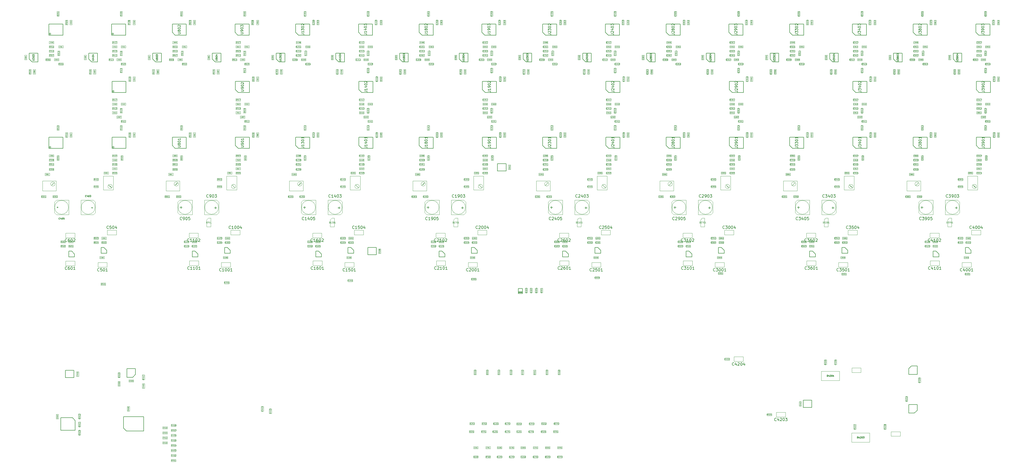
<source format=gbr>
G04 #@! TF.GenerationSoftware,KiCad,Pcbnew,(2017-12-06 revision 4e70e37f0)-master*
G04 #@! TF.CreationDate,2017-12-06T11:37:05-08:00*
G04 #@! TF.ProjectId,8CH_Amplifier,3843485F416D706C69666965722E6B69,rev?*
G04 #@! TF.SameCoordinates,Original*
G04 #@! TF.FileFunction,Other,Fab,Top*
%FSLAX46Y46*%
G04 Gerber Fmt 4.6, Leading zero omitted, Abs format (unit mm)*
G04 Created by KiCad (PCBNEW (2017-12-06 revision 4e70e37f0)-master) date Wed Dec  6 11:37:05 2017*
%MOMM*%
%LPD*%
G01*
G04 APERTURE LIST*
%ADD10C,0.100000*%
%ADD11C,0.150000*%
%ADD12C,0.075000*%
%ADD13C,0.135000*%
%ADD14C,0.137500*%
G04 APERTURE END LIST*
D10*
X90500000Y-221200000D02*
X91300000Y-221200000D01*
X90500000Y-222800000D02*
X90500000Y-221200000D01*
X91300000Y-222800000D02*
X90500000Y-222800000D01*
X91300000Y-221200000D02*
X91300000Y-222800000D01*
X94100000Y-222000000D02*
X94100000Y-223600000D01*
X94100000Y-223600000D02*
X93300000Y-223600000D01*
X93300000Y-223600000D02*
X93300000Y-222000000D01*
X93300000Y-222000000D02*
X94100000Y-222000000D01*
X57800000Y-229000000D02*
X56200000Y-229000000D01*
X56200000Y-229000000D02*
X56200000Y-228200000D01*
X56200000Y-228200000D02*
X57800000Y-228200000D01*
X57800000Y-228200000D02*
X57800000Y-229000000D01*
X26950000Y-210650000D02*
X26150000Y-210650000D01*
X26950000Y-209050000D02*
X26950000Y-210650000D01*
X26150000Y-209050000D02*
X26950000Y-209050000D01*
X26150000Y-210650000D02*
X26150000Y-209050000D01*
X57800000Y-230750000D02*
X56200000Y-230750000D01*
X56200000Y-230750000D02*
X56200000Y-229950000D01*
X56200000Y-229950000D02*
X57800000Y-229950000D01*
X57800000Y-229950000D02*
X57800000Y-230750000D01*
X277850000Y-219450000D02*
X278650000Y-219450000D01*
X277850000Y-221050000D02*
X277850000Y-219450000D01*
X278650000Y-221050000D02*
X277850000Y-221050000D01*
X278650000Y-219450000D02*
X278650000Y-221050000D01*
X57800000Y-232500000D02*
X56200000Y-232500000D01*
X56200000Y-232500000D02*
X56200000Y-231700000D01*
X56200000Y-231700000D02*
X57800000Y-231700000D01*
X57800000Y-231700000D02*
X57800000Y-232500000D01*
X177400000Y-138550000D02*
X176600000Y-138550000D01*
X177400000Y-136950000D02*
X177400000Y-138550000D01*
X176600000Y-136950000D02*
X177400000Y-136950000D01*
X176600000Y-138550000D02*
X176600000Y-136950000D01*
X57800000Y-234250000D02*
X56200000Y-234250000D01*
X56200000Y-234250000D02*
X56200000Y-233450000D01*
X56200000Y-233450000D02*
X57800000Y-233450000D01*
X57800000Y-233450000D02*
X57800000Y-234250000D01*
X132150000Y-167800000D02*
X131350000Y-167800000D01*
X132150000Y-166200000D02*
X132150000Y-167800000D01*
X131350000Y-166200000D02*
X132150000Y-166200000D01*
X131350000Y-167800000D02*
X131350000Y-166200000D01*
X250900000Y-169650000D02*
X249300000Y-169650000D01*
X249300000Y-169650000D02*
X249300000Y-168850000D01*
X249300000Y-168850000D02*
X250900000Y-168850000D01*
X250900000Y-168850000D02*
X250900000Y-169650000D01*
X299396040Y-207700000D02*
X299396040Y-209300000D01*
X296196040Y-207700000D02*
X299396040Y-207700000D01*
X296196040Y-209300000D02*
X296196040Y-207700000D01*
X299396040Y-209300000D02*
X296196040Y-209300000D01*
X313100000Y-229950000D02*
X313100000Y-231550000D01*
X309900000Y-229950000D02*
X313100000Y-229950000D01*
X309900000Y-231550000D02*
X309900000Y-229950000D01*
X313100000Y-231550000D02*
X309900000Y-231550000D01*
X35850000Y-169650000D02*
X34250000Y-169650000D01*
X34250000Y-169650000D02*
X34250000Y-168850000D01*
X34250000Y-168850000D02*
X35850000Y-168850000D01*
X35850000Y-168850000D02*
X35850000Y-169650000D01*
X66850000Y-88050000D02*
X66850000Y-86450000D01*
X66850000Y-86450000D02*
X67650000Y-86450000D01*
X67650000Y-86450000D02*
X67650000Y-88050000D01*
X67650000Y-88050000D02*
X66850000Y-88050000D01*
X62950000Y-95350000D02*
X64550000Y-95350000D01*
X64550000Y-95350000D02*
X64550000Y-96150000D01*
X64550000Y-96150000D02*
X62950000Y-96150000D01*
X62950000Y-96150000D02*
X62950000Y-95350000D01*
X59700000Y-133350000D02*
X61300000Y-133350000D01*
X61300000Y-133350000D02*
X61300000Y-134150000D01*
X61300000Y-134150000D02*
X59700000Y-134150000D01*
X59700000Y-134150000D02*
X59700000Y-133350000D01*
X51900000Y-98700000D02*
X51900000Y-100300000D01*
X51900000Y-100300000D02*
X51100000Y-100300000D01*
X51100000Y-100300000D02*
X51100000Y-98700000D01*
X51100000Y-98700000D02*
X51900000Y-98700000D01*
X61450000Y-99850000D02*
X63050000Y-99850000D01*
X63050000Y-99850000D02*
X63050000Y-100650000D01*
X63050000Y-100650000D02*
X61450000Y-100650000D01*
X61450000Y-100650000D02*
X61450000Y-99850000D01*
X71850000Y-100300000D02*
X71850000Y-98700000D01*
X71850000Y-98700000D02*
X72650000Y-98700000D01*
X72650000Y-98700000D02*
X72650000Y-100300000D01*
X72650000Y-100300000D02*
X71850000Y-100300000D01*
X75100000Y-105300000D02*
X75100000Y-103700000D01*
X75100000Y-103700000D02*
X75900000Y-103700000D01*
X75900000Y-103700000D02*
X75900000Y-105300000D01*
X75900000Y-105300000D02*
X75100000Y-105300000D01*
X83300000Y-96150000D02*
X81700000Y-96150000D01*
X81700000Y-96150000D02*
X81700000Y-95350000D01*
X81700000Y-95350000D02*
X83300000Y-95350000D01*
X83300000Y-95350000D02*
X83300000Y-96150000D01*
X81700000Y-118350000D02*
X83300000Y-118350000D01*
X83300000Y-118350000D02*
X83300000Y-119150000D01*
X83300000Y-119150000D02*
X81700000Y-119150000D01*
X81700000Y-119150000D02*
X81700000Y-118350000D01*
X81700000Y-137850000D02*
X83300000Y-137850000D01*
X83300000Y-137850000D02*
X83300000Y-138650000D01*
X83300000Y-138650000D02*
X81700000Y-138650000D01*
X81700000Y-138650000D02*
X81700000Y-137850000D01*
X83300000Y-135650000D02*
X81700000Y-135650000D01*
X81700000Y-135650000D02*
X81700000Y-134850000D01*
X81700000Y-134850000D02*
X83300000Y-134850000D01*
X83300000Y-134850000D02*
X83300000Y-135650000D01*
X18450000Y-99850000D02*
X20050000Y-99850000D01*
X20050000Y-99850000D02*
X20050000Y-100650000D01*
X20050000Y-100650000D02*
X18450000Y-100650000D01*
X18450000Y-100650000D02*
X18450000Y-99850000D01*
X8900000Y-98700000D02*
X8900000Y-100300000D01*
X8900000Y-100300000D02*
X8100000Y-100300000D01*
X8100000Y-100300000D02*
X8100000Y-98700000D01*
X8100000Y-98700000D02*
X8900000Y-98700000D01*
X16700000Y-133350000D02*
X18300000Y-133350000D01*
X18300000Y-133350000D02*
X18300000Y-134150000D01*
X18300000Y-134150000D02*
X16700000Y-134150000D01*
X16700000Y-134150000D02*
X16700000Y-133350000D01*
X25050000Y-164150000D02*
X23450000Y-164150000D01*
X23450000Y-164150000D02*
X23450000Y-163350000D01*
X23450000Y-163350000D02*
X25050000Y-163350000D01*
X25050000Y-163350000D02*
X25050000Y-164150000D01*
X253700000Y-137850000D02*
X255300000Y-137850000D01*
X255300000Y-137850000D02*
X255300000Y-138650000D01*
X255300000Y-138650000D02*
X253700000Y-138650000D01*
X253700000Y-138650000D02*
X253700000Y-137850000D01*
X253700000Y-118350000D02*
X255300000Y-118350000D01*
X255300000Y-118350000D02*
X255300000Y-119150000D01*
X255300000Y-119150000D02*
X253700000Y-119150000D01*
X253700000Y-119150000D02*
X253700000Y-118350000D01*
X255300000Y-96150000D02*
X253700000Y-96150000D01*
X253700000Y-96150000D02*
X253700000Y-95350000D01*
X253700000Y-95350000D02*
X255300000Y-95350000D01*
X255300000Y-95350000D02*
X255300000Y-96150000D01*
X247100000Y-105300000D02*
X247100000Y-103700000D01*
X247100000Y-103700000D02*
X247900000Y-103700000D01*
X247900000Y-103700000D02*
X247900000Y-105300000D01*
X247900000Y-105300000D02*
X247100000Y-105300000D01*
X256800000Y-100650000D02*
X255200000Y-100650000D01*
X255200000Y-100650000D02*
X255200000Y-99850000D01*
X255200000Y-99850000D02*
X256800000Y-99850000D01*
X256800000Y-99850000D02*
X256800000Y-100650000D01*
X299700000Y-115350000D02*
X301300000Y-115350000D01*
X301300000Y-115350000D02*
X301300000Y-116150000D01*
X301300000Y-116150000D02*
X299700000Y-116150000D01*
X299700000Y-116150000D02*
X299700000Y-115350000D01*
X298300000Y-135650000D02*
X296700000Y-135650000D01*
X296700000Y-135650000D02*
X296700000Y-134850000D01*
X296700000Y-134850000D02*
X298300000Y-134850000D01*
X298300000Y-134850000D02*
X298300000Y-135650000D01*
X296700000Y-137850000D02*
X298300000Y-137850000D01*
X298300000Y-137850000D02*
X298300000Y-138650000D01*
X298300000Y-138650000D02*
X296700000Y-138650000D01*
X296700000Y-138650000D02*
X296700000Y-137850000D01*
X36550000Y-162900000D02*
X34950000Y-162900000D01*
X34950000Y-162900000D02*
X34950000Y-162100000D01*
X34950000Y-162100000D02*
X36550000Y-162100000D01*
X36550000Y-162100000D02*
X36550000Y-162900000D01*
X286850000Y-100300000D02*
X286850000Y-98700000D01*
X286850000Y-98700000D02*
X287650000Y-98700000D01*
X287650000Y-98700000D02*
X287650000Y-100300000D01*
X287650000Y-100300000D02*
X286850000Y-100300000D01*
X274700000Y-133350000D02*
X276300000Y-133350000D01*
X276300000Y-133350000D02*
X276300000Y-134150000D01*
X276300000Y-134150000D02*
X274700000Y-134150000D01*
X274700000Y-134150000D02*
X274700000Y-133350000D01*
X277950000Y-95350000D02*
X279550000Y-95350000D01*
X279550000Y-95350000D02*
X279550000Y-96150000D01*
X279550000Y-96150000D02*
X277950000Y-96150000D01*
X277950000Y-96150000D02*
X277950000Y-95350000D01*
X281850000Y-88050000D02*
X281850000Y-86450000D01*
X281850000Y-86450000D02*
X282650000Y-86450000D01*
X282650000Y-86450000D02*
X282650000Y-88050000D01*
X282650000Y-88050000D02*
X281850000Y-88050000D01*
X296700000Y-118350000D02*
X298300000Y-118350000D01*
X298300000Y-118350000D02*
X298300000Y-119150000D01*
X298300000Y-119150000D02*
X296700000Y-119150000D01*
X296700000Y-119150000D02*
X296700000Y-118350000D01*
X290100000Y-105300000D02*
X290100000Y-103700000D01*
X290100000Y-103700000D02*
X290900000Y-103700000D01*
X290900000Y-103700000D02*
X290900000Y-105300000D01*
X290900000Y-105300000D02*
X290100000Y-105300000D01*
X298300000Y-96150000D02*
X296700000Y-96150000D01*
X296700000Y-96150000D02*
X296700000Y-95350000D01*
X296700000Y-95350000D02*
X298300000Y-95350000D01*
X298300000Y-95350000D02*
X298300000Y-96150000D01*
X124700000Y-137850000D02*
X126300000Y-137850000D01*
X126300000Y-137850000D02*
X126300000Y-138650000D01*
X126300000Y-138650000D02*
X124700000Y-138650000D01*
X124700000Y-138650000D02*
X124700000Y-137850000D01*
X127700000Y-115350000D02*
X129300000Y-115350000D01*
X129300000Y-115350000D02*
X129300000Y-116150000D01*
X129300000Y-116150000D02*
X127700000Y-116150000D01*
X127700000Y-116150000D02*
X127700000Y-115350000D01*
X127800000Y-100650000D02*
X126200000Y-100650000D01*
X126200000Y-100650000D02*
X126200000Y-99850000D01*
X126200000Y-99850000D02*
X127800000Y-99850000D01*
X127800000Y-99850000D02*
X127800000Y-100650000D01*
X122550000Y-162900000D02*
X120950000Y-162900000D01*
X120950000Y-162900000D02*
X120950000Y-162100000D01*
X120950000Y-162100000D02*
X122550000Y-162100000D01*
X122550000Y-162100000D02*
X122550000Y-162900000D01*
X111050000Y-164150000D02*
X109450000Y-164150000D01*
X109450000Y-164150000D02*
X109450000Y-163350000D01*
X109450000Y-163350000D02*
X111050000Y-163350000D01*
X111050000Y-163350000D02*
X111050000Y-164150000D01*
X147450000Y-99850000D02*
X149050000Y-99850000D01*
X149050000Y-99850000D02*
X149050000Y-100650000D01*
X149050000Y-100650000D02*
X147450000Y-100650000D01*
X147450000Y-100650000D02*
X147450000Y-99850000D01*
X126300000Y-135650000D02*
X124700000Y-135650000D01*
X124700000Y-135650000D02*
X124700000Y-134850000D01*
X124700000Y-134850000D02*
X126300000Y-134850000D01*
X126300000Y-134850000D02*
X126300000Y-135650000D01*
X84800000Y-100650000D02*
X83200000Y-100650000D01*
X83200000Y-100650000D02*
X83200000Y-99850000D01*
X83200000Y-99850000D02*
X84800000Y-99850000D01*
X84800000Y-99850000D02*
X84800000Y-100650000D01*
X109850000Y-88050000D02*
X109850000Y-86450000D01*
X109850000Y-86450000D02*
X110650000Y-86450000D01*
X110650000Y-86450000D02*
X110650000Y-88050000D01*
X110650000Y-88050000D02*
X109850000Y-88050000D01*
X79550000Y-162900000D02*
X77950000Y-162900000D01*
X77950000Y-162900000D02*
X77950000Y-162100000D01*
X77950000Y-162100000D02*
X79550000Y-162100000D01*
X79550000Y-162100000D02*
X79550000Y-162900000D01*
X105950000Y-95350000D02*
X107550000Y-95350000D01*
X107550000Y-95350000D02*
X107550000Y-96150000D01*
X107550000Y-96150000D02*
X105950000Y-96150000D01*
X105950000Y-96150000D02*
X105950000Y-95350000D01*
X102700000Y-133350000D02*
X104300000Y-133350000D01*
X104300000Y-133350000D02*
X104300000Y-134150000D01*
X104300000Y-134150000D02*
X102700000Y-134150000D01*
X102700000Y-134150000D02*
X102700000Y-133350000D01*
X84700000Y-115350000D02*
X86300000Y-115350000D01*
X86300000Y-115350000D02*
X86300000Y-116150000D01*
X86300000Y-116150000D02*
X84700000Y-116150000D01*
X84700000Y-116150000D02*
X84700000Y-115350000D01*
X94900000Y-98700000D02*
X94900000Y-100300000D01*
X94900000Y-100300000D02*
X94100000Y-100300000D01*
X94100000Y-100300000D02*
X94100000Y-98700000D01*
X94100000Y-98700000D02*
X94900000Y-98700000D01*
X104450000Y-99850000D02*
X106050000Y-99850000D01*
X106050000Y-99850000D02*
X106050000Y-100650000D01*
X106050000Y-100650000D02*
X104450000Y-100650000D01*
X104450000Y-100650000D02*
X104450000Y-99850000D01*
X68050000Y-164150000D02*
X66450000Y-164150000D01*
X66450000Y-164150000D02*
X66450000Y-163350000D01*
X66450000Y-163350000D02*
X68050000Y-163350000D01*
X68050000Y-163350000D02*
X68050000Y-164150000D01*
X137900000Y-98700000D02*
X137900000Y-100300000D01*
X137900000Y-100300000D02*
X137100000Y-100300000D01*
X137100000Y-100300000D02*
X137100000Y-98700000D01*
X137100000Y-98700000D02*
X137900000Y-98700000D01*
X19950000Y-95350000D02*
X21550000Y-95350000D01*
X21550000Y-95350000D02*
X21550000Y-96150000D01*
X21550000Y-96150000D02*
X19950000Y-96150000D01*
X19950000Y-96150000D02*
X19950000Y-95350000D01*
X23850000Y-88050000D02*
X23850000Y-86450000D01*
X23850000Y-86450000D02*
X24650000Y-86450000D01*
X24650000Y-86450000D02*
X24650000Y-88050000D01*
X24650000Y-88050000D02*
X23850000Y-88050000D01*
X28850000Y-100300000D02*
X28850000Y-98700000D01*
X28850000Y-98700000D02*
X29650000Y-98700000D01*
X29650000Y-98700000D02*
X29650000Y-100300000D01*
X29650000Y-100300000D02*
X28850000Y-100300000D01*
X32100000Y-105300000D02*
X32100000Y-103700000D01*
X32100000Y-103700000D02*
X32900000Y-103700000D01*
X32900000Y-103700000D02*
X32900000Y-105300000D01*
X32900000Y-105300000D02*
X32100000Y-105300000D01*
X40300000Y-96150000D02*
X38700000Y-96150000D01*
X38700000Y-96150000D02*
X38700000Y-95350000D01*
X38700000Y-95350000D02*
X40300000Y-95350000D01*
X40300000Y-95350000D02*
X40300000Y-96150000D01*
X38700000Y-118350000D02*
X40300000Y-118350000D01*
X40300000Y-118350000D02*
X40300000Y-119150000D01*
X40300000Y-119150000D02*
X38700000Y-119150000D01*
X38700000Y-119150000D02*
X38700000Y-118350000D01*
X124700000Y-118350000D02*
X126300000Y-118350000D01*
X126300000Y-118350000D02*
X126300000Y-119150000D01*
X126300000Y-119150000D02*
X124700000Y-119150000D01*
X124700000Y-119150000D02*
X124700000Y-118350000D01*
X126300000Y-96150000D02*
X124700000Y-96150000D01*
X124700000Y-96150000D02*
X124700000Y-95350000D01*
X124700000Y-95350000D02*
X126300000Y-95350000D01*
X126300000Y-95350000D02*
X126300000Y-96150000D01*
X118100000Y-105300000D02*
X118100000Y-103700000D01*
X118100000Y-103700000D02*
X118900000Y-103700000D01*
X118900000Y-103700000D02*
X118900000Y-105300000D01*
X118900000Y-105300000D02*
X118100000Y-105300000D01*
X114850000Y-100300000D02*
X114850000Y-98700000D01*
X114850000Y-98700000D02*
X115650000Y-98700000D01*
X115650000Y-98700000D02*
X115650000Y-100300000D01*
X115650000Y-100300000D02*
X114850000Y-100300000D01*
X38700000Y-137850000D02*
X40300000Y-137850000D01*
X40300000Y-137850000D02*
X40300000Y-138650000D01*
X40300000Y-138650000D02*
X38700000Y-138650000D01*
X38700000Y-138650000D02*
X38700000Y-137850000D01*
X41800000Y-100650000D02*
X40200000Y-100650000D01*
X40200000Y-100650000D02*
X40200000Y-99850000D01*
X40200000Y-99850000D02*
X41800000Y-99850000D01*
X41800000Y-99850000D02*
X41800000Y-100650000D01*
X41700000Y-115350000D02*
X43300000Y-115350000D01*
X43300000Y-115350000D02*
X43300000Y-116150000D01*
X43300000Y-116150000D02*
X41700000Y-116150000D01*
X41700000Y-116150000D02*
X41700000Y-115350000D01*
X40300000Y-135650000D02*
X38700000Y-135650000D01*
X38700000Y-135650000D02*
X38700000Y-134850000D01*
X38700000Y-134850000D02*
X40300000Y-134850000D01*
X40300000Y-134850000D02*
X40300000Y-135650000D01*
X223900000Y-98700000D02*
X223900000Y-100300000D01*
X223900000Y-100300000D02*
X223100000Y-100300000D01*
X223100000Y-100300000D02*
X223100000Y-98700000D01*
X223100000Y-98700000D02*
X223900000Y-98700000D01*
X169300000Y-135650000D02*
X167700000Y-135650000D01*
X167700000Y-135650000D02*
X167700000Y-134850000D01*
X167700000Y-134850000D02*
X169300000Y-134850000D01*
X169300000Y-134850000D02*
X169300000Y-135650000D01*
X167700000Y-137850000D02*
X169300000Y-137850000D01*
X169300000Y-137850000D02*
X169300000Y-138650000D01*
X169300000Y-138650000D02*
X167700000Y-138650000D01*
X167700000Y-138650000D02*
X167700000Y-137850000D01*
X167700000Y-118350000D02*
X169300000Y-118350000D01*
X169300000Y-118350000D02*
X169300000Y-119150000D01*
X169300000Y-119150000D02*
X167700000Y-119150000D01*
X167700000Y-119150000D02*
X167700000Y-118350000D01*
X169300000Y-96150000D02*
X167700000Y-96150000D01*
X167700000Y-96150000D02*
X167700000Y-95350000D01*
X167700000Y-95350000D02*
X169300000Y-95350000D01*
X169300000Y-95350000D02*
X169300000Y-96150000D01*
X161100000Y-105300000D02*
X161100000Y-103700000D01*
X161100000Y-103700000D02*
X161900000Y-103700000D01*
X161900000Y-103700000D02*
X161900000Y-105300000D01*
X161900000Y-105300000D02*
X161100000Y-105300000D01*
X157850000Y-100300000D02*
X157850000Y-98700000D01*
X157850000Y-98700000D02*
X158650000Y-98700000D01*
X158650000Y-98700000D02*
X158650000Y-100300000D01*
X158650000Y-100300000D02*
X157850000Y-100300000D01*
X188700000Y-133350000D02*
X190300000Y-133350000D01*
X190300000Y-133350000D02*
X190300000Y-134150000D01*
X190300000Y-134150000D02*
X188700000Y-134150000D01*
X188700000Y-134150000D02*
X188700000Y-133350000D01*
X191950000Y-95350000D02*
X193550000Y-95350000D01*
X193550000Y-95350000D02*
X193550000Y-96150000D01*
X193550000Y-96150000D02*
X191950000Y-96150000D01*
X191950000Y-96150000D02*
X191950000Y-95350000D01*
X195850000Y-88050000D02*
X195850000Y-86450000D01*
X195850000Y-86450000D02*
X196650000Y-86450000D01*
X196650000Y-86450000D02*
X196650000Y-88050000D01*
X196650000Y-88050000D02*
X195850000Y-88050000D01*
X243850000Y-100300000D02*
X243850000Y-98700000D01*
X243850000Y-98700000D02*
X244650000Y-98700000D01*
X244650000Y-98700000D02*
X244650000Y-100300000D01*
X244650000Y-100300000D02*
X243850000Y-100300000D01*
X145700000Y-133350000D02*
X147300000Y-133350000D01*
X147300000Y-133350000D02*
X147300000Y-134150000D01*
X147300000Y-134150000D02*
X145700000Y-134150000D01*
X145700000Y-134150000D02*
X145700000Y-133350000D01*
X148950000Y-95350000D02*
X150550000Y-95350000D01*
X150550000Y-95350000D02*
X150550000Y-96150000D01*
X150550000Y-96150000D02*
X148950000Y-96150000D01*
X148950000Y-96150000D02*
X148950000Y-95350000D01*
X152850000Y-88050000D02*
X152850000Y-86450000D01*
X152850000Y-86450000D02*
X153650000Y-86450000D01*
X153650000Y-86450000D02*
X153650000Y-88050000D01*
X153650000Y-88050000D02*
X152850000Y-88050000D01*
X212300000Y-135650000D02*
X210700000Y-135650000D01*
X210700000Y-135650000D02*
X210700000Y-134850000D01*
X210700000Y-134850000D02*
X212300000Y-134850000D01*
X212300000Y-134850000D02*
X212300000Y-135650000D01*
X210700000Y-137850000D02*
X212300000Y-137850000D01*
X212300000Y-137850000D02*
X212300000Y-138650000D01*
X212300000Y-138650000D02*
X210700000Y-138650000D01*
X210700000Y-138650000D02*
X210700000Y-137850000D01*
X210700000Y-118350000D02*
X212300000Y-118350000D01*
X212300000Y-118350000D02*
X212300000Y-119150000D01*
X212300000Y-119150000D02*
X210700000Y-119150000D01*
X210700000Y-119150000D02*
X210700000Y-118350000D01*
X212300000Y-96150000D02*
X210700000Y-96150000D01*
X210700000Y-96150000D02*
X210700000Y-95350000D01*
X210700000Y-95350000D02*
X212300000Y-95350000D01*
X212300000Y-95350000D02*
X212300000Y-96150000D01*
X204100000Y-105300000D02*
X204100000Y-103700000D01*
X204100000Y-103700000D02*
X204900000Y-103700000D01*
X204900000Y-103700000D02*
X204900000Y-105300000D01*
X204900000Y-105300000D02*
X204100000Y-105300000D01*
X200850000Y-100300000D02*
X200850000Y-98700000D01*
X200850000Y-98700000D02*
X201650000Y-98700000D01*
X201650000Y-98700000D02*
X201650000Y-100300000D01*
X201650000Y-100300000D02*
X200850000Y-100300000D01*
X213700000Y-115350000D02*
X215300000Y-115350000D01*
X215300000Y-115350000D02*
X215300000Y-116150000D01*
X215300000Y-116150000D02*
X213700000Y-116150000D01*
X213700000Y-116150000D02*
X213700000Y-115350000D01*
X213800000Y-100650000D02*
X212200000Y-100650000D01*
X212200000Y-100650000D02*
X212200000Y-99850000D01*
X212200000Y-99850000D02*
X213800000Y-99850000D01*
X213800000Y-99850000D02*
X213800000Y-100650000D01*
X197050000Y-164150000D02*
X195450000Y-164150000D01*
X195450000Y-164150000D02*
X195450000Y-163350000D01*
X195450000Y-163350000D02*
X197050000Y-163350000D01*
X197050000Y-163350000D02*
X197050000Y-164150000D01*
X238850000Y-88050000D02*
X238850000Y-86450000D01*
X238850000Y-86450000D02*
X239650000Y-86450000D01*
X239650000Y-86450000D02*
X239650000Y-88050000D01*
X239650000Y-88050000D02*
X238850000Y-88050000D01*
X208550000Y-162900000D02*
X206950000Y-162900000D01*
X206950000Y-162900000D02*
X206950000Y-162100000D01*
X206950000Y-162100000D02*
X208550000Y-162100000D01*
X208550000Y-162100000D02*
X208550000Y-162900000D01*
X231700000Y-133350000D02*
X233300000Y-133350000D01*
X233300000Y-133350000D02*
X233300000Y-134150000D01*
X233300000Y-134150000D02*
X231700000Y-134150000D01*
X231700000Y-134150000D02*
X231700000Y-133350000D01*
X234950000Y-95350000D02*
X236550000Y-95350000D01*
X236550000Y-95350000D02*
X236550000Y-96150000D01*
X236550000Y-96150000D02*
X234950000Y-96150000D01*
X234950000Y-96150000D02*
X234950000Y-95350000D01*
X233450000Y-99850000D02*
X235050000Y-99850000D01*
X235050000Y-99850000D02*
X235050000Y-100650000D01*
X235050000Y-100650000D02*
X233450000Y-100650000D01*
X233450000Y-100650000D02*
X233450000Y-99850000D01*
X326050000Y-164150000D02*
X324450000Y-164150000D01*
X324450000Y-164150000D02*
X324450000Y-163350000D01*
X324450000Y-163350000D02*
X326050000Y-163350000D01*
X326050000Y-163350000D02*
X326050000Y-164150000D01*
X337550000Y-162900000D02*
X335950000Y-162900000D01*
X335950000Y-162900000D02*
X335950000Y-162100000D01*
X335950000Y-162100000D02*
X337550000Y-162100000D01*
X337550000Y-162100000D02*
X337550000Y-162900000D01*
X329850000Y-100300000D02*
X329850000Y-98700000D01*
X329850000Y-98700000D02*
X330650000Y-98700000D01*
X330650000Y-98700000D02*
X330650000Y-100300000D01*
X330650000Y-100300000D02*
X329850000Y-100300000D01*
X342700000Y-115350000D02*
X344300000Y-115350000D01*
X344300000Y-115350000D02*
X344300000Y-116150000D01*
X344300000Y-116150000D02*
X342700000Y-116150000D01*
X342700000Y-116150000D02*
X342700000Y-115350000D01*
X341300000Y-135650000D02*
X339700000Y-135650000D01*
X339700000Y-135650000D02*
X339700000Y-134850000D01*
X339700000Y-134850000D02*
X341300000Y-134850000D01*
X341300000Y-134850000D02*
X341300000Y-135650000D01*
X339700000Y-137850000D02*
X341300000Y-137850000D01*
X341300000Y-137850000D02*
X341300000Y-138650000D01*
X341300000Y-138650000D02*
X339700000Y-138650000D01*
X339700000Y-138650000D02*
X339700000Y-137850000D01*
X339700000Y-118350000D02*
X341300000Y-118350000D01*
X341300000Y-118350000D02*
X341300000Y-119150000D01*
X341300000Y-119150000D02*
X339700000Y-119150000D01*
X339700000Y-119150000D02*
X339700000Y-118350000D01*
X341300000Y-96150000D02*
X339700000Y-96150000D01*
X339700000Y-96150000D02*
X339700000Y-95350000D01*
X339700000Y-95350000D02*
X341300000Y-95350000D01*
X341300000Y-95350000D02*
X341300000Y-96150000D01*
X333100000Y-105300000D02*
X333100000Y-103700000D01*
X333100000Y-103700000D02*
X333900000Y-103700000D01*
X333900000Y-103700000D02*
X333900000Y-105300000D01*
X333900000Y-105300000D02*
X333100000Y-105300000D01*
X342800000Y-100650000D02*
X341200000Y-100650000D01*
X341200000Y-100650000D02*
X341200000Y-99850000D01*
X341200000Y-99850000D02*
X342800000Y-99850000D01*
X342800000Y-99850000D02*
X342800000Y-100650000D01*
X266900000Y-98700000D02*
X266900000Y-100300000D01*
X266900000Y-100300000D02*
X266100000Y-100300000D01*
X266100000Y-100300000D02*
X266100000Y-98700000D01*
X266100000Y-98700000D02*
X266900000Y-98700000D01*
X276450000Y-99850000D02*
X278050000Y-99850000D01*
X278050000Y-99850000D02*
X278050000Y-100650000D01*
X278050000Y-100650000D02*
X276450000Y-100650000D01*
X276450000Y-100650000D02*
X276450000Y-99850000D01*
X240050000Y-164150000D02*
X238450000Y-164150000D01*
X238450000Y-164150000D02*
X238450000Y-163350000D01*
X238450000Y-163350000D02*
X240050000Y-163350000D01*
X240050000Y-163350000D02*
X240050000Y-164150000D01*
X251550000Y-162900000D02*
X249950000Y-162900000D01*
X249950000Y-162900000D02*
X249950000Y-162100000D01*
X249950000Y-162100000D02*
X251550000Y-162100000D01*
X251550000Y-162100000D02*
X251550000Y-162900000D01*
X299800000Y-100650000D02*
X298200000Y-100650000D01*
X298200000Y-100650000D02*
X298200000Y-99850000D01*
X298200000Y-99850000D02*
X299800000Y-99850000D01*
X299800000Y-99850000D02*
X299800000Y-100650000D01*
X170700000Y-115350000D02*
X172300000Y-115350000D01*
X172300000Y-115350000D02*
X172300000Y-116150000D01*
X172300000Y-116150000D02*
X170700000Y-116150000D01*
X170700000Y-116150000D02*
X170700000Y-115350000D01*
X170800000Y-100650000D02*
X169200000Y-100650000D01*
X169200000Y-100650000D02*
X169200000Y-99850000D01*
X169200000Y-99850000D02*
X170800000Y-99850000D01*
X170800000Y-99850000D02*
X170800000Y-100650000D01*
X165550000Y-162900000D02*
X163950000Y-162900000D01*
X163950000Y-162900000D02*
X163950000Y-162100000D01*
X163950000Y-162100000D02*
X165550000Y-162100000D01*
X165550000Y-162100000D02*
X165550000Y-162900000D01*
X154050000Y-164150000D02*
X152450000Y-164150000D01*
X152450000Y-164150000D02*
X152450000Y-163350000D01*
X152450000Y-163350000D02*
X154050000Y-163350000D01*
X154050000Y-163350000D02*
X154050000Y-164150000D01*
X190450000Y-99850000D02*
X192050000Y-99850000D01*
X192050000Y-99850000D02*
X192050000Y-100650000D01*
X192050000Y-100650000D02*
X190450000Y-100650000D01*
X190450000Y-100650000D02*
X190450000Y-99850000D01*
X256700000Y-115350000D02*
X258300000Y-115350000D01*
X258300000Y-115350000D02*
X258300000Y-116150000D01*
X258300000Y-116150000D02*
X256700000Y-116150000D01*
X256700000Y-116150000D02*
X256700000Y-115350000D01*
X180900000Y-98700000D02*
X180900000Y-100300000D01*
X180900000Y-100300000D02*
X180100000Y-100300000D01*
X180100000Y-100300000D02*
X180100000Y-98700000D01*
X180100000Y-98700000D02*
X180900000Y-98700000D01*
X317700000Y-133350000D02*
X319300000Y-133350000D01*
X319300000Y-133350000D02*
X319300000Y-134150000D01*
X319300000Y-134150000D02*
X317700000Y-134150000D01*
X317700000Y-134150000D02*
X317700000Y-133350000D01*
X294550000Y-162900000D02*
X292950000Y-162900000D01*
X292950000Y-162900000D02*
X292950000Y-162100000D01*
X292950000Y-162100000D02*
X294550000Y-162100000D01*
X294550000Y-162100000D02*
X294550000Y-162900000D01*
X283050000Y-164150000D02*
X281450000Y-164150000D01*
X281450000Y-164150000D02*
X281450000Y-163350000D01*
X281450000Y-163350000D02*
X283050000Y-163350000D01*
X283050000Y-163350000D02*
X283050000Y-164150000D01*
X319450000Y-99850000D02*
X321050000Y-99850000D01*
X321050000Y-99850000D02*
X321050000Y-100650000D01*
X321050000Y-100650000D02*
X319450000Y-100650000D01*
X319450000Y-100650000D02*
X319450000Y-99850000D01*
X309900000Y-98700000D02*
X309900000Y-100300000D01*
X309900000Y-100300000D02*
X309100000Y-100300000D01*
X309100000Y-100300000D02*
X309100000Y-98700000D01*
X309100000Y-98700000D02*
X309900000Y-98700000D01*
X255300000Y-135650000D02*
X253700000Y-135650000D01*
X253700000Y-135650000D02*
X253700000Y-134850000D01*
X253700000Y-134850000D02*
X255300000Y-134850000D01*
X255300000Y-134850000D02*
X255300000Y-135650000D01*
X320950000Y-95350000D02*
X322550000Y-95350000D01*
X322550000Y-95350000D02*
X322550000Y-96150000D01*
X322550000Y-96150000D02*
X320950000Y-96150000D01*
X320950000Y-96150000D02*
X320950000Y-95350000D01*
X324850000Y-88050000D02*
X324850000Y-86450000D01*
X324850000Y-86450000D02*
X325650000Y-86450000D01*
X325650000Y-86450000D02*
X325650000Y-88050000D01*
X325650000Y-88050000D02*
X324850000Y-88050000D01*
X276300000Y-94650000D02*
X274700000Y-94650000D01*
X274700000Y-94650000D02*
X274700000Y-93850000D01*
X274700000Y-93850000D02*
X276300000Y-93850000D01*
X276300000Y-93850000D02*
X276300000Y-94650000D01*
X281850000Y-127300000D02*
X281850000Y-125700000D01*
X281850000Y-125700000D02*
X282650000Y-125700000D01*
X282650000Y-125700000D02*
X282650000Y-127300000D01*
X282650000Y-127300000D02*
X281850000Y-127300000D01*
X295300000Y-140150000D02*
X293700000Y-140150000D01*
X293700000Y-140150000D02*
X293700000Y-139350000D01*
X293700000Y-139350000D02*
X295300000Y-139350000D01*
X295300000Y-139350000D02*
X295300000Y-140150000D01*
X299800000Y-120650000D02*
X298200000Y-120650000D01*
X298200000Y-120650000D02*
X298200000Y-119850000D01*
X298200000Y-119850000D02*
X299800000Y-119850000D01*
X299800000Y-119850000D02*
X299800000Y-120650000D01*
X274800000Y-140650000D02*
X273200000Y-140650000D01*
X273200000Y-140650000D02*
X273200000Y-139850000D01*
X273200000Y-139850000D02*
X274800000Y-139850000D01*
X274800000Y-139850000D02*
X274800000Y-140650000D01*
X269900000Y-103700000D02*
X269900000Y-105300000D01*
X269900000Y-105300000D02*
X269100000Y-105300000D01*
X269100000Y-105300000D02*
X269100000Y-103700000D01*
X269100000Y-103700000D02*
X269900000Y-103700000D01*
X59800000Y-140650000D02*
X58200000Y-140650000D01*
X58200000Y-140650000D02*
X58200000Y-139850000D01*
X58200000Y-139850000D02*
X59800000Y-139850000D01*
X59800000Y-139850000D02*
X59800000Y-140650000D01*
X61300000Y-94650000D02*
X59700000Y-94650000D01*
X59700000Y-94650000D02*
X59700000Y-93850000D01*
X59700000Y-93850000D02*
X61300000Y-93850000D01*
X61300000Y-93850000D02*
X61300000Y-94650000D01*
X304650000Y-125700000D02*
X304650000Y-127300000D01*
X304650000Y-127300000D02*
X303850000Y-127300000D01*
X303850000Y-127300000D02*
X303850000Y-125700000D01*
X303850000Y-125700000D02*
X304650000Y-125700000D01*
X347650000Y-106200000D02*
X347650000Y-107800000D01*
X347650000Y-107800000D02*
X346850000Y-107800000D01*
X346850000Y-107800000D02*
X346850000Y-106200000D01*
X346850000Y-106200000D02*
X347650000Y-106200000D01*
X256700000Y-95350000D02*
X258300000Y-95350000D01*
X258300000Y-95350000D02*
X258300000Y-96150000D01*
X258300000Y-96150000D02*
X256700000Y-96150000D01*
X256700000Y-96150000D02*
X256700000Y-95350000D01*
X261650000Y-86450000D02*
X261650000Y-88050000D01*
X261650000Y-88050000D02*
X260850000Y-88050000D01*
X260850000Y-88050000D02*
X260850000Y-86450000D01*
X260850000Y-86450000D02*
X261650000Y-86450000D01*
X255300000Y-116150000D02*
X253700000Y-116150000D01*
X253700000Y-116150000D02*
X253700000Y-115350000D01*
X253700000Y-115350000D02*
X255300000Y-115350000D01*
X255300000Y-115350000D02*
X255300000Y-116150000D01*
X261650000Y-106200000D02*
X261650000Y-107800000D01*
X261650000Y-107800000D02*
X260850000Y-107800000D01*
X260850000Y-107800000D02*
X260850000Y-106200000D01*
X260850000Y-106200000D02*
X261650000Y-106200000D01*
X299700000Y-95350000D02*
X301300000Y-95350000D01*
X301300000Y-95350000D02*
X301300000Y-96150000D01*
X301300000Y-96150000D02*
X299700000Y-96150000D01*
X299700000Y-96150000D02*
X299700000Y-95350000D01*
X89650000Y-125700000D02*
X89650000Y-127300000D01*
X89650000Y-127300000D02*
X88850000Y-127300000D01*
X88850000Y-127300000D02*
X88850000Y-125700000D01*
X88850000Y-125700000D02*
X89650000Y-125700000D01*
X252300000Y-140150000D02*
X250700000Y-140150000D01*
X250700000Y-140150000D02*
X250700000Y-139350000D01*
X250700000Y-139350000D02*
X252300000Y-139350000D01*
X252300000Y-139350000D02*
X252300000Y-140150000D01*
X132650000Y-125700000D02*
X132650000Y-127300000D01*
X132650000Y-127300000D02*
X131850000Y-127300000D01*
X131850000Y-127300000D02*
X131850000Y-125700000D01*
X131850000Y-125700000D02*
X132650000Y-125700000D01*
X238850000Y-127300000D02*
X238850000Y-125700000D01*
X238850000Y-125700000D02*
X239650000Y-125700000D01*
X239650000Y-125700000D02*
X239650000Y-127300000D01*
X239650000Y-127300000D02*
X238850000Y-127300000D01*
X256800000Y-120650000D02*
X255200000Y-120650000D01*
X255200000Y-120650000D02*
X255200000Y-119850000D01*
X255200000Y-119850000D02*
X256800000Y-119850000D01*
X256800000Y-119850000D02*
X256800000Y-120650000D01*
X304650000Y-86450000D02*
X304650000Y-88050000D01*
X304650000Y-88050000D02*
X303850000Y-88050000D01*
X303850000Y-88050000D02*
X303850000Y-86450000D01*
X303850000Y-86450000D02*
X304650000Y-86450000D01*
X298300000Y-116150000D02*
X296700000Y-116150000D01*
X296700000Y-116150000D02*
X296700000Y-115350000D01*
X296700000Y-115350000D02*
X298300000Y-115350000D01*
X298300000Y-115350000D02*
X298300000Y-116150000D01*
X304650000Y-106200000D02*
X304650000Y-107800000D01*
X304650000Y-107800000D02*
X303850000Y-107800000D01*
X303850000Y-107800000D02*
X303850000Y-106200000D01*
X303850000Y-106200000D02*
X304650000Y-106200000D01*
X261650000Y-125700000D02*
X261650000Y-127300000D01*
X261650000Y-127300000D02*
X260850000Y-127300000D01*
X260850000Y-127300000D02*
X260850000Y-125700000D01*
X260850000Y-125700000D02*
X261650000Y-125700000D01*
X109850000Y-127300000D02*
X109850000Y-125700000D01*
X109850000Y-125700000D02*
X110650000Y-125700000D01*
X110650000Y-125700000D02*
X110650000Y-127300000D01*
X110650000Y-127300000D02*
X109850000Y-127300000D01*
X104300000Y-94650000D02*
X102700000Y-94650000D01*
X102700000Y-94650000D02*
X102700000Y-93850000D01*
X102700000Y-93850000D02*
X104300000Y-93850000D01*
X104300000Y-93850000D02*
X104300000Y-94650000D01*
X97900000Y-103700000D02*
X97900000Y-105300000D01*
X97900000Y-105300000D02*
X97100000Y-105300000D01*
X97100000Y-105300000D02*
X97100000Y-103700000D01*
X97100000Y-103700000D02*
X97900000Y-103700000D01*
X102800000Y-140650000D02*
X101200000Y-140650000D01*
X101200000Y-140650000D02*
X101200000Y-139850000D01*
X101200000Y-139850000D02*
X102800000Y-139850000D01*
X102800000Y-139850000D02*
X102800000Y-140650000D01*
X342800000Y-120650000D02*
X341200000Y-120650000D01*
X341200000Y-120650000D02*
X341200000Y-119850000D01*
X341200000Y-119850000D02*
X342800000Y-119850000D01*
X342800000Y-119850000D02*
X342800000Y-120650000D01*
X78900000Y-169650000D02*
X77300000Y-169650000D01*
X77300000Y-169650000D02*
X77300000Y-168850000D01*
X77300000Y-168850000D02*
X78900000Y-168850000D01*
X78900000Y-168850000D02*
X78900000Y-169650000D01*
X84700000Y-95350000D02*
X86300000Y-95350000D01*
X86300000Y-95350000D02*
X86300000Y-96150000D01*
X86300000Y-96150000D02*
X84700000Y-96150000D01*
X84700000Y-96150000D02*
X84700000Y-95350000D01*
X84800000Y-120650000D02*
X83200000Y-120650000D01*
X83200000Y-120650000D02*
X83200000Y-119850000D01*
X83200000Y-119850000D02*
X84800000Y-119850000D01*
X84800000Y-119850000D02*
X84800000Y-120650000D01*
X123300000Y-140150000D02*
X121700000Y-140150000D01*
X121700000Y-140150000D02*
X121700000Y-139350000D01*
X121700000Y-139350000D02*
X123300000Y-139350000D01*
X123300000Y-139350000D02*
X123300000Y-140150000D01*
X89650000Y-86450000D02*
X89650000Y-88050000D01*
X89650000Y-88050000D02*
X88850000Y-88050000D01*
X88850000Y-88050000D02*
X88850000Y-86450000D01*
X88850000Y-86450000D02*
X89650000Y-86450000D01*
X83300000Y-116150000D02*
X81700000Y-116150000D01*
X81700000Y-116150000D02*
X81700000Y-115350000D01*
X81700000Y-115350000D02*
X83300000Y-115350000D01*
X83300000Y-115350000D02*
X83300000Y-116150000D01*
X89650000Y-106200000D02*
X89650000Y-107800000D01*
X89650000Y-107800000D02*
X88850000Y-107800000D01*
X88850000Y-107800000D02*
X88850000Y-106200000D01*
X88850000Y-106200000D02*
X89650000Y-106200000D01*
X66850000Y-127300000D02*
X66850000Y-125700000D01*
X66850000Y-125700000D02*
X67650000Y-125700000D01*
X67650000Y-125700000D02*
X67650000Y-127300000D01*
X67650000Y-127300000D02*
X66850000Y-127300000D01*
X80300000Y-140150000D02*
X78700000Y-140150000D01*
X78700000Y-140150000D02*
X78700000Y-139350000D01*
X78700000Y-139350000D02*
X80300000Y-139350000D01*
X80300000Y-139350000D02*
X80300000Y-140150000D01*
X54900000Y-103700000D02*
X54900000Y-105300000D01*
X54900000Y-105300000D02*
X54100000Y-105300000D01*
X54100000Y-105300000D02*
X54100000Y-103700000D01*
X54100000Y-103700000D02*
X54900000Y-103700000D01*
X152850000Y-127300000D02*
X152850000Y-125700000D01*
X152850000Y-125700000D02*
X153650000Y-125700000D01*
X153650000Y-125700000D02*
X153650000Y-127300000D01*
X153650000Y-127300000D02*
X152850000Y-127300000D01*
X147300000Y-94650000D02*
X145700000Y-94650000D01*
X145700000Y-94650000D02*
X145700000Y-93850000D01*
X145700000Y-93850000D02*
X147300000Y-93850000D01*
X147300000Y-93850000D02*
X147300000Y-94650000D01*
X140900000Y-103700000D02*
X140900000Y-105300000D01*
X140900000Y-105300000D02*
X140100000Y-105300000D01*
X140100000Y-105300000D02*
X140100000Y-103700000D01*
X140100000Y-103700000D02*
X140900000Y-103700000D01*
X145800000Y-140650000D02*
X144200000Y-140650000D01*
X144200000Y-140650000D02*
X144200000Y-139850000D01*
X144200000Y-139850000D02*
X145800000Y-139850000D01*
X145800000Y-139850000D02*
X145800000Y-140650000D01*
X121900000Y-169650000D02*
X120300000Y-169650000D01*
X120300000Y-169650000D02*
X120300000Y-168850000D01*
X120300000Y-168850000D02*
X121900000Y-168850000D01*
X121900000Y-168850000D02*
X121900000Y-169650000D01*
X226900000Y-103700000D02*
X226900000Y-105300000D01*
X226900000Y-105300000D02*
X226100000Y-105300000D01*
X226100000Y-105300000D02*
X226100000Y-103700000D01*
X226100000Y-103700000D02*
X226900000Y-103700000D01*
X127700000Y-95350000D02*
X129300000Y-95350000D01*
X129300000Y-95350000D02*
X129300000Y-96150000D01*
X129300000Y-96150000D02*
X127700000Y-96150000D01*
X127700000Y-96150000D02*
X127700000Y-95350000D01*
X132650000Y-86450000D02*
X132650000Y-88050000D01*
X132650000Y-88050000D02*
X131850000Y-88050000D01*
X131850000Y-88050000D02*
X131850000Y-86450000D01*
X131850000Y-86450000D02*
X132650000Y-86450000D01*
X126300000Y-116150000D02*
X124700000Y-116150000D01*
X124700000Y-116150000D02*
X124700000Y-115350000D01*
X124700000Y-115350000D02*
X126300000Y-115350000D01*
X126300000Y-115350000D02*
X126300000Y-116150000D01*
X132650000Y-106200000D02*
X132650000Y-107800000D01*
X132650000Y-107800000D02*
X131850000Y-107800000D01*
X131850000Y-107800000D02*
X131850000Y-106200000D01*
X131850000Y-106200000D02*
X132650000Y-106200000D01*
X127800000Y-120650000D02*
X126200000Y-120650000D01*
X126200000Y-120650000D02*
X126200000Y-119850000D01*
X126200000Y-119850000D02*
X127800000Y-119850000D01*
X127800000Y-119850000D02*
X127800000Y-120650000D01*
X164900000Y-169650000D02*
X163300000Y-169650000D01*
X163300000Y-169650000D02*
X163300000Y-168850000D01*
X163300000Y-168850000D02*
X164900000Y-168850000D01*
X164900000Y-168850000D02*
X164900000Y-169650000D01*
X188800000Y-140650000D02*
X187200000Y-140650000D01*
X187200000Y-140650000D02*
X187200000Y-139850000D01*
X187200000Y-139850000D02*
X188800000Y-139850000D01*
X188800000Y-139850000D02*
X188800000Y-140650000D01*
X183900000Y-103700000D02*
X183900000Y-105300000D01*
X183900000Y-105300000D02*
X183100000Y-105300000D01*
X183100000Y-105300000D02*
X183100000Y-103700000D01*
X183100000Y-103700000D02*
X183900000Y-103700000D01*
X190300000Y-94650000D02*
X188700000Y-94650000D01*
X188700000Y-94650000D02*
X188700000Y-93850000D01*
X188700000Y-93850000D02*
X190300000Y-93850000D01*
X190300000Y-93850000D02*
X190300000Y-94650000D01*
X195850000Y-127300000D02*
X195850000Y-125700000D01*
X195850000Y-125700000D02*
X196650000Y-125700000D01*
X196650000Y-125700000D02*
X196650000Y-127300000D01*
X196650000Y-127300000D02*
X195850000Y-127300000D01*
X233300000Y-94650000D02*
X231700000Y-94650000D01*
X231700000Y-94650000D02*
X231700000Y-93850000D01*
X231700000Y-93850000D02*
X233300000Y-93850000D01*
X233300000Y-93850000D02*
X233300000Y-94650000D01*
X213700000Y-95350000D02*
X215300000Y-95350000D01*
X215300000Y-95350000D02*
X215300000Y-96150000D01*
X215300000Y-96150000D02*
X213700000Y-96150000D01*
X213700000Y-96150000D02*
X213700000Y-95350000D01*
X209300000Y-140150000D02*
X207700000Y-140150000D01*
X207700000Y-140150000D02*
X207700000Y-139350000D01*
X207700000Y-139350000D02*
X209300000Y-139350000D01*
X209300000Y-139350000D02*
X209300000Y-140150000D01*
X218650000Y-125700000D02*
X218650000Y-127300000D01*
X218650000Y-127300000D02*
X217850000Y-127300000D01*
X217850000Y-127300000D02*
X217850000Y-125700000D01*
X217850000Y-125700000D02*
X218650000Y-125700000D01*
X207900000Y-169650000D02*
X206300000Y-169650000D01*
X206300000Y-169650000D02*
X206300000Y-168850000D01*
X206300000Y-168850000D02*
X207900000Y-168850000D01*
X207900000Y-168850000D02*
X207900000Y-169650000D01*
X213800000Y-120650000D02*
X212200000Y-120650000D01*
X212200000Y-120650000D02*
X212200000Y-119850000D01*
X212200000Y-119850000D02*
X213800000Y-119850000D01*
X213800000Y-119850000D02*
X213800000Y-120650000D01*
X218650000Y-106200000D02*
X218650000Y-107800000D01*
X218650000Y-107800000D02*
X217850000Y-107800000D01*
X217850000Y-107800000D02*
X217850000Y-106200000D01*
X217850000Y-106200000D02*
X218650000Y-106200000D01*
X212300000Y-116150000D02*
X210700000Y-116150000D01*
X210700000Y-116150000D02*
X210700000Y-115350000D01*
X210700000Y-115350000D02*
X212300000Y-115350000D01*
X212300000Y-115350000D02*
X212300000Y-116150000D01*
X218650000Y-86450000D02*
X218650000Y-88050000D01*
X218650000Y-88050000D02*
X217850000Y-88050000D01*
X217850000Y-88050000D02*
X217850000Y-86450000D01*
X217850000Y-86450000D02*
X218650000Y-86450000D01*
X231800000Y-140650000D02*
X230200000Y-140650000D01*
X230200000Y-140650000D02*
X230200000Y-139850000D01*
X230200000Y-139850000D02*
X231800000Y-139850000D01*
X231800000Y-139850000D02*
X231800000Y-140650000D01*
X293900000Y-169650000D02*
X292300000Y-169650000D01*
X292300000Y-169650000D02*
X292300000Y-168850000D01*
X292300000Y-168850000D02*
X293900000Y-168850000D01*
X293900000Y-168850000D02*
X293900000Y-169650000D01*
X312900000Y-103700000D02*
X312900000Y-105300000D01*
X312900000Y-105300000D02*
X312100000Y-105300000D01*
X312100000Y-105300000D02*
X312100000Y-103700000D01*
X312100000Y-103700000D02*
X312900000Y-103700000D01*
X317800000Y-140650000D02*
X316200000Y-140650000D01*
X316200000Y-140650000D02*
X316200000Y-139850000D01*
X316200000Y-139850000D02*
X317800000Y-139850000D01*
X317800000Y-139850000D02*
X317800000Y-140650000D01*
X336900000Y-169650000D02*
X335300000Y-169650000D01*
X335300000Y-169650000D02*
X335300000Y-168850000D01*
X335300000Y-168850000D02*
X336900000Y-168850000D01*
X336900000Y-168850000D02*
X336900000Y-169650000D01*
X347650000Y-125700000D02*
X347650000Y-127300000D01*
X347650000Y-127300000D02*
X346850000Y-127300000D01*
X346850000Y-127300000D02*
X346850000Y-125700000D01*
X346850000Y-125700000D02*
X347650000Y-125700000D01*
X342700000Y-95350000D02*
X344300000Y-95350000D01*
X344300000Y-95350000D02*
X344300000Y-96150000D01*
X344300000Y-96150000D02*
X342700000Y-96150000D01*
X342700000Y-96150000D02*
X342700000Y-95350000D01*
X347650000Y-86450000D02*
X347650000Y-88050000D01*
X347650000Y-88050000D02*
X346850000Y-88050000D01*
X346850000Y-88050000D02*
X346850000Y-86450000D01*
X346850000Y-86450000D02*
X347650000Y-86450000D01*
X341300000Y-116150000D02*
X339700000Y-116150000D01*
X339700000Y-116150000D02*
X339700000Y-115350000D01*
X339700000Y-115350000D02*
X341300000Y-115350000D01*
X341300000Y-115350000D02*
X341300000Y-116150000D01*
X170700000Y-95350000D02*
X172300000Y-95350000D01*
X172300000Y-95350000D02*
X172300000Y-96150000D01*
X172300000Y-96150000D02*
X170700000Y-96150000D01*
X170700000Y-96150000D02*
X170700000Y-95350000D01*
X175650000Y-86450000D02*
X175650000Y-88050000D01*
X175650000Y-88050000D02*
X174850000Y-88050000D01*
X174850000Y-88050000D02*
X174850000Y-86450000D01*
X174850000Y-86450000D02*
X175650000Y-86450000D01*
X175650000Y-106200000D02*
X175650000Y-107800000D01*
X175650000Y-107800000D02*
X174850000Y-107800000D01*
X174850000Y-107800000D02*
X174850000Y-106200000D01*
X174850000Y-106200000D02*
X175650000Y-106200000D01*
X170800000Y-120650000D02*
X169200000Y-120650000D01*
X169200000Y-120650000D02*
X169200000Y-119850000D01*
X169200000Y-119850000D02*
X170800000Y-119850000D01*
X170800000Y-119850000D02*
X170800000Y-120650000D01*
X175650000Y-125700000D02*
X175650000Y-127300000D01*
X175650000Y-127300000D02*
X174850000Y-127300000D01*
X174850000Y-127300000D02*
X174850000Y-125700000D01*
X174850000Y-125700000D02*
X175650000Y-125700000D01*
X166300000Y-140150000D02*
X164700000Y-140150000D01*
X164700000Y-140150000D02*
X164700000Y-139350000D01*
X164700000Y-139350000D02*
X166300000Y-139350000D01*
X166300000Y-139350000D02*
X166300000Y-140150000D01*
X319300000Y-94650000D02*
X317700000Y-94650000D01*
X317700000Y-94650000D02*
X317700000Y-93850000D01*
X317700000Y-93850000D02*
X319300000Y-93850000D01*
X319300000Y-93850000D02*
X319300000Y-94650000D01*
X324850000Y-127300000D02*
X324850000Y-125700000D01*
X324850000Y-125700000D02*
X325650000Y-125700000D01*
X325650000Y-125700000D02*
X325650000Y-127300000D01*
X325650000Y-127300000D02*
X324850000Y-127300000D01*
X338300000Y-140150000D02*
X336700000Y-140150000D01*
X336700000Y-140150000D02*
X336700000Y-139350000D01*
X336700000Y-139350000D02*
X338300000Y-139350000D01*
X338300000Y-139350000D02*
X338300000Y-140150000D01*
X169300000Y-116150000D02*
X167700000Y-116150000D01*
X167700000Y-116150000D02*
X167700000Y-115350000D01*
X167700000Y-115350000D02*
X169300000Y-115350000D01*
X169300000Y-115350000D02*
X169300000Y-116150000D01*
X23850000Y-127300000D02*
X23850000Y-125700000D01*
X23850000Y-125700000D02*
X24650000Y-125700000D01*
X24650000Y-125700000D02*
X24650000Y-127300000D01*
X24650000Y-127300000D02*
X23850000Y-127300000D01*
X44450000Y-211850000D02*
X46050000Y-211850000D01*
X46050000Y-211850000D02*
X46050000Y-212650000D01*
X46050000Y-212650000D02*
X44450000Y-212650000D01*
X44450000Y-212650000D02*
X44450000Y-211850000D01*
X41400000Y-212450000D02*
X41400000Y-214050000D01*
X41400000Y-214050000D02*
X40600000Y-214050000D01*
X40600000Y-214050000D02*
X40600000Y-212450000D01*
X40600000Y-212450000D02*
X41400000Y-212450000D01*
X49900000Y-213200000D02*
X49900000Y-214800000D01*
X49900000Y-214800000D02*
X49100000Y-214800000D01*
X49100000Y-214800000D02*
X49100000Y-213200000D01*
X49100000Y-213200000D02*
X49900000Y-213200000D01*
X46650000Y-106200000D02*
X46650000Y-107800000D01*
X46650000Y-107800000D02*
X45850000Y-107800000D01*
X45850000Y-107800000D02*
X45850000Y-106200000D01*
X45850000Y-106200000D02*
X46650000Y-106200000D01*
X41700000Y-95350000D02*
X43300000Y-95350000D01*
X43300000Y-95350000D02*
X43300000Y-96150000D01*
X43300000Y-96150000D02*
X41700000Y-96150000D01*
X41700000Y-96150000D02*
X41700000Y-95350000D01*
X40300000Y-116150000D02*
X38700000Y-116150000D01*
X38700000Y-116150000D02*
X38700000Y-115350000D01*
X38700000Y-115350000D02*
X40300000Y-115350000D01*
X40300000Y-115350000D02*
X40300000Y-116150000D01*
X46650000Y-86450000D02*
X46650000Y-88050000D01*
X46650000Y-88050000D02*
X45850000Y-88050000D01*
X45850000Y-88050000D02*
X45850000Y-86450000D01*
X45850000Y-86450000D02*
X46650000Y-86450000D01*
X11900000Y-103700000D02*
X11900000Y-105300000D01*
X11900000Y-105300000D02*
X11100000Y-105300000D01*
X11100000Y-105300000D02*
X11100000Y-103700000D01*
X11100000Y-103700000D02*
X11900000Y-103700000D01*
X18300000Y-94650000D02*
X16700000Y-94650000D01*
X16700000Y-94650000D02*
X16700000Y-93850000D01*
X16700000Y-93850000D02*
X18300000Y-93850000D01*
X18300000Y-93850000D02*
X18300000Y-94650000D01*
X166050000Y-235950000D02*
X164450000Y-235950000D01*
X164450000Y-235950000D02*
X164450000Y-235150000D01*
X164450000Y-235150000D02*
X166050000Y-235150000D01*
X166050000Y-235150000D02*
X166050000Y-235950000D01*
X41800000Y-120650000D02*
X40200000Y-120650000D01*
X40200000Y-120650000D02*
X40200000Y-119850000D01*
X40200000Y-119850000D02*
X41800000Y-119850000D01*
X41800000Y-119850000D02*
X41800000Y-120650000D01*
X37300000Y-140150000D02*
X35700000Y-140150000D01*
X35700000Y-140150000D02*
X35700000Y-139350000D01*
X35700000Y-139350000D02*
X37300000Y-139350000D01*
X37300000Y-139350000D02*
X37300000Y-140150000D01*
X46650000Y-125700000D02*
X46650000Y-127300000D01*
X46650000Y-127300000D02*
X45850000Y-127300000D01*
X45850000Y-127300000D02*
X45850000Y-125700000D01*
X45850000Y-125700000D02*
X46650000Y-125700000D01*
X16800000Y-140650000D02*
X15200000Y-140650000D01*
X15200000Y-140650000D02*
X15200000Y-139850000D01*
X15200000Y-139850000D02*
X16800000Y-139850000D01*
X16800000Y-139850000D02*
X16800000Y-140650000D01*
X170300000Y-235950000D02*
X168700000Y-235950000D01*
X168700000Y-235950000D02*
X168700000Y-235150000D01*
X168700000Y-235150000D02*
X170300000Y-235150000D01*
X170300000Y-235150000D02*
X170300000Y-235950000D01*
X174300000Y-235950000D02*
X172700000Y-235950000D01*
X172700000Y-235950000D02*
X172700000Y-235150000D01*
X172700000Y-235150000D02*
X174300000Y-235150000D01*
X174300000Y-235150000D02*
X174300000Y-235950000D01*
X178550000Y-235950000D02*
X176950000Y-235950000D01*
X176950000Y-235950000D02*
X176950000Y-235150000D01*
X176950000Y-235150000D02*
X178550000Y-235150000D01*
X178550000Y-235150000D02*
X178550000Y-235950000D01*
X182550000Y-235950000D02*
X180950000Y-235950000D01*
X180950000Y-235950000D02*
X180950000Y-235150000D01*
X180950000Y-235150000D02*
X182550000Y-235150000D01*
X182550000Y-235150000D02*
X182550000Y-235950000D01*
X186800000Y-235950000D02*
X185200000Y-235950000D01*
X185200000Y-235950000D02*
X185200000Y-235150000D01*
X185200000Y-235150000D02*
X186800000Y-235150000D01*
X186800000Y-235150000D02*
X186800000Y-235950000D01*
X191050000Y-235950000D02*
X189450000Y-235950000D01*
X189450000Y-235950000D02*
X189450000Y-235150000D01*
X189450000Y-235150000D02*
X191050000Y-235150000D01*
X191050000Y-235150000D02*
X191050000Y-235950000D01*
X195300000Y-235950000D02*
X193700000Y-235950000D01*
X193700000Y-235950000D02*
X193700000Y-235150000D01*
X193700000Y-235150000D02*
X195300000Y-235150000D01*
X195300000Y-235150000D02*
X195300000Y-235950000D01*
X43850000Y-222800000D02*
X43850000Y-221200000D01*
X43850000Y-221200000D02*
X44650000Y-221200000D01*
X44650000Y-221200000D02*
X44650000Y-222800000D01*
X44650000Y-222800000D02*
X43850000Y-222800000D01*
X19900000Y-223900000D02*
X19900000Y-225500000D01*
X19900000Y-225500000D02*
X19100000Y-225500000D01*
X19100000Y-225500000D02*
X19100000Y-223900000D01*
X19100000Y-223900000D02*
X19900000Y-223900000D01*
X152150000Y-88050000D02*
X151350000Y-88050000D01*
X152150000Y-86450000D02*
X152150000Y-88050000D01*
X151350000Y-86450000D02*
X152150000Y-86450000D01*
X151350000Y-88050000D02*
X151350000Y-86450000D01*
X125050000Y-99850000D02*
X125050000Y-100650000D01*
X123450000Y-99850000D02*
X125050000Y-99850000D01*
X123450000Y-100650000D02*
X123450000Y-99850000D01*
X125050000Y-100650000D02*
X123450000Y-100650000D01*
X128150000Y-98800000D02*
X127350000Y-98800000D01*
X128150000Y-97200000D02*
X128150000Y-98800000D01*
X127350000Y-97200000D02*
X128150000Y-97200000D01*
X127350000Y-98800000D02*
X127350000Y-97200000D01*
X128150000Y-118800000D02*
X127350000Y-118800000D01*
X128150000Y-117200000D02*
X128150000Y-118800000D01*
X127350000Y-117200000D02*
X128150000Y-117200000D01*
X127350000Y-118800000D02*
X127350000Y-117200000D01*
X122550000Y-163599999D02*
X122550000Y-164399999D01*
X120950000Y-163599999D02*
X122550000Y-163599999D01*
X120950000Y-164399999D02*
X120950000Y-163599999D01*
X122550000Y-164399999D02*
X120950000Y-164399999D01*
X147300000Y-98350000D02*
X147300000Y-99150000D01*
X145700000Y-98350000D02*
X147300000Y-98350000D01*
X145700000Y-99150000D02*
X145700000Y-98350000D01*
X147300000Y-99150000D02*
X145700000Y-99150000D01*
X168050000Y-99850000D02*
X168050000Y-100650000D01*
X166450000Y-99850000D02*
X168050000Y-99850000D01*
X166450000Y-100650000D02*
X166450000Y-99850000D01*
X168050000Y-100650000D02*
X166450000Y-100650000D01*
X119800000Y-163600000D02*
X119800000Y-164400000D01*
X118200000Y-163600000D02*
X119800000Y-163600000D01*
X118200000Y-164400000D02*
X118200000Y-163600000D01*
X119800000Y-164400000D02*
X118200000Y-164400000D01*
X111050000Y-164850000D02*
X111050000Y-165650000D01*
X109450000Y-164850000D02*
X111050000Y-164850000D01*
X109450000Y-165650000D02*
X109450000Y-164850000D01*
X111050000Y-165650000D02*
X109450000Y-165650000D01*
X108300000Y-163350000D02*
X108300000Y-164150000D01*
X106700000Y-163350000D02*
X108300000Y-163350000D01*
X106700000Y-164150000D02*
X106700000Y-163350000D01*
X108300000Y-164150000D02*
X106700000Y-164150000D01*
X108300000Y-164850000D02*
X108300000Y-165650000D01*
X106700000Y-164850000D02*
X108300000Y-164850000D01*
X106700000Y-165650000D02*
X106700000Y-164850000D01*
X108300000Y-165650000D02*
X106700000Y-165650000D01*
X119800000Y-162100000D02*
X119800000Y-162900000D01*
X118200000Y-162100000D02*
X119800000Y-162100000D01*
X118200000Y-162900000D02*
X118200000Y-162100000D01*
X119800000Y-162900000D02*
X118200000Y-162900000D01*
X85150000Y-98800000D02*
X84350000Y-98800000D01*
X85150000Y-97200000D02*
X85150000Y-98800000D01*
X84350000Y-97200000D02*
X85150000Y-97200000D01*
X84350000Y-98800000D02*
X84350000Y-97200000D01*
X85150000Y-118800000D02*
X84350000Y-118800000D01*
X85150000Y-117200000D02*
X85150000Y-118800000D01*
X84350000Y-117200000D02*
X85150000Y-117200000D01*
X84350000Y-118800000D02*
X84350000Y-117200000D01*
X171150000Y-98800000D02*
X170350000Y-98800000D01*
X171150000Y-97200000D02*
X171150000Y-98800000D01*
X170350000Y-97200000D02*
X171150000Y-97200000D01*
X170350000Y-98800000D02*
X170350000Y-97200000D01*
X171150000Y-118800000D02*
X170350000Y-118800000D01*
X171150000Y-117200000D02*
X171150000Y-118800000D01*
X170350000Y-117200000D02*
X171150000Y-117200000D01*
X170350000Y-118800000D02*
X170350000Y-117200000D01*
X165550000Y-163599999D02*
X165550000Y-164399999D01*
X163950000Y-163599999D02*
X165550000Y-163599999D01*
X163950000Y-164399999D02*
X163950000Y-163599999D01*
X165550000Y-164399999D02*
X163950000Y-164399999D01*
X162800000Y-162100000D02*
X162800000Y-162900000D01*
X161200000Y-162100000D02*
X162800000Y-162100000D01*
X161200000Y-162900000D02*
X161200000Y-162100000D01*
X162800000Y-162900000D02*
X161200000Y-162900000D01*
X162800000Y-163600000D02*
X162800000Y-164400000D01*
X161200000Y-163600000D02*
X162800000Y-163600000D01*
X161200000Y-164400000D02*
X161200000Y-163600000D01*
X162800000Y-164400000D02*
X161200000Y-164400000D01*
X151300000Y-163350000D02*
X151300000Y-164150000D01*
X149700000Y-163350000D02*
X151300000Y-163350000D01*
X149700000Y-164150000D02*
X149700000Y-163350000D01*
X151300000Y-164150000D02*
X149700000Y-164150000D01*
X151300000Y-164850000D02*
X151300000Y-165650000D01*
X149700000Y-164850000D02*
X151300000Y-164850000D01*
X149700000Y-165650000D02*
X149700000Y-164850000D01*
X151300000Y-165650000D02*
X149700000Y-165650000D01*
X149150000Y-124800000D02*
X148350000Y-124800000D01*
X149150000Y-123200000D02*
X149150000Y-124800000D01*
X148350000Y-123200000D02*
X149150000Y-123200000D01*
X148350000Y-124800000D02*
X148350000Y-123200000D01*
X154050000Y-164850000D02*
X154050000Y-165650000D01*
X152450000Y-164850000D02*
X154050000Y-164850000D01*
X152450000Y-165650000D02*
X152450000Y-164850000D01*
X154050000Y-165650000D02*
X152450000Y-165650000D01*
X18300000Y-98350000D02*
X18300000Y-99150000D01*
X16700000Y-98350000D02*
X18300000Y-98350000D01*
X16700000Y-99150000D02*
X16700000Y-98350000D01*
X18300000Y-99150000D02*
X16700000Y-99150000D01*
X23150000Y-88050000D02*
X22350000Y-88050000D01*
X23150000Y-86450000D02*
X23150000Y-88050000D01*
X22350000Y-86450000D02*
X23150000Y-86450000D01*
X22350000Y-88050000D02*
X22350000Y-86450000D01*
X20150000Y-124800000D02*
X19350000Y-124800000D01*
X20150000Y-123200000D02*
X20150000Y-124800000D01*
X19350000Y-123200000D02*
X20150000Y-123200000D01*
X19350000Y-124800000D02*
X19350000Y-123200000D01*
X39050000Y-99850000D02*
X39050000Y-100650000D01*
X37450000Y-99850000D02*
X39050000Y-99850000D01*
X37450000Y-100650000D02*
X37450000Y-99850000D01*
X39050000Y-100650000D02*
X37450000Y-100650000D01*
X22300000Y-164850000D02*
X22300000Y-165650000D01*
X20700000Y-164850000D02*
X22300000Y-164850000D01*
X20700000Y-165650000D02*
X20700000Y-164850000D01*
X22300000Y-165650000D02*
X20700000Y-165650000D01*
X42150000Y-118800000D02*
X41350000Y-118800000D01*
X42150000Y-117200000D02*
X42150000Y-118800000D01*
X41350000Y-117200000D02*
X42150000Y-117200000D01*
X41350000Y-118800000D02*
X41350000Y-117200000D01*
X36550000Y-163599999D02*
X36550000Y-164399999D01*
X34950000Y-163599999D02*
X36550000Y-163599999D01*
X34950000Y-164399999D02*
X34950000Y-163599999D01*
X36550000Y-164399999D02*
X34950000Y-164399999D01*
X33800000Y-162100000D02*
X33800000Y-162900000D01*
X32200000Y-162100000D02*
X33800000Y-162100000D01*
X32200000Y-162900000D02*
X32200000Y-162100000D01*
X33800000Y-162900000D02*
X32200000Y-162900000D01*
X33800000Y-163600000D02*
X33800000Y-164400000D01*
X32200000Y-163600000D02*
X33800000Y-163600000D01*
X32200000Y-164400000D02*
X32200000Y-163600000D01*
X33800000Y-164400000D02*
X32200000Y-164400000D01*
X25050000Y-164850000D02*
X25050000Y-165650000D01*
X23450000Y-164850000D02*
X25050000Y-164850000D01*
X23450000Y-165650000D02*
X23450000Y-164850000D01*
X25050000Y-165650000D02*
X23450000Y-165650000D01*
X22300000Y-163350000D02*
X22300000Y-164150000D01*
X20700000Y-163350000D02*
X22300000Y-163350000D01*
X20700000Y-164150000D02*
X20700000Y-163350000D01*
X22300000Y-164150000D02*
X20700000Y-164150000D01*
X42150000Y-98800000D02*
X41350000Y-98800000D01*
X42150000Y-97200000D02*
X42150000Y-98800000D01*
X41350000Y-97200000D02*
X42150000Y-97200000D01*
X41350000Y-98800000D02*
X41350000Y-97200000D01*
X238150000Y-88050000D02*
X237350000Y-88050000D01*
X238150000Y-86450000D02*
X238150000Y-88050000D01*
X237350000Y-86450000D02*
X238150000Y-86450000D01*
X237350000Y-88050000D02*
X237350000Y-86450000D01*
X192150000Y-124800000D02*
X191350000Y-124800000D01*
X192150000Y-123200000D02*
X192150000Y-124800000D01*
X191350000Y-123200000D02*
X192150000Y-123200000D01*
X191350000Y-124800000D02*
X191350000Y-123200000D01*
X195150000Y-88050000D02*
X194350000Y-88050000D01*
X195150000Y-86450000D02*
X195150000Y-88050000D01*
X194350000Y-86450000D02*
X195150000Y-86450000D01*
X194350000Y-88050000D02*
X194350000Y-86450000D01*
X190300000Y-98350000D02*
X190300000Y-99150000D01*
X188700000Y-98350000D02*
X190300000Y-98350000D01*
X188700000Y-99150000D02*
X188700000Y-98350000D01*
X190300000Y-99150000D02*
X188700000Y-99150000D01*
X194300000Y-164850000D02*
X194300000Y-165650000D01*
X192700000Y-164850000D02*
X194300000Y-164850000D01*
X192700000Y-165650000D02*
X192700000Y-164850000D01*
X194300000Y-165650000D02*
X192700000Y-165650000D01*
X194300000Y-163350000D02*
X194300000Y-164150000D01*
X192700000Y-163350000D02*
X194300000Y-163350000D01*
X192700000Y-164150000D02*
X192700000Y-163350000D01*
X194300000Y-164150000D02*
X192700000Y-164150000D01*
X197050000Y-164850000D02*
X197050000Y-165650000D01*
X195450000Y-164850000D02*
X197050000Y-164850000D01*
X195450000Y-165650000D02*
X195450000Y-164850000D01*
X197050000Y-165650000D02*
X195450000Y-165650000D01*
X205800000Y-163600000D02*
X205800000Y-164400000D01*
X204200000Y-163600000D02*
X205800000Y-163600000D01*
X204200000Y-164400000D02*
X204200000Y-163600000D01*
X205800000Y-164400000D02*
X204200000Y-164400000D01*
X205800000Y-162100000D02*
X205800000Y-162900000D01*
X204200000Y-162100000D02*
X205800000Y-162100000D01*
X204200000Y-162900000D02*
X204200000Y-162100000D01*
X205800000Y-162900000D02*
X204200000Y-162900000D01*
X208550000Y-163600000D02*
X208550000Y-164400000D01*
X206950000Y-163600000D02*
X208550000Y-163600000D01*
X206950000Y-164400000D02*
X206950000Y-163600000D01*
X208550000Y-164400000D02*
X206950000Y-164400000D01*
X233300000Y-98350000D02*
X233300000Y-99150000D01*
X231700000Y-98350000D02*
X233300000Y-98350000D01*
X231700000Y-99150000D02*
X231700000Y-98350000D01*
X233300000Y-99150000D02*
X231700000Y-99150000D01*
X214150000Y-118800000D02*
X213350000Y-118800000D01*
X214150000Y-117200000D02*
X214150000Y-118800000D01*
X213350000Y-117200000D02*
X214150000Y-117200000D01*
X213350000Y-118800000D02*
X213350000Y-117200000D01*
X214150000Y-98800000D02*
X213350000Y-98800000D01*
X214150000Y-97200000D02*
X214150000Y-98800000D01*
X213350000Y-97200000D02*
X214150000Y-97200000D01*
X213350000Y-98800000D02*
X213350000Y-97200000D01*
X211050000Y-99850000D02*
X211050000Y-100650000D01*
X209450000Y-99850000D02*
X211050000Y-99850000D01*
X209450000Y-100650000D02*
X209450000Y-99850000D01*
X211050000Y-100650000D02*
X209450000Y-100650000D01*
X334800000Y-162100000D02*
X334800000Y-162900000D01*
X333200000Y-162100000D02*
X334800000Y-162100000D01*
X333200000Y-162900000D02*
X333200000Y-162100000D01*
X334800000Y-162900000D02*
X333200000Y-162900000D01*
X326050000Y-164850000D02*
X326050000Y-165650000D01*
X324450000Y-164850000D02*
X326050000Y-164850000D01*
X324450000Y-165650000D02*
X324450000Y-164850000D01*
X326050000Y-165650000D02*
X324450000Y-165650000D01*
X323300000Y-163350000D02*
X323300000Y-164150000D01*
X321700000Y-163350000D02*
X323300000Y-163350000D01*
X321700000Y-164150000D02*
X321700000Y-163350000D01*
X323300000Y-164150000D02*
X321700000Y-164150000D01*
X323300000Y-164850000D02*
X323300000Y-165650000D01*
X321700000Y-164850000D02*
X323300000Y-164850000D01*
X321700000Y-165650000D02*
X321700000Y-164850000D01*
X323300000Y-165650000D02*
X321700000Y-165650000D01*
X276300000Y-98350000D02*
X276300000Y-99150000D01*
X274700000Y-98350000D02*
X276300000Y-98350000D01*
X274700000Y-99150000D02*
X274700000Y-98350000D01*
X276300000Y-99150000D02*
X274700000Y-99150000D01*
X237300000Y-164850000D02*
X237300000Y-165650000D01*
X235700000Y-164850000D02*
X237300000Y-164850000D01*
X235700000Y-165650000D02*
X235700000Y-164850000D01*
X237300000Y-165650000D02*
X235700000Y-165650000D01*
X281150000Y-88050000D02*
X280350000Y-88050000D01*
X281150000Y-86450000D02*
X281150000Y-88050000D01*
X280350000Y-86450000D02*
X281150000Y-86450000D01*
X280350000Y-88050000D02*
X280350000Y-86450000D01*
X337550000Y-163599999D02*
X337550000Y-164399999D01*
X335950000Y-163599999D02*
X337550000Y-163599999D01*
X335950000Y-164399999D02*
X335950000Y-163599999D01*
X337550000Y-164399999D02*
X335950000Y-164399999D01*
X334800000Y-163600000D02*
X334800000Y-164400000D01*
X333200000Y-163600000D02*
X334800000Y-163600000D01*
X333200000Y-164400000D02*
X333200000Y-163600000D01*
X334800000Y-164400000D02*
X333200000Y-164400000D01*
X343150000Y-98800000D02*
X342350000Y-98800000D01*
X343150000Y-97200000D02*
X343150000Y-98800000D01*
X342350000Y-97200000D02*
X343150000Y-97200000D01*
X342350000Y-98800000D02*
X342350000Y-97200000D01*
X343150000Y-118800000D02*
X342350000Y-118800000D01*
X343150000Y-117200000D02*
X343150000Y-118800000D01*
X342350000Y-117200000D02*
X343150000Y-117200000D01*
X342350000Y-118800000D02*
X342350000Y-117200000D01*
X300150000Y-98800000D02*
X299350000Y-98800000D01*
X300150000Y-97200000D02*
X300150000Y-98800000D01*
X299350000Y-97200000D02*
X300150000Y-97200000D01*
X299350000Y-98800000D02*
X299350000Y-97200000D01*
X297050000Y-99850000D02*
X297050000Y-100650000D01*
X295450000Y-99850000D02*
X297050000Y-99850000D01*
X295450000Y-100650000D02*
X295450000Y-99850000D01*
X297050000Y-100650000D02*
X295450000Y-100650000D01*
X278150000Y-124800000D02*
X277350000Y-124800000D01*
X278150000Y-123200000D02*
X278150000Y-124800000D01*
X277350000Y-123200000D02*
X278150000Y-123200000D01*
X277350000Y-124800000D02*
X277350000Y-123200000D01*
X254050000Y-99850000D02*
X254050000Y-100650000D01*
X252450000Y-99850000D02*
X254050000Y-99850000D01*
X252450000Y-100650000D02*
X252450000Y-99850000D01*
X254050000Y-100650000D02*
X252450000Y-100650000D01*
X257150000Y-118800000D02*
X256350000Y-118800000D01*
X257150000Y-117200000D02*
X257150000Y-118800000D01*
X256350000Y-117200000D02*
X257150000Y-117200000D01*
X256350000Y-118800000D02*
X256350000Y-117200000D01*
X251550000Y-163599999D02*
X251550000Y-164399999D01*
X249950000Y-163599999D02*
X251550000Y-163599999D01*
X249950000Y-164399999D02*
X249950000Y-163599999D01*
X251550000Y-164399999D02*
X249950000Y-164399999D01*
X248800000Y-162100000D02*
X248800000Y-162900000D01*
X247200000Y-162100000D02*
X248800000Y-162100000D01*
X247200000Y-162900000D02*
X247200000Y-162100000D01*
X248800000Y-162900000D02*
X247200000Y-162900000D01*
X248800000Y-163600000D02*
X248800000Y-164400000D01*
X247200000Y-163600000D02*
X248800000Y-163600000D01*
X247200000Y-164400000D02*
X247200000Y-163600000D01*
X248800000Y-164400000D02*
X247200000Y-164400000D01*
X240050000Y-164850000D02*
X240050000Y-165650000D01*
X238450000Y-164850000D02*
X240050000Y-164850000D01*
X238450000Y-165650000D02*
X238450000Y-164850000D01*
X240050000Y-165650000D02*
X238450000Y-165650000D01*
X237300000Y-163350000D02*
X237300000Y-164150000D01*
X235700000Y-163350000D02*
X237300000Y-163350000D01*
X235700000Y-164150000D02*
X235700000Y-163350000D01*
X237300000Y-164150000D02*
X235700000Y-164150000D01*
X257150000Y-98800000D02*
X256350000Y-98800000D01*
X257150000Y-97200000D02*
X257150000Y-98800000D01*
X256350000Y-97200000D02*
X257150000Y-97200000D01*
X256350000Y-98800000D02*
X256350000Y-97200000D01*
X79550000Y-163599999D02*
X79550000Y-164399999D01*
X77950000Y-163599999D02*
X79550000Y-163599999D01*
X77950000Y-164399999D02*
X77950000Y-163599999D01*
X79550000Y-164399999D02*
X77950000Y-164399999D01*
X76800000Y-162100000D02*
X76800000Y-162900000D01*
X75200000Y-162100000D02*
X76800000Y-162100000D01*
X75200000Y-162900000D02*
X75200000Y-162100000D01*
X76800000Y-162900000D02*
X75200000Y-162900000D01*
X76800000Y-163600000D02*
X76800000Y-164400000D01*
X75200000Y-163600000D02*
X76800000Y-163600000D01*
X75200000Y-164400000D02*
X75200000Y-163600000D01*
X76800000Y-164400000D02*
X75200000Y-164400000D01*
X68050000Y-164850000D02*
X68050000Y-165650000D01*
X66450000Y-164850000D02*
X68050000Y-164850000D01*
X66450000Y-165650000D02*
X66450000Y-164850000D01*
X68050000Y-165650000D02*
X66450000Y-165650000D01*
X65300000Y-164850000D02*
X65300000Y-165650000D01*
X63700000Y-164850000D02*
X65300000Y-164850000D01*
X63700000Y-165650000D02*
X63700000Y-164850000D01*
X65300000Y-165650000D02*
X63700000Y-165650000D01*
X324150000Y-88050000D02*
X323350000Y-88050000D01*
X324150000Y-86450000D02*
X324150000Y-88050000D01*
X323350000Y-86450000D02*
X324150000Y-86450000D01*
X323350000Y-88050000D02*
X323350000Y-86450000D01*
X65300000Y-163350000D02*
X65300000Y-164150000D01*
X63700000Y-163350000D02*
X65300000Y-163350000D01*
X63700000Y-164150000D02*
X63700000Y-163350000D01*
X65300000Y-164150000D02*
X63700000Y-164150000D01*
X82050000Y-99850000D02*
X82050000Y-100650000D01*
X80450000Y-99850000D02*
X82050000Y-99850000D01*
X80450000Y-100650000D02*
X80450000Y-99850000D01*
X82050000Y-100650000D02*
X80450000Y-100650000D01*
X66150000Y-88050000D02*
X65350000Y-88050000D01*
X66150000Y-86450000D02*
X66150000Y-88050000D01*
X65350000Y-86450000D02*
X66150000Y-86450000D01*
X65350000Y-88050000D02*
X65350000Y-86450000D01*
X63150000Y-124800000D02*
X62350000Y-124800000D01*
X63150000Y-123200000D02*
X63150000Y-124800000D01*
X62350000Y-123200000D02*
X63150000Y-123200000D01*
X62350000Y-124800000D02*
X62350000Y-123200000D01*
X235150000Y-124800000D02*
X234350000Y-124800000D01*
X235150000Y-123200000D02*
X235150000Y-124800000D01*
X234350000Y-123200000D02*
X235150000Y-123200000D01*
X234350000Y-124800000D02*
X234350000Y-123200000D01*
X109150000Y-88050000D02*
X108350000Y-88050000D01*
X109150000Y-86450000D02*
X109150000Y-88050000D01*
X108350000Y-86450000D02*
X109150000Y-86450000D01*
X108350000Y-88050000D02*
X108350000Y-86450000D01*
X106150000Y-124800000D02*
X105350000Y-124800000D01*
X106150000Y-123200000D02*
X106150000Y-124800000D01*
X105350000Y-123200000D02*
X106150000Y-123200000D01*
X105350000Y-124800000D02*
X105350000Y-123200000D01*
X104300000Y-98350000D02*
X104300000Y-99150000D01*
X102700000Y-98350000D02*
X104300000Y-98350000D01*
X102700000Y-99150000D02*
X102700000Y-98350000D01*
X104300000Y-99150000D02*
X102700000Y-99150000D01*
X294550000Y-163599999D02*
X294550000Y-164399999D01*
X292950000Y-163599999D02*
X294550000Y-163599999D01*
X292950000Y-164399999D02*
X292950000Y-163599999D01*
X294550000Y-164399999D02*
X292950000Y-164399999D01*
X291800000Y-162100000D02*
X291800000Y-162900000D01*
X290200000Y-162100000D02*
X291800000Y-162100000D01*
X290200000Y-162900000D02*
X290200000Y-162100000D01*
X291800000Y-162900000D02*
X290200000Y-162900000D01*
X291800000Y-163600000D02*
X291800000Y-164400000D01*
X290200000Y-163600000D02*
X291800000Y-163600000D01*
X290200000Y-164400000D02*
X290200000Y-163600000D01*
X291800000Y-164400000D02*
X290200000Y-164400000D01*
X283050000Y-164850000D02*
X283050000Y-165650000D01*
X281450000Y-164850000D02*
X283050000Y-164850000D01*
X281450000Y-165650000D02*
X281450000Y-164850000D01*
X283050000Y-165650000D02*
X281450000Y-165650000D01*
X280300000Y-164850000D02*
X280300000Y-165650000D01*
X278700000Y-164850000D02*
X280300000Y-164850000D01*
X278700000Y-165650000D02*
X278700000Y-164850000D01*
X280300000Y-165650000D02*
X278700000Y-165650000D01*
X319300000Y-98350000D02*
X319300000Y-99150000D01*
X317700000Y-98350000D02*
X319300000Y-98350000D01*
X317700000Y-99150000D02*
X317700000Y-98350000D01*
X319300000Y-99150000D02*
X317700000Y-99150000D01*
X61300000Y-98350000D02*
X61300000Y-99150000D01*
X59700000Y-98350000D02*
X61300000Y-98350000D01*
X59700000Y-99150000D02*
X59700000Y-98350000D01*
X61300000Y-99150000D02*
X59700000Y-99150000D01*
X321150000Y-124800000D02*
X320350000Y-124800000D01*
X321150000Y-123200000D02*
X321150000Y-124800000D01*
X320350000Y-123200000D02*
X321150000Y-123200000D01*
X320350000Y-124800000D02*
X320350000Y-123200000D01*
X300150000Y-118800000D02*
X299350000Y-118800000D01*
X300150000Y-117200000D02*
X300150000Y-118800000D01*
X299350000Y-117200000D02*
X300150000Y-117200000D01*
X299350000Y-118800000D02*
X299350000Y-117200000D01*
X280300000Y-163350000D02*
X280300000Y-164150000D01*
X278700000Y-163350000D02*
X280300000Y-163350000D01*
X278700000Y-164150000D02*
X278700000Y-163350000D01*
X280300000Y-164150000D02*
X278700000Y-164150000D01*
X340050000Y-99850000D02*
X340050000Y-100650000D01*
X338450000Y-99850000D02*
X340050000Y-99850000D01*
X338450000Y-100650000D02*
X338450000Y-99850000D01*
X340050000Y-100650000D02*
X338450000Y-100650000D01*
X172300000Y-101350000D02*
X172300000Y-102150000D01*
X170700000Y-101350000D02*
X172300000Y-101350000D01*
X170700000Y-102150000D02*
X170700000Y-101350000D01*
X172300000Y-102150000D02*
X170700000Y-102150000D01*
X167700000Y-97650000D02*
X167700000Y-96850000D01*
X169300000Y-97650000D02*
X167700000Y-97650000D01*
X169300000Y-96850000D02*
X169300000Y-97650000D01*
X167700000Y-96850000D02*
X169300000Y-96850000D01*
X169300000Y-93850000D02*
X169300000Y-94650000D01*
X167700000Y-93850000D02*
X169300000Y-93850000D01*
X167700000Y-94650000D02*
X167700000Y-93850000D01*
X169300000Y-94650000D02*
X167700000Y-94650000D01*
X173100000Y-86450000D02*
X173900000Y-86450000D01*
X173100000Y-88050000D02*
X173100000Y-86450000D01*
X173900000Y-88050000D02*
X173100000Y-88050000D01*
X173900000Y-86450000D02*
X173900000Y-88050000D01*
X173350000Y-106200000D02*
X174150000Y-106200000D01*
X173350000Y-107800000D02*
X173350000Y-106200000D01*
X174150000Y-107800000D02*
X173350000Y-107800000D01*
X174150000Y-106200000D02*
X174150000Y-107800000D01*
X169300000Y-113850000D02*
X169300000Y-114650000D01*
X167700000Y-113850000D02*
X169300000Y-113850000D01*
X167700000Y-114650000D02*
X167700000Y-113850000D01*
X169300000Y-114650000D02*
X167700000Y-114650000D01*
X190300000Y-95350000D02*
X190300000Y-96150000D01*
X188700000Y-95350000D02*
X190300000Y-95350000D01*
X188700000Y-96150000D02*
X188700000Y-95350000D01*
X190300000Y-96150000D02*
X188700000Y-96150000D01*
X212300000Y-93850000D02*
X212300000Y-94650000D01*
X210700000Y-93850000D02*
X212300000Y-93850000D01*
X210700000Y-94650000D02*
X210700000Y-93850000D01*
X212300000Y-94650000D02*
X210700000Y-94650000D01*
X210700000Y-97650000D02*
X210700000Y-96850000D01*
X212300000Y-97650000D02*
X210700000Y-97650000D01*
X212300000Y-96850000D02*
X212300000Y-97650000D01*
X210700000Y-96850000D02*
X212300000Y-96850000D01*
X215300000Y-101350000D02*
X215300000Y-102150000D01*
X213700000Y-101350000D02*
X215300000Y-101350000D01*
X213700000Y-102150000D02*
X213700000Y-101350000D01*
X215300000Y-102150000D02*
X213700000Y-102150000D01*
X163700000Y-177150000D02*
X163700000Y-176350000D01*
X165300000Y-177150000D02*
X163700000Y-177150000D01*
X165300000Y-176350000D02*
X165300000Y-177150000D01*
X163700000Y-176350000D02*
X165300000Y-176350000D01*
X216100000Y-86450000D02*
X216900000Y-86450000D01*
X216100000Y-88050000D02*
X216100000Y-86450000D01*
X216900000Y-88050000D02*
X216100000Y-88050000D01*
X216900000Y-86450000D02*
X216900000Y-88050000D01*
X61300000Y-138100000D02*
X61300000Y-138900000D01*
X59700000Y-138100000D02*
X61300000Y-138100000D01*
X59700000Y-138900000D02*
X59700000Y-138100000D01*
X61300000Y-138900000D02*
X59700000Y-138900000D01*
X128400000Y-135300000D02*
X127600000Y-135300000D01*
X128400000Y-133700000D02*
X128400000Y-135300000D01*
X127600000Y-133700000D02*
X128400000Y-133700000D01*
X127600000Y-135300000D02*
X127600000Y-133700000D01*
X193550000Y-101350000D02*
X193550000Y-102150000D01*
X191950000Y-101350000D02*
X193550000Y-101350000D01*
X191950000Y-102150000D02*
X191950000Y-101350000D01*
X193550000Y-102150000D02*
X191950000Y-102150000D01*
X192400000Y-98800000D02*
X191600000Y-98800000D01*
X192400000Y-97200000D02*
X192400000Y-98800000D01*
X191600000Y-97200000D02*
X192400000Y-97200000D01*
X191600000Y-98800000D02*
X191600000Y-97200000D01*
X188700000Y-97650000D02*
X188700000Y-96850000D01*
X190300000Y-97650000D02*
X188700000Y-97650000D01*
X190300000Y-96850000D02*
X190300000Y-97650000D01*
X188700000Y-96850000D02*
X190300000Y-96850000D01*
X195150000Y-127300000D02*
X194350000Y-127300000D01*
X195150000Y-125700000D02*
X195150000Y-127300000D01*
X194350000Y-125700000D02*
X195150000Y-125700000D01*
X194350000Y-127300000D02*
X194350000Y-125700000D01*
X190300000Y-134850000D02*
X190300000Y-135650000D01*
X188700000Y-134850000D02*
X190300000Y-134850000D01*
X188700000Y-135650000D02*
X188700000Y-134850000D01*
X190300000Y-135650000D02*
X188700000Y-135650000D01*
X190300000Y-138100000D02*
X190300000Y-138900000D01*
X188700000Y-138100000D02*
X190300000Y-138100000D01*
X188700000Y-138900000D02*
X188700000Y-138100000D01*
X190300000Y-138900000D02*
X188700000Y-138900000D01*
X192150000Y-135300000D02*
X191350000Y-135300000D01*
X192150000Y-133700000D02*
X192150000Y-135300000D01*
X191350000Y-133700000D02*
X192150000Y-133700000D01*
X191350000Y-135300000D02*
X191350000Y-133700000D01*
X181600000Y-103700000D02*
X182400000Y-103700000D01*
X181600000Y-105300000D02*
X181600000Y-103700000D01*
X182400000Y-105300000D02*
X181600000Y-105300000D01*
X182400000Y-103700000D02*
X182400000Y-105300000D01*
X191550000Y-147600000D02*
X191550000Y-148400000D01*
X189950000Y-147600000D02*
X191550000Y-147600000D01*
X189950000Y-148400000D02*
X189950000Y-147600000D01*
X191550000Y-148400000D02*
X189950000Y-148400000D01*
X185950000Y-148400000D02*
X185950000Y-147600000D01*
X187550000Y-148400000D02*
X185950000Y-148400000D01*
X187550000Y-147600000D02*
X187550000Y-148400000D01*
X185950000Y-147600000D02*
X187550000Y-147600000D01*
X190300000Y-136350000D02*
X190300000Y-137150000D01*
X188700000Y-136350000D02*
X190300000Y-136350000D01*
X188700000Y-137150000D02*
X188700000Y-136350000D01*
X190300000Y-137150000D02*
X188700000Y-137150000D01*
X189050000Y-99850000D02*
X189050000Y-100650000D01*
X187450000Y-99850000D02*
X189050000Y-99850000D01*
X187450000Y-100650000D02*
X187450000Y-99850000D01*
X189050000Y-100650000D02*
X187450000Y-100650000D01*
X212300000Y-113850000D02*
X212300000Y-114650000D01*
X210700000Y-113850000D02*
X212300000Y-113850000D01*
X210700000Y-114650000D02*
X210700000Y-113850000D01*
X212300000Y-114650000D02*
X210700000Y-114650000D01*
X128150000Y-104800000D02*
X127350000Y-104800000D01*
X128150000Y-103200000D02*
X128150000Y-104800000D01*
X127350000Y-103200000D02*
X128150000Y-103200000D01*
X127350000Y-104800000D02*
X127350000Y-103200000D01*
X126300000Y-113850000D02*
X126300000Y-114650000D01*
X124700000Y-113850000D02*
X126300000Y-113850000D01*
X124700000Y-114650000D02*
X124700000Y-113850000D01*
X126300000Y-114650000D02*
X124700000Y-114650000D01*
X130350000Y-106200000D02*
X131150000Y-106200000D01*
X130350000Y-107800000D02*
X130350000Y-106200000D01*
X131150000Y-107800000D02*
X130350000Y-107800000D01*
X131150000Y-106200000D02*
X131150000Y-107800000D01*
X129300000Y-101350000D02*
X129300000Y-102150000D01*
X127700000Y-101350000D02*
X129300000Y-101350000D01*
X127700000Y-102150000D02*
X127700000Y-101350000D01*
X129300000Y-102150000D02*
X127700000Y-102150000D01*
X124700000Y-97650000D02*
X124700000Y-96850000D01*
X126300000Y-97650000D02*
X124700000Y-97650000D01*
X126300000Y-96850000D02*
X126300000Y-97650000D01*
X124700000Y-96850000D02*
X126300000Y-96850000D01*
X126300000Y-93850000D02*
X126300000Y-94650000D01*
X124700000Y-93850000D02*
X126300000Y-93850000D01*
X124700000Y-94650000D02*
X124700000Y-93850000D01*
X126300000Y-94650000D02*
X124700000Y-94650000D01*
X130100000Y-86450000D02*
X130900000Y-86450000D01*
X130100000Y-88050000D02*
X130100000Y-86450000D01*
X130900000Y-88050000D02*
X130100000Y-88050000D01*
X130900000Y-86450000D02*
X130900000Y-88050000D01*
X126300000Y-116850000D02*
X126300000Y-117650000D01*
X124700000Y-116850000D02*
X126300000Y-116850000D01*
X124700000Y-117650000D02*
X124700000Y-116850000D01*
X126300000Y-117650000D02*
X124700000Y-117650000D01*
X118200000Y-144900000D02*
X118200000Y-144100000D01*
X119800000Y-144900000D02*
X118200000Y-144900000D01*
X119800000Y-144100000D02*
X119800000Y-144900000D01*
X118200000Y-144100000D02*
X119800000Y-144100000D01*
X106150000Y-85050000D02*
X105350000Y-85050000D01*
X106150000Y-83450000D02*
X106150000Y-85050000D01*
X105350000Y-83450000D02*
X106150000Y-83450000D01*
X105350000Y-85050000D02*
X105350000Y-83450000D01*
X231700000Y-97650000D02*
X231700000Y-96850000D01*
X233300000Y-97650000D02*
X231700000Y-97650000D01*
X233300000Y-96850000D02*
X233300000Y-97650000D01*
X231700000Y-96850000D02*
X233300000Y-96850000D01*
X216350000Y-106200000D02*
X217150000Y-106200000D01*
X216350000Y-107800000D02*
X216350000Y-106200000D01*
X217150000Y-107800000D02*
X216350000Y-107800000D01*
X217150000Y-106200000D02*
X217150000Y-107800000D01*
X202600000Y-103700000D02*
X203400000Y-103700000D01*
X202600000Y-105300000D02*
X202600000Y-103700000D01*
X203400000Y-105300000D02*
X202600000Y-105300000D01*
X203400000Y-103700000D02*
X203400000Y-105300000D01*
X214150000Y-104800000D02*
X213350000Y-104800000D01*
X214150000Y-103200000D02*
X214150000Y-104800000D01*
X213350000Y-103200000D02*
X214150000Y-103200000D01*
X213350000Y-104800000D02*
X213350000Y-103200000D01*
X212300000Y-116850000D02*
X212300000Y-117650000D01*
X210700000Y-116850000D02*
X212300000Y-116850000D01*
X210700000Y-117650000D02*
X210700000Y-116850000D01*
X212300000Y-117650000D02*
X210700000Y-117650000D01*
X212300000Y-98350000D02*
X212300000Y-99150000D01*
X210700000Y-98350000D02*
X212300000Y-98350000D01*
X210700000Y-99150000D02*
X210700000Y-98350000D01*
X212300000Y-99150000D02*
X210700000Y-99150000D01*
X215300000Y-121350000D02*
X215300000Y-122150000D01*
X213700000Y-121350000D02*
X215300000Y-121350000D01*
X213700000Y-122150000D02*
X213700000Y-121350000D01*
X215300000Y-122150000D02*
X213700000Y-122150000D01*
X214150000Y-124800000D02*
X213350000Y-124800000D01*
X214150000Y-123200000D02*
X214150000Y-124800000D01*
X213350000Y-123200000D02*
X214150000Y-123200000D01*
X213350000Y-124800000D02*
X213350000Y-123200000D01*
X217150000Y-127300000D02*
X216350000Y-127300000D01*
X217150000Y-125700000D02*
X217150000Y-127300000D01*
X216350000Y-125700000D02*
X217150000Y-125700000D01*
X216350000Y-127300000D02*
X216350000Y-125700000D01*
X212300000Y-133350000D02*
X212300000Y-134150000D01*
X210700000Y-133350000D02*
X212300000Y-133350000D01*
X210700000Y-134150000D02*
X210700000Y-133350000D01*
X212300000Y-134150000D02*
X210700000Y-134150000D01*
X210700000Y-137150000D02*
X210700000Y-136350000D01*
X212300000Y-137150000D02*
X210700000Y-137150000D01*
X212300000Y-136350000D02*
X212300000Y-137150000D01*
X210700000Y-136350000D02*
X212300000Y-136350000D01*
X210700000Y-140150000D02*
X210700000Y-139350000D01*
X212300000Y-140150000D02*
X210700000Y-140150000D01*
X212300000Y-139350000D02*
X212300000Y-140150000D01*
X210700000Y-139350000D02*
X212300000Y-139350000D01*
X214400000Y-135300000D02*
X213600000Y-135300000D01*
X214400000Y-133700000D02*
X214400000Y-135300000D01*
X213600000Y-133700000D02*
X214400000Y-133700000D01*
X213600000Y-135300000D02*
X213600000Y-133700000D01*
X204200000Y-142400000D02*
X204200000Y-141600000D01*
X205800000Y-142400000D02*
X204200000Y-142400000D01*
X205800000Y-141600000D02*
X205800000Y-142400000D01*
X204200000Y-141600000D02*
X205800000Y-141600000D01*
X204200000Y-144900000D02*
X204200000Y-144100000D01*
X205800000Y-144900000D02*
X204200000Y-144900000D01*
X205800000Y-144100000D02*
X205800000Y-144900000D01*
X204200000Y-144100000D02*
X205800000Y-144100000D01*
X192150000Y-85050000D02*
X191350000Y-85050000D01*
X192150000Y-83450000D02*
X192150000Y-85050000D01*
X191350000Y-83450000D02*
X192150000Y-83450000D01*
X191350000Y-85050000D02*
X191350000Y-83450000D01*
X171150000Y-104800000D02*
X170350000Y-104800000D01*
X171150000Y-103200000D02*
X171150000Y-104800000D01*
X170350000Y-103200000D02*
X171150000Y-103200000D01*
X170350000Y-104800000D02*
X170350000Y-103200000D01*
X75200000Y-144900000D02*
X75200000Y-144100000D01*
X76800000Y-144900000D02*
X75200000Y-144900000D01*
X76800000Y-144100000D02*
X76800000Y-144900000D01*
X75200000Y-144100000D02*
X76800000Y-144100000D01*
X75200000Y-142400000D02*
X75200000Y-141600000D01*
X76800000Y-142400000D02*
X75200000Y-142400000D01*
X76800000Y-141600000D02*
X76800000Y-142400000D01*
X75200000Y-141600000D02*
X76800000Y-141600000D01*
X109150000Y-127300000D02*
X108350000Y-127300000D01*
X109150000Y-125700000D02*
X109150000Y-127300000D01*
X108350000Y-125700000D02*
X109150000Y-125700000D01*
X108350000Y-127300000D02*
X108350000Y-125700000D01*
X99950000Y-148400000D02*
X99950000Y-147600000D01*
X101550000Y-148400000D02*
X99950000Y-148400000D01*
X101550000Y-147600000D02*
X101550000Y-148400000D01*
X99950000Y-147600000D02*
X101550000Y-147600000D01*
X105550000Y-147600000D02*
X105550000Y-148400000D01*
X103950000Y-147600000D02*
X105550000Y-147600000D01*
X103950000Y-148400000D02*
X103950000Y-147600000D01*
X105550000Y-148400000D02*
X103950000Y-148400000D01*
X95600000Y-103700000D02*
X96400000Y-103700000D01*
X95600000Y-105300000D02*
X95600000Y-103700000D01*
X96400000Y-105300000D02*
X95600000Y-105300000D01*
X96400000Y-103700000D02*
X96400000Y-105300000D01*
X106150000Y-135300000D02*
X105350000Y-135300000D01*
X106150000Y-133700000D02*
X106150000Y-135300000D01*
X105350000Y-133700000D02*
X106150000Y-133700000D01*
X105350000Y-135300000D02*
X105350000Y-133700000D01*
X104300000Y-138100000D02*
X104300000Y-138900000D01*
X102700000Y-138100000D02*
X104300000Y-138100000D01*
X102700000Y-138900000D02*
X102700000Y-138100000D01*
X104300000Y-138900000D02*
X102700000Y-138900000D01*
X103050000Y-99850000D02*
X103050000Y-100650000D01*
X101450000Y-99850000D02*
X103050000Y-99850000D01*
X101450000Y-100650000D02*
X101450000Y-99850000D01*
X103050000Y-100650000D02*
X101450000Y-100650000D01*
X104300000Y-134850000D02*
X104300000Y-135650000D01*
X102700000Y-134850000D02*
X104300000Y-134850000D01*
X102700000Y-135650000D02*
X102700000Y-134850000D01*
X104300000Y-135650000D02*
X102700000Y-135650000D01*
X118200000Y-142400000D02*
X118200000Y-141600000D01*
X119800000Y-142400000D02*
X118200000Y-142400000D01*
X119800000Y-141600000D02*
X119800000Y-142400000D01*
X118200000Y-141600000D02*
X119800000Y-141600000D01*
X87100000Y-86450000D02*
X87900000Y-86450000D01*
X87100000Y-88050000D02*
X87100000Y-86450000D01*
X87900000Y-88050000D02*
X87100000Y-88050000D01*
X87900000Y-86450000D02*
X87900000Y-88050000D01*
X83300000Y-93850000D02*
X83300000Y-94650000D01*
X81700000Y-93850000D02*
X83300000Y-93850000D01*
X81700000Y-94650000D02*
X81700000Y-93850000D01*
X83300000Y-94650000D02*
X81700000Y-94650000D01*
X81700000Y-97650000D02*
X81700000Y-96850000D01*
X83300000Y-97650000D02*
X81700000Y-97650000D01*
X83300000Y-96850000D02*
X83300000Y-97650000D01*
X81700000Y-96850000D02*
X83300000Y-96850000D01*
X104300000Y-136350000D02*
X104300000Y-137150000D01*
X102700000Y-136350000D02*
X104300000Y-136350000D01*
X102700000Y-137150000D02*
X102700000Y-136350000D01*
X104300000Y-137150000D02*
X102700000Y-137150000D01*
X104300000Y-95350000D02*
X104300000Y-96150000D01*
X102700000Y-95350000D02*
X104300000Y-95350000D01*
X102700000Y-96150000D02*
X102700000Y-95350000D01*
X104300000Y-96150000D02*
X102700000Y-96150000D01*
X107550000Y-101350000D02*
X107550000Y-102150000D01*
X105950000Y-101350000D02*
X107550000Y-101350000D01*
X105950000Y-102150000D02*
X105950000Y-101350000D01*
X107550000Y-102150000D02*
X105950000Y-102150000D01*
X106400000Y-98800000D02*
X105600000Y-98800000D01*
X106400000Y-97200000D02*
X106400000Y-98800000D01*
X105600000Y-97200000D02*
X106400000Y-97200000D01*
X105600000Y-98800000D02*
X105600000Y-97200000D01*
X102700000Y-97650000D02*
X102700000Y-96850000D01*
X104300000Y-97650000D02*
X102700000Y-97650000D01*
X104300000Y-96850000D02*
X104300000Y-97650000D01*
X102700000Y-96850000D02*
X104300000Y-96850000D01*
X86300000Y-101350000D02*
X86300000Y-102150000D01*
X84700000Y-101350000D02*
X86300000Y-101350000D01*
X84700000Y-102150000D02*
X84700000Y-101350000D01*
X86300000Y-102150000D02*
X84700000Y-102150000D01*
X120700000Y-177650000D02*
X120700000Y-176850000D01*
X122300000Y-177650000D02*
X120700000Y-177650000D01*
X122300000Y-176850000D02*
X122300000Y-177650000D01*
X120700000Y-176850000D02*
X122300000Y-176850000D01*
X81700000Y-140150000D02*
X81700000Y-139350000D01*
X83300000Y-140150000D02*
X81700000Y-140150000D01*
X83300000Y-139350000D02*
X83300000Y-140150000D01*
X81700000Y-139350000D02*
X83300000Y-139350000D01*
X81700000Y-137150000D02*
X81700000Y-136350000D01*
X83300000Y-137150000D02*
X81700000Y-137150000D01*
X83300000Y-136350000D02*
X83300000Y-137150000D01*
X81700000Y-136350000D02*
X83300000Y-136350000D01*
X83300000Y-116850000D02*
X83300000Y-117650000D01*
X81700000Y-116850000D02*
X83300000Y-116850000D01*
X81700000Y-117650000D02*
X81700000Y-116850000D01*
X83300000Y-117650000D02*
X81700000Y-117650000D01*
X73600000Y-103700000D02*
X74400000Y-103700000D01*
X73600000Y-105300000D02*
X73600000Y-103700000D01*
X74400000Y-105300000D02*
X73600000Y-105300000D01*
X74400000Y-103700000D02*
X74400000Y-105300000D01*
X83300000Y-133350000D02*
X83300000Y-134150000D01*
X81700000Y-133350000D02*
X83300000Y-133350000D01*
X81700000Y-134150000D02*
X81700000Y-133350000D01*
X83300000Y-134150000D02*
X81700000Y-134150000D01*
X88150000Y-127300000D02*
X87350000Y-127300000D01*
X88150000Y-125700000D02*
X88150000Y-127300000D01*
X87350000Y-125700000D02*
X88150000Y-125700000D01*
X87350000Y-127300000D02*
X87350000Y-125700000D01*
X85150000Y-124800000D02*
X84350000Y-124800000D01*
X85150000Y-123200000D02*
X85150000Y-124800000D01*
X84350000Y-123200000D02*
X85150000Y-123200000D01*
X84350000Y-124800000D02*
X84350000Y-123200000D01*
X86300000Y-121350000D02*
X86300000Y-122150000D01*
X84700000Y-121350000D02*
X86300000Y-121350000D01*
X84700000Y-122150000D02*
X84700000Y-121350000D01*
X86300000Y-122150000D02*
X84700000Y-122150000D01*
X83300000Y-98350000D02*
X83300000Y-99150000D01*
X81700000Y-98350000D02*
X83300000Y-98350000D01*
X81700000Y-99150000D02*
X81700000Y-98350000D01*
X83300000Y-99150000D02*
X81700000Y-99150000D01*
X85150000Y-104800000D02*
X84350000Y-104800000D01*
X85150000Y-103200000D02*
X85150000Y-104800000D01*
X84350000Y-103200000D02*
X85150000Y-103200000D01*
X84350000Y-104800000D02*
X84350000Y-103200000D01*
X83300000Y-113850000D02*
X83300000Y-114650000D01*
X81700000Y-113850000D02*
X83300000Y-113850000D01*
X81700000Y-114650000D02*
X81700000Y-113850000D01*
X83300000Y-114650000D02*
X81700000Y-114650000D01*
X63150000Y-85050000D02*
X62350000Y-85050000D01*
X63150000Y-83450000D02*
X63150000Y-85050000D01*
X62350000Y-83450000D02*
X63150000Y-83450000D01*
X62350000Y-85050000D02*
X62350000Y-83450000D01*
X85400000Y-135300000D02*
X84600000Y-135300000D01*
X85400000Y-133700000D02*
X85400000Y-135300000D01*
X84600000Y-133700000D02*
X85400000Y-133700000D01*
X84600000Y-135300000D02*
X84600000Y-133700000D01*
X61300000Y-95350000D02*
X61300000Y-96150000D01*
X59700000Y-95350000D02*
X61300000Y-95350000D01*
X59700000Y-96150000D02*
X59700000Y-95350000D01*
X61300000Y-96150000D02*
X59700000Y-96150000D01*
X60050000Y-99850000D02*
X60050000Y-100650000D01*
X58450000Y-99850000D02*
X60050000Y-99850000D01*
X58450000Y-100650000D02*
X58450000Y-99850000D01*
X60050000Y-100650000D02*
X58450000Y-100650000D01*
X64550000Y-101350000D02*
X64550000Y-102150000D01*
X62950000Y-101350000D02*
X64550000Y-101350000D01*
X62950000Y-102150000D02*
X62950000Y-101350000D01*
X64550000Y-102150000D02*
X62950000Y-102150000D01*
X63400000Y-98800000D02*
X62600000Y-98800000D01*
X63400000Y-97200000D02*
X63400000Y-98800000D01*
X62600000Y-97200000D02*
X63400000Y-97200000D01*
X62600000Y-98800000D02*
X62600000Y-97200000D01*
X59700000Y-97650000D02*
X59700000Y-96850000D01*
X61300000Y-97650000D02*
X59700000Y-97650000D01*
X61300000Y-96850000D02*
X61300000Y-97650000D01*
X59700000Y-96850000D02*
X61300000Y-96850000D01*
X61300000Y-136350000D02*
X61300000Y-137150000D01*
X59700000Y-136350000D02*
X61300000Y-136350000D01*
X59700000Y-137150000D02*
X59700000Y-136350000D01*
X61300000Y-137150000D02*
X59700000Y-137150000D01*
X66150000Y-127300000D02*
X65350000Y-127300000D01*
X66150000Y-125700000D02*
X66150000Y-127300000D01*
X65350000Y-125700000D02*
X66150000Y-125700000D01*
X65350000Y-127300000D02*
X65350000Y-125700000D01*
X61300000Y-134850000D02*
X61300000Y-135650000D01*
X59700000Y-134850000D02*
X61300000Y-134850000D01*
X59700000Y-135650000D02*
X59700000Y-134850000D01*
X61300000Y-135650000D02*
X59700000Y-135650000D01*
X63150000Y-135300000D02*
X62350000Y-135300000D01*
X63150000Y-133700000D02*
X63150000Y-135300000D01*
X62350000Y-133700000D02*
X63150000Y-133700000D01*
X62350000Y-135300000D02*
X62350000Y-133700000D01*
X52600000Y-103700000D02*
X53400000Y-103700000D01*
X52600000Y-105300000D02*
X52600000Y-103700000D01*
X53400000Y-105300000D02*
X52600000Y-105300000D01*
X53400000Y-103700000D02*
X53400000Y-105300000D01*
X62550000Y-147600000D02*
X62550000Y-148400000D01*
X60950000Y-147600000D02*
X62550000Y-147600000D01*
X60950000Y-148400000D02*
X60950000Y-147600000D01*
X62550000Y-148400000D02*
X60950000Y-148400000D01*
X56950000Y-148400000D02*
X56950000Y-147600000D01*
X58550000Y-148400000D02*
X56950000Y-148400000D01*
X58550000Y-147600000D02*
X58550000Y-148400000D01*
X56950000Y-147600000D02*
X58550000Y-147600000D01*
X87350000Y-106200000D02*
X88150000Y-106200000D01*
X87350000Y-107800000D02*
X87350000Y-106200000D01*
X88150000Y-107800000D02*
X87350000Y-107800000D01*
X88150000Y-106200000D02*
X88150000Y-107800000D01*
X77700000Y-178400000D02*
X77700000Y-177600000D01*
X79300000Y-178400000D02*
X77700000Y-178400000D01*
X79300000Y-177600000D02*
X79300000Y-178400000D01*
X77700000Y-177600000D02*
X79300000Y-177600000D01*
X228950000Y-148400000D02*
X228950000Y-147600000D01*
X230550000Y-148400000D02*
X228950000Y-148400000D01*
X230550000Y-147600000D02*
X230550000Y-148400000D01*
X228950000Y-147600000D02*
X230550000Y-147600000D01*
X234550000Y-147600000D02*
X234550000Y-148400000D01*
X232950000Y-147600000D02*
X234550000Y-147600000D01*
X232950000Y-148400000D02*
X232950000Y-147600000D01*
X234550000Y-148400000D02*
X232950000Y-148400000D01*
X224600000Y-103700000D02*
X225400000Y-103700000D01*
X224600000Y-105300000D02*
X224600000Y-103700000D01*
X225400000Y-105300000D02*
X224600000Y-105300000D01*
X225400000Y-103700000D02*
X225400000Y-105300000D01*
X335700000Y-175400000D02*
X335700000Y-174600000D01*
X337300000Y-175400000D02*
X335700000Y-175400000D01*
X337300000Y-174600000D02*
X337300000Y-175400000D01*
X335700000Y-174600000D02*
X337300000Y-174600000D01*
X255300000Y-93850000D02*
X255300000Y-94650000D01*
X253700000Y-93850000D02*
X255300000Y-93850000D01*
X253700000Y-94650000D02*
X253700000Y-93850000D01*
X255300000Y-94650000D02*
X253700000Y-94650000D01*
X257150000Y-124800000D02*
X256350000Y-124800000D01*
X257150000Y-123200000D02*
X257150000Y-124800000D01*
X256350000Y-123200000D02*
X257150000Y-123200000D01*
X256350000Y-124800000D02*
X256350000Y-123200000D01*
X258300000Y-121350000D02*
X258300000Y-122150000D01*
X256700000Y-121350000D02*
X258300000Y-121350000D01*
X256700000Y-122150000D02*
X256700000Y-121350000D01*
X258300000Y-122150000D02*
X256700000Y-122150000D01*
X259100000Y-86450000D02*
X259900000Y-86450000D01*
X259100000Y-88050000D02*
X259100000Y-86450000D01*
X259900000Y-88050000D02*
X259100000Y-88050000D01*
X259900000Y-86450000D02*
X259900000Y-88050000D01*
X260150000Y-127300000D02*
X259350000Y-127300000D01*
X260150000Y-125700000D02*
X260150000Y-127300000D01*
X259350000Y-125700000D02*
X260150000Y-125700000D01*
X259350000Y-127300000D02*
X259350000Y-125700000D01*
X255300000Y-98350000D02*
X255300000Y-99150000D01*
X253700000Y-98350000D02*
X255300000Y-98350000D01*
X253700000Y-99150000D02*
X253700000Y-98350000D01*
X255300000Y-99150000D02*
X253700000Y-99150000D01*
X253700000Y-97650000D02*
X253700000Y-96850000D01*
X255300000Y-97650000D02*
X253700000Y-97650000D01*
X255300000Y-96850000D02*
X255300000Y-97650000D01*
X253700000Y-96850000D02*
X255300000Y-96850000D01*
X258300000Y-101350000D02*
X258300000Y-102150000D01*
X256700000Y-101350000D02*
X258300000Y-101350000D01*
X256700000Y-102150000D02*
X256700000Y-101350000D01*
X258300000Y-102150000D02*
X256700000Y-102150000D01*
X259350000Y-106200000D02*
X260150000Y-106200000D01*
X259350000Y-107800000D02*
X259350000Y-106200000D01*
X260150000Y-107800000D02*
X259350000Y-107800000D01*
X260150000Y-106200000D02*
X260150000Y-107800000D01*
X255300000Y-113850000D02*
X255300000Y-114650000D01*
X253700000Y-113850000D02*
X255300000Y-113850000D01*
X253700000Y-114650000D02*
X253700000Y-113850000D01*
X255300000Y-114650000D02*
X253700000Y-114650000D01*
X257150000Y-104800000D02*
X256350000Y-104800000D01*
X257150000Y-103200000D02*
X257150000Y-104800000D01*
X256350000Y-103200000D02*
X257150000Y-103200000D01*
X256350000Y-104800000D02*
X256350000Y-103200000D01*
X255300000Y-116850000D02*
X255300000Y-117650000D01*
X253700000Y-116850000D02*
X255300000Y-116850000D01*
X253700000Y-117650000D02*
X253700000Y-116850000D01*
X255300000Y-117650000D02*
X253700000Y-117650000D01*
X341300000Y-93850000D02*
X341300000Y-94650000D01*
X339700000Y-93850000D02*
X341300000Y-93850000D01*
X339700000Y-94650000D02*
X339700000Y-93850000D01*
X341300000Y-94650000D02*
X339700000Y-94650000D01*
X341300000Y-133350000D02*
X341300000Y-134150000D01*
X339700000Y-133350000D02*
X341300000Y-133350000D01*
X339700000Y-134150000D02*
X339700000Y-133350000D01*
X341300000Y-134150000D02*
X339700000Y-134150000D01*
X345100000Y-86450000D02*
X345900000Y-86450000D01*
X345100000Y-88050000D02*
X345100000Y-86450000D01*
X345900000Y-88050000D02*
X345100000Y-88050000D01*
X345900000Y-86450000D02*
X345900000Y-88050000D01*
X233300000Y-138100000D02*
X233300000Y-138900000D01*
X231700000Y-138100000D02*
X233300000Y-138100000D01*
X231700000Y-138900000D02*
X231700000Y-138100000D01*
X233300000Y-138900000D02*
X231700000Y-138900000D01*
X339700000Y-97650000D02*
X339700000Y-96850000D01*
X341300000Y-97650000D02*
X339700000Y-97650000D01*
X341300000Y-96850000D02*
X341300000Y-97650000D01*
X339700000Y-96850000D02*
X341300000Y-96850000D01*
X346150000Y-127300000D02*
X345350000Y-127300000D01*
X346150000Y-125700000D02*
X346150000Y-127300000D01*
X345350000Y-125700000D02*
X346150000Y-125700000D01*
X345350000Y-127300000D02*
X345350000Y-125700000D01*
X345350000Y-106200000D02*
X346150000Y-106200000D01*
X345350000Y-107800000D02*
X345350000Y-106200000D01*
X346150000Y-107800000D02*
X345350000Y-107800000D01*
X346150000Y-106200000D02*
X346150000Y-107800000D01*
X341300000Y-113850000D02*
X341300000Y-114650000D01*
X339700000Y-113850000D02*
X341300000Y-113850000D01*
X339700000Y-114650000D02*
X339700000Y-113850000D01*
X341300000Y-114650000D02*
X339700000Y-114650000D01*
X343150000Y-104800000D02*
X342350000Y-104800000D01*
X343150000Y-103200000D02*
X343150000Y-104800000D01*
X342350000Y-103200000D02*
X343150000Y-103200000D01*
X342350000Y-104800000D02*
X342350000Y-103200000D01*
X341300000Y-116850000D02*
X341300000Y-117650000D01*
X339700000Y-116850000D02*
X341300000Y-116850000D01*
X339700000Y-117650000D02*
X339700000Y-116850000D01*
X341300000Y-117650000D02*
X339700000Y-117650000D01*
X341300000Y-98350000D02*
X341300000Y-99150000D01*
X339700000Y-98350000D02*
X341300000Y-98350000D01*
X339700000Y-99150000D02*
X339700000Y-98350000D01*
X341300000Y-99150000D02*
X339700000Y-99150000D01*
X344300000Y-121350000D02*
X344300000Y-122150000D01*
X342700000Y-121350000D02*
X344300000Y-121350000D01*
X342700000Y-122150000D02*
X342700000Y-121350000D01*
X344300000Y-122150000D02*
X342700000Y-122150000D01*
X343150000Y-124800000D02*
X342350000Y-124800000D01*
X343150000Y-123200000D02*
X343150000Y-124800000D01*
X342350000Y-123200000D02*
X343150000Y-123200000D01*
X342350000Y-124800000D02*
X342350000Y-123200000D01*
X344300000Y-101350000D02*
X344300000Y-102150000D01*
X342700000Y-101350000D02*
X344300000Y-101350000D01*
X342700000Y-102150000D02*
X342700000Y-101350000D01*
X344300000Y-102150000D02*
X342700000Y-102150000D01*
X276300000Y-136350000D02*
X276300000Y-137150000D01*
X274700000Y-136350000D02*
X276300000Y-136350000D01*
X274700000Y-137150000D02*
X274700000Y-136350000D01*
X276300000Y-137150000D02*
X274700000Y-137150000D01*
X274700000Y-97650000D02*
X274700000Y-96850000D01*
X276300000Y-97650000D02*
X274700000Y-97650000D01*
X276300000Y-96850000D02*
X276300000Y-97650000D01*
X274700000Y-96850000D02*
X276300000Y-96850000D01*
X278400000Y-98800000D02*
X277600000Y-98800000D01*
X278400000Y-97200000D02*
X278400000Y-98800000D01*
X277600000Y-97200000D02*
X278400000Y-97200000D01*
X277600000Y-98800000D02*
X277600000Y-97200000D01*
X279550000Y-101350000D02*
X279550000Y-102150000D01*
X277950000Y-101350000D02*
X279550000Y-101350000D01*
X277950000Y-102150000D02*
X277950000Y-101350000D01*
X279550000Y-102150000D02*
X277950000Y-102150000D01*
X288600000Y-103700000D02*
X289400000Y-103700000D01*
X288600000Y-105300000D02*
X288600000Y-103700000D01*
X289400000Y-105300000D02*
X288600000Y-105300000D01*
X289400000Y-103700000D02*
X289400000Y-105300000D01*
X296700000Y-140150000D02*
X296700000Y-139350000D01*
X298300000Y-140150000D02*
X296700000Y-140150000D01*
X298300000Y-139350000D02*
X298300000Y-140150000D01*
X296700000Y-139350000D02*
X298300000Y-139350000D01*
X300400000Y-135300000D02*
X299600000Y-135300000D01*
X300400000Y-133700000D02*
X300400000Y-135300000D01*
X299600000Y-133700000D02*
X300400000Y-133700000D01*
X299600000Y-135300000D02*
X299600000Y-133700000D01*
X276300000Y-95350000D02*
X276300000Y-96150000D01*
X274700000Y-95350000D02*
X276300000Y-95350000D01*
X274700000Y-96150000D02*
X274700000Y-95350000D01*
X276300000Y-96150000D02*
X274700000Y-96150000D01*
X290200000Y-142400000D02*
X290200000Y-141600000D01*
X291800000Y-142400000D02*
X290200000Y-142400000D01*
X291800000Y-141600000D02*
X291800000Y-142400000D01*
X290200000Y-141600000D02*
X291800000Y-141600000D01*
X277550000Y-147600000D02*
X277550000Y-148400000D01*
X275950000Y-147600000D02*
X277550000Y-147600000D01*
X275950000Y-148400000D02*
X275950000Y-147600000D01*
X277550000Y-148400000D02*
X275950000Y-148400000D01*
X276300000Y-138100000D02*
X276300000Y-138900000D01*
X274700000Y-138100000D02*
X276300000Y-138100000D01*
X274700000Y-138900000D02*
X274700000Y-138100000D01*
X276300000Y-138900000D02*
X274700000Y-138900000D01*
X271950000Y-148400000D02*
X271950000Y-147600000D01*
X273550000Y-148400000D02*
X271950000Y-148400000D01*
X273550000Y-147600000D02*
X273550000Y-148400000D01*
X271950000Y-147600000D02*
X273550000Y-147600000D01*
X275050000Y-99850000D02*
X275050000Y-100650000D01*
X273450000Y-99850000D02*
X275050000Y-99850000D01*
X273450000Y-100650000D02*
X273450000Y-99850000D01*
X275050000Y-100650000D02*
X273450000Y-100650000D01*
X267600000Y-103700000D02*
X268400000Y-103700000D01*
X267600000Y-105300000D02*
X267600000Y-103700000D01*
X268400000Y-105300000D02*
X267600000Y-105300000D01*
X268400000Y-103700000D02*
X268400000Y-105300000D01*
X278150000Y-135300000D02*
X277350000Y-135300000D01*
X278150000Y-133700000D02*
X278150000Y-135300000D01*
X277350000Y-133700000D02*
X278150000Y-133700000D01*
X277350000Y-135300000D02*
X277350000Y-133700000D01*
X290200000Y-144900000D02*
X290200000Y-144100000D01*
X291800000Y-144900000D02*
X290200000Y-144900000D01*
X291800000Y-144100000D02*
X291800000Y-144900000D01*
X290200000Y-144100000D02*
X291800000Y-144100000D01*
X281150000Y-127300000D02*
X280350000Y-127300000D01*
X281150000Y-125700000D02*
X281150000Y-127300000D01*
X280350000Y-125700000D02*
X281150000Y-125700000D01*
X280350000Y-127300000D02*
X280350000Y-125700000D01*
X278150000Y-85050000D02*
X277350000Y-85050000D01*
X278150000Y-83450000D02*
X278150000Y-85050000D01*
X277350000Y-83450000D02*
X278150000Y-83450000D01*
X277350000Y-85050000D02*
X277350000Y-83450000D01*
X276300000Y-134850000D02*
X276300000Y-135650000D01*
X274700000Y-134850000D02*
X276300000Y-134850000D01*
X274700000Y-135650000D02*
X274700000Y-134850000D01*
X276300000Y-135650000D02*
X274700000Y-135650000D01*
X249700000Y-175150000D02*
X249700000Y-174350000D01*
X251300000Y-175150000D02*
X249700000Y-175150000D01*
X251300000Y-174350000D02*
X251300000Y-175150000D01*
X249700000Y-174350000D02*
X251300000Y-174350000D01*
X235150000Y-135300000D02*
X234350000Y-135300000D01*
X235150000Y-133700000D02*
X235150000Y-135300000D01*
X234350000Y-133700000D02*
X235150000Y-133700000D01*
X234350000Y-135300000D02*
X234350000Y-133700000D01*
X232050000Y-99850000D02*
X232050000Y-100650000D01*
X230450000Y-99850000D02*
X232050000Y-99850000D01*
X230450000Y-100650000D02*
X230450000Y-99850000D01*
X232050000Y-100650000D02*
X230450000Y-100650000D01*
X233300000Y-134850000D02*
X233300000Y-135650000D01*
X231700000Y-134850000D02*
X233300000Y-134850000D01*
X231700000Y-135650000D02*
X231700000Y-134850000D01*
X233300000Y-135650000D02*
X231700000Y-135650000D01*
X238150000Y-127300000D02*
X237350000Y-127300000D01*
X238150000Y-125700000D02*
X238150000Y-127300000D01*
X237350000Y-125700000D02*
X238150000Y-125700000D01*
X237350000Y-127300000D02*
X237350000Y-125700000D01*
X233300000Y-136350000D02*
X233300000Y-137150000D01*
X231700000Y-136350000D02*
X233300000Y-136350000D01*
X231700000Y-137150000D02*
X231700000Y-136350000D01*
X233300000Y-137150000D02*
X231700000Y-137150000D01*
X235400000Y-98800000D02*
X234600000Y-98800000D01*
X235400000Y-97200000D02*
X235400000Y-98800000D01*
X234600000Y-97200000D02*
X235400000Y-97200000D01*
X234600000Y-98800000D02*
X234600000Y-97200000D01*
X236550000Y-101350000D02*
X236550000Y-102150000D01*
X234950000Y-101350000D02*
X236550000Y-101350000D01*
X234950000Y-102150000D02*
X234950000Y-101350000D01*
X236550000Y-102150000D02*
X234950000Y-102150000D01*
X255300000Y-133350000D02*
X255300000Y-134150000D01*
X253700000Y-133350000D02*
X255300000Y-133350000D01*
X253700000Y-134150000D02*
X253700000Y-133350000D01*
X255300000Y-134150000D02*
X253700000Y-134150000D01*
X245600000Y-103700000D02*
X246400000Y-103700000D01*
X245600000Y-105300000D02*
X245600000Y-103700000D01*
X246400000Y-105300000D02*
X245600000Y-105300000D01*
X246400000Y-103700000D02*
X246400000Y-105300000D01*
X253700000Y-137150000D02*
X253700000Y-136350000D01*
X255300000Y-137150000D02*
X253700000Y-137150000D01*
X255300000Y-136350000D02*
X255300000Y-137150000D01*
X253700000Y-136350000D02*
X255300000Y-136350000D01*
X253700000Y-140150000D02*
X253700000Y-139350000D01*
X255300000Y-140150000D02*
X253700000Y-140150000D01*
X255300000Y-139350000D02*
X255300000Y-140150000D01*
X253700000Y-139350000D02*
X255300000Y-139350000D01*
X257400000Y-135300000D02*
X256600000Y-135300000D01*
X257400000Y-133700000D02*
X257400000Y-135300000D01*
X256600000Y-133700000D02*
X257400000Y-133700000D01*
X256600000Y-135300000D02*
X256600000Y-133700000D01*
X247200000Y-142400000D02*
X247200000Y-141600000D01*
X248800000Y-142400000D02*
X247200000Y-142400000D01*
X248800000Y-141600000D02*
X248800000Y-142400000D01*
X247200000Y-141600000D02*
X248800000Y-141600000D01*
X247200000Y-144900000D02*
X247200000Y-144100000D01*
X248800000Y-144900000D02*
X247200000Y-144900000D01*
X248800000Y-144100000D02*
X248800000Y-144900000D01*
X247200000Y-144100000D02*
X248800000Y-144100000D01*
X235150000Y-85050000D02*
X234350000Y-85050000D01*
X235150000Y-83450000D02*
X235150000Y-85050000D01*
X234350000Y-83450000D02*
X235150000Y-83450000D01*
X234350000Y-85050000D02*
X234350000Y-83450000D01*
X296700000Y-137150000D02*
X296700000Y-136350000D01*
X298300000Y-137150000D02*
X296700000Y-137150000D01*
X298300000Y-136350000D02*
X298300000Y-137150000D01*
X296700000Y-136350000D02*
X298300000Y-136350000D01*
X233300000Y-95350000D02*
X233300000Y-96150000D01*
X231700000Y-95350000D02*
X233300000Y-95350000D01*
X231700000Y-96150000D02*
X231700000Y-95350000D01*
X233300000Y-96150000D02*
X231700000Y-96150000D01*
X142950000Y-148400000D02*
X142950000Y-147600000D01*
X144550000Y-148400000D02*
X142950000Y-148400000D01*
X144550000Y-147600000D02*
X144550000Y-148400000D01*
X142950000Y-147600000D02*
X144550000Y-147600000D01*
X148550000Y-147600000D02*
X148550000Y-148400000D01*
X146950000Y-147600000D02*
X148550000Y-147600000D01*
X146950000Y-148400000D02*
X146950000Y-147600000D01*
X148550000Y-148400000D02*
X146950000Y-148400000D01*
X138600000Y-103700000D02*
X139400000Y-103700000D01*
X138600000Y-105300000D02*
X138600000Y-103700000D01*
X139400000Y-105300000D02*
X138600000Y-105300000D01*
X139400000Y-103700000D02*
X139400000Y-105300000D01*
X149150000Y-135300000D02*
X148350000Y-135300000D01*
X149150000Y-133700000D02*
X149150000Y-135300000D01*
X148350000Y-133700000D02*
X149150000Y-133700000D01*
X148350000Y-135300000D02*
X148350000Y-133700000D01*
X147300000Y-138100000D02*
X147300000Y-138900000D01*
X145700000Y-138100000D02*
X147300000Y-138100000D01*
X145700000Y-138900000D02*
X145700000Y-138100000D01*
X147300000Y-138900000D02*
X145700000Y-138900000D01*
X146050000Y-99850000D02*
X146050000Y-100650000D01*
X144450000Y-99850000D02*
X146050000Y-99850000D01*
X144450000Y-100650000D02*
X144450000Y-99850000D01*
X146050000Y-100650000D02*
X144450000Y-100650000D01*
X147300000Y-134850000D02*
X147300000Y-135650000D01*
X145700000Y-134850000D02*
X147300000Y-134850000D01*
X145700000Y-135650000D02*
X145700000Y-134850000D01*
X147300000Y-135650000D02*
X145700000Y-135650000D01*
X147300000Y-136350000D02*
X147300000Y-137150000D01*
X145700000Y-136350000D02*
X147300000Y-136350000D01*
X145700000Y-137150000D02*
X145700000Y-136350000D01*
X147300000Y-137150000D02*
X145700000Y-137150000D01*
X145700000Y-97650000D02*
X145700000Y-96850000D01*
X147300000Y-97650000D02*
X145700000Y-97650000D01*
X147300000Y-96850000D02*
X147300000Y-97650000D01*
X145700000Y-96850000D02*
X147300000Y-96850000D01*
X149400000Y-98800000D02*
X148600000Y-98800000D01*
X149400000Y-97200000D02*
X149400000Y-98800000D01*
X148600000Y-97200000D02*
X149400000Y-97200000D01*
X148600000Y-98800000D02*
X148600000Y-97200000D01*
X150550000Y-101350000D02*
X150550000Y-102150000D01*
X148950000Y-101350000D02*
X150550000Y-101350000D01*
X148950000Y-102150000D02*
X148950000Y-101350000D01*
X150550000Y-102150000D02*
X148950000Y-102150000D01*
X322550000Y-101350000D02*
X322550000Y-102150000D01*
X320950000Y-101350000D02*
X322550000Y-101350000D01*
X320950000Y-102150000D02*
X320950000Y-101350000D01*
X322550000Y-102150000D02*
X320950000Y-102150000D01*
X321400000Y-98800000D02*
X320600000Y-98800000D01*
X321400000Y-97200000D02*
X321400000Y-98800000D01*
X320600000Y-97200000D02*
X321400000Y-97200000D01*
X320600000Y-98800000D02*
X320600000Y-97200000D01*
X317700000Y-97650000D02*
X317700000Y-96850000D01*
X319300000Y-97650000D02*
X317700000Y-97650000D01*
X319300000Y-96850000D02*
X319300000Y-97650000D01*
X317700000Y-96850000D02*
X319300000Y-96850000D01*
X319300000Y-136350000D02*
X319300000Y-137150000D01*
X317700000Y-136350000D02*
X319300000Y-136350000D01*
X317700000Y-137150000D02*
X317700000Y-136350000D01*
X319300000Y-137150000D02*
X317700000Y-137150000D01*
X324150000Y-127300000D02*
X323350000Y-127300000D01*
X324150000Y-125700000D02*
X324150000Y-127300000D01*
X323350000Y-125700000D02*
X324150000Y-125700000D01*
X323350000Y-127300000D02*
X323350000Y-125700000D01*
X319300000Y-134850000D02*
X319300000Y-135650000D01*
X317700000Y-134850000D02*
X319300000Y-134850000D01*
X317700000Y-135650000D02*
X317700000Y-134850000D01*
X319300000Y-135650000D02*
X317700000Y-135650000D01*
X319300000Y-138100000D02*
X319300000Y-138900000D01*
X317700000Y-138100000D02*
X319300000Y-138100000D01*
X317700000Y-138900000D02*
X317700000Y-138100000D01*
X319300000Y-138900000D02*
X317700000Y-138900000D01*
X321150000Y-135300000D02*
X320350000Y-135300000D01*
X321150000Y-133700000D02*
X321150000Y-135300000D01*
X320350000Y-133700000D02*
X321150000Y-133700000D01*
X320350000Y-135300000D02*
X320350000Y-133700000D01*
X310600000Y-103700000D02*
X311400000Y-103700000D01*
X310600000Y-105300000D02*
X310600000Y-103700000D01*
X311400000Y-105300000D02*
X310600000Y-105300000D01*
X311400000Y-103700000D02*
X311400000Y-105300000D01*
X320550000Y-147600000D02*
X320550000Y-148400000D01*
X318950000Y-147600000D02*
X320550000Y-147600000D01*
X318950000Y-148400000D02*
X318950000Y-147600000D01*
X320550000Y-148400000D02*
X318950000Y-148400000D01*
X314950000Y-148400000D02*
X314950000Y-147600000D01*
X316550000Y-148400000D02*
X314950000Y-148400000D01*
X316550000Y-147600000D02*
X316550000Y-148400000D01*
X314950000Y-147600000D02*
X316550000Y-147600000D01*
X319300000Y-95350000D02*
X319300000Y-96150000D01*
X317700000Y-95350000D02*
X319300000Y-95350000D01*
X317700000Y-96150000D02*
X317700000Y-95350000D01*
X319300000Y-96150000D02*
X317700000Y-96150000D01*
X147300000Y-95350000D02*
X147300000Y-96150000D01*
X145700000Y-95350000D02*
X147300000Y-95350000D01*
X145700000Y-96150000D02*
X145700000Y-95350000D01*
X147300000Y-96150000D02*
X145700000Y-96150000D01*
X318050000Y-99850000D02*
X318050000Y-100650000D01*
X316450000Y-99850000D02*
X318050000Y-99850000D01*
X316450000Y-100650000D02*
X316450000Y-99850000D01*
X318050000Y-100650000D02*
X316450000Y-100650000D01*
X124700000Y-137150000D02*
X124700000Y-136350000D01*
X126300000Y-137150000D02*
X124700000Y-137150000D01*
X126300000Y-136350000D02*
X126300000Y-137150000D01*
X124700000Y-136350000D02*
X126300000Y-136350000D01*
X116600000Y-103700000D02*
X117400000Y-103700000D01*
X116600000Y-105300000D02*
X116600000Y-103700000D01*
X117400000Y-105300000D02*
X116600000Y-105300000D01*
X117400000Y-103700000D02*
X117400000Y-105300000D01*
X126300000Y-133350000D02*
X126300000Y-134150000D01*
X124700000Y-133350000D02*
X126300000Y-133350000D01*
X124700000Y-134150000D02*
X124700000Y-133350000D01*
X126300000Y-134150000D02*
X124700000Y-134150000D01*
X131150000Y-127300000D02*
X130350000Y-127300000D01*
X131150000Y-125700000D02*
X131150000Y-127300000D01*
X130350000Y-125700000D02*
X131150000Y-125700000D01*
X130350000Y-127300000D02*
X130350000Y-125700000D01*
X128150000Y-124800000D02*
X127350000Y-124800000D01*
X128150000Y-123200000D02*
X128150000Y-124800000D01*
X127350000Y-123200000D02*
X128150000Y-123200000D01*
X127350000Y-124800000D02*
X127350000Y-123200000D01*
X129300000Y-121350000D02*
X129300000Y-122150000D01*
X127700000Y-121350000D02*
X129300000Y-121350000D01*
X127700000Y-122150000D02*
X127700000Y-121350000D01*
X129300000Y-122150000D02*
X127700000Y-122150000D01*
X126300000Y-98350000D02*
X126300000Y-99150000D01*
X124700000Y-98350000D02*
X126300000Y-98350000D01*
X124700000Y-99150000D02*
X124700000Y-98350000D01*
X126300000Y-99150000D02*
X124700000Y-99150000D01*
X167700000Y-140150000D02*
X167700000Y-139350000D01*
X169300000Y-140150000D02*
X167700000Y-140150000D01*
X169300000Y-139350000D02*
X169300000Y-140150000D01*
X167700000Y-139350000D02*
X169300000Y-139350000D01*
X149150000Y-85050000D02*
X148350000Y-85050000D01*
X149150000Y-83450000D02*
X149150000Y-85050000D01*
X148350000Y-83450000D02*
X149150000Y-83450000D01*
X148350000Y-85050000D02*
X148350000Y-83450000D01*
X152150000Y-127300000D02*
X151350000Y-127300000D01*
X152150000Y-125700000D02*
X152150000Y-127300000D01*
X151350000Y-125700000D02*
X152150000Y-125700000D01*
X151350000Y-127300000D02*
X151350000Y-125700000D01*
X169300000Y-116850000D02*
X169300000Y-117650000D01*
X167700000Y-116850000D02*
X169300000Y-116850000D01*
X167700000Y-117650000D02*
X167700000Y-116850000D01*
X169300000Y-117650000D02*
X167700000Y-117650000D01*
X169300000Y-98350000D02*
X169300000Y-99150000D01*
X167700000Y-98350000D02*
X169300000Y-98350000D01*
X167700000Y-99150000D02*
X167700000Y-98350000D01*
X169300000Y-99150000D02*
X167700000Y-99150000D01*
X172300000Y-121350000D02*
X172300000Y-122150000D01*
X170700000Y-121350000D02*
X172300000Y-121350000D01*
X170700000Y-122150000D02*
X170700000Y-121350000D01*
X172300000Y-122150000D02*
X170700000Y-122150000D01*
X171150000Y-124800000D02*
X170350000Y-124800000D01*
X171150000Y-123200000D02*
X171150000Y-124800000D01*
X170350000Y-123200000D02*
X171150000Y-123200000D01*
X170350000Y-124800000D02*
X170350000Y-123200000D01*
X169300000Y-133350000D02*
X169300000Y-134150000D01*
X167700000Y-133350000D02*
X169300000Y-133350000D01*
X167700000Y-134150000D02*
X167700000Y-133350000D01*
X169300000Y-134150000D02*
X167700000Y-134150000D01*
X159600000Y-103700000D02*
X160400000Y-103700000D01*
X159600000Y-105300000D02*
X159600000Y-103700000D01*
X160400000Y-105300000D02*
X159600000Y-105300000D01*
X160400000Y-103700000D02*
X160400000Y-105300000D01*
X167700000Y-137150000D02*
X167700000Y-136350000D01*
X169300000Y-137150000D02*
X167700000Y-137150000D01*
X169300000Y-136350000D02*
X169300000Y-137150000D01*
X167700000Y-136350000D02*
X169300000Y-136350000D01*
X171400000Y-135300000D02*
X170600000Y-135300000D01*
X171400000Y-133700000D02*
X171400000Y-135300000D01*
X170600000Y-133700000D02*
X171400000Y-133700000D01*
X170600000Y-135300000D02*
X170600000Y-133700000D01*
X161200000Y-142400000D02*
X161200000Y-141600000D01*
X162800000Y-142400000D02*
X161200000Y-142400000D01*
X162800000Y-141600000D02*
X162800000Y-142400000D01*
X161200000Y-141600000D02*
X162800000Y-141600000D01*
X161200000Y-144900000D02*
X161200000Y-144100000D01*
X162800000Y-144900000D02*
X161200000Y-144900000D01*
X162800000Y-144100000D02*
X162800000Y-144900000D01*
X161200000Y-144100000D02*
X162800000Y-144100000D01*
X174150000Y-127300000D02*
X173350000Y-127300000D01*
X174150000Y-125700000D02*
X174150000Y-127300000D01*
X173350000Y-125700000D02*
X174150000Y-125700000D01*
X173350000Y-127300000D02*
X173350000Y-125700000D01*
X331600000Y-103700000D02*
X332400000Y-103700000D01*
X331600000Y-105300000D02*
X331600000Y-103700000D01*
X332400000Y-105300000D02*
X331600000Y-105300000D01*
X332400000Y-103700000D02*
X332400000Y-105300000D01*
X302100000Y-86450000D02*
X302900000Y-86450000D01*
X302100000Y-88050000D02*
X302100000Y-86450000D01*
X302900000Y-88050000D02*
X302100000Y-88050000D01*
X302900000Y-86450000D02*
X302900000Y-88050000D01*
X292700000Y-175400000D02*
X292700000Y-174600000D01*
X294300000Y-175400000D02*
X292700000Y-175400000D01*
X294300000Y-174600000D02*
X294300000Y-175400000D01*
X292700000Y-174600000D02*
X294300000Y-174600000D01*
X124700000Y-140150000D02*
X124700000Y-139350000D01*
X126300000Y-140150000D02*
X124700000Y-140150000D01*
X126300000Y-139350000D02*
X126300000Y-140150000D01*
X124700000Y-139350000D02*
X126300000Y-139350000D01*
X339700000Y-140150000D02*
X339700000Y-139350000D01*
X341300000Y-140150000D02*
X339700000Y-140150000D01*
X341300000Y-139350000D02*
X341300000Y-140150000D01*
X339700000Y-139350000D02*
X341300000Y-139350000D01*
X343400000Y-135300000D02*
X342600000Y-135300000D01*
X343400000Y-133700000D02*
X343400000Y-135300000D01*
X342600000Y-133700000D02*
X343400000Y-133700000D01*
X342600000Y-135300000D02*
X342600000Y-133700000D01*
X333200000Y-142400000D02*
X333200000Y-141600000D01*
X334800000Y-142400000D02*
X333200000Y-142400000D01*
X334800000Y-141600000D02*
X334800000Y-142400000D01*
X333200000Y-141600000D02*
X334800000Y-141600000D01*
X333200000Y-144900000D02*
X333200000Y-144100000D01*
X334800000Y-144900000D02*
X333200000Y-144900000D01*
X334800000Y-144100000D02*
X334800000Y-144900000D01*
X333200000Y-144100000D02*
X334800000Y-144100000D01*
X206700000Y-176650000D02*
X206700000Y-175850000D01*
X208300000Y-176650000D02*
X206700000Y-176650000D01*
X208300000Y-175850000D02*
X208300000Y-176650000D01*
X206700000Y-175850000D02*
X208300000Y-175850000D01*
X339700000Y-137150000D02*
X339700000Y-136350000D01*
X341300000Y-137150000D02*
X339700000Y-137150000D01*
X341300000Y-136350000D02*
X341300000Y-137150000D01*
X339700000Y-136350000D02*
X341300000Y-136350000D01*
X321150000Y-85050000D02*
X320350000Y-85050000D01*
X321150000Y-83450000D02*
X321150000Y-85050000D01*
X320350000Y-83450000D02*
X321150000Y-83450000D01*
X320350000Y-85050000D02*
X320350000Y-83450000D01*
X301300000Y-101350000D02*
X301300000Y-102150000D01*
X299700000Y-101350000D02*
X301300000Y-101350000D01*
X299700000Y-102150000D02*
X299700000Y-101350000D01*
X301300000Y-102150000D02*
X299700000Y-102150000D01*
X302350000Y-106200000D02*
X303150000Y-106200000D01*
X302350000Y-107800000D02*
X302350000Y-106200000D01*
X303150000Y-107800000D02*
X302350000Y-107800000D01*
X303150000Y-106200000D02*
X303150000Y-107800000D01*
X298300000Y-113850000D02*
X298300000Y-114650000D01*
X296700000Y-113850000D02*
X298300000Y-113850000D01*
X296700000Y-114650000D02*
X296700000Y-113850000D01*
X298300000Y-114650000D02*
X296700000Y-114650000D01*
X300150000Y-104800000D02*
X299350000Y-104800000D01*
X300150000Y-103200000D02*
X300150000Y-104800000D01*
X299350000Y-103200000D02*
X300150000Y-103200000D01*
X299350000Y-104800000D02*
X299350000Y-103200000D01*
X298300000Y-116850000D02*
X298300000Y-117650000D01*
X296700000Y-116850000D02*
X298300000Y-116850000D01*
X296700000Y-117650000D02*
X296700000Y-116850000D01*
X298300000Y-117650000D02*
X296700000Y-117650000D01*
X298300000Y-98350000D02*
X298300000Y-99150000D01*
X296700000Y-98350000D02*
X298300000Y-98350000D01*
X296700000Y-99150000D02*
X296700000Y-98350000D01*
X298300000Y-99150000D02*
X296700000Y-99150000D01*
X301300000Y-121350000D02*
X301300000Y-122150000D01*
X299700000Y-121350000D02*
X301300000Y-121350000D01*
X299700000Y-122150000D02*
X299700000Y-121350000D01*
X301300000Y-122150000D02*
X299700000Y-122150000D01*
X300150000Y-124800000D02*
X299350000Y-124800000D01*
X300150000Y-123200000D02*
X300150000Y-124800000D01*
X299350000Y-123200000D02*
X300150000Y-123200000D01*
X299350000Y-124800000D02*
X299350000Y-123200000D01*
X303150000Y-127300000D02*
X302350000Y-127300000D01*
X303150000Y-125700000D02*
X303150000Y-127300000D01*
X302350000Y-125700000D02*
X303150000Y-125700000D01*
X302350000Y-127300000D02*
X302350000Y-125700000D01*
X298300000Y-133350000D02*
X298300000Y-134150000D01*
X296700000Y-133350000D02*
X298300000Y-133350000D01*
X296700000Y-134150000D02*
X296700000Y-133350000D01*
X298300000Y-134150000D02*
X296700000Y-134150000D01*
X296700000Y-97650000D02*
X296700000Y-96850000D01*
X298300000Y-97650000D02*
X296700000Y-97650000D01*
X298300000Y-96850000D02*
X298300000Y-97650000D01*
X296700000Y-96850000D02*
X298300000Y-96850000D01*
X298300000Y-93850000D02*
X298300000Y-94650000D01*
X296700000Y-93850000D02*
X298300000Y-93850000D01*
X296700000Y-94650000D02*
X296700000Y-93850000D01*
X298300000Y-94650000D02*
X296700000Y-94650000D01*
X182550000Y-238350000D02*
X182550000Y-239150000D01*
X180950000Y-238350000D02*
X182550000Y-238350000D01*
X180950000Y-239150000D02*
X180950000Y-238350000D01*
X182550000Y-239150000D02*
X180950000Y-239150000D01*
X186800000Y-238350000D02*
X186800000Y-239150000D01*
X185200000Y-238350000D02*
X186800000Y-238350000D01*
X185200000Y-239150000D02*
X185200000Y-238350000D01*
X186800000Y-239150000D02*
X185200000Y-239150000D01*
X214150000Y-85050000D02*
X213350000Y-85050000D01*
X214150000Y-83450000D02*
X214150000Y-85050000D01*
X213350000Y-83450000D02*
X214150000Y-83450000D01*
X213350000Y-85050000D02*
X213350000Y-83450000D01*
X85150000Y-85050000D02*
X84350000Y-85050000D01*
X85150000Y-83450000D02*
X85150000Y-85050000D01*
X84350000Y-83450000D02*
X85150000Y-83450000D01*
X84350000Y-85050000D02*
X84350000Y-83450000D01*
X178550000Y-238350000D02*
X178550000Y-239150000D01*
X176950000Y-238350000D02*
X178550000Y-238350000D01*
X176950000Y-239150000D02*
X176950000Y-238350000D01*
X178550000Y-239150000D02*
X176950000Y-239150000D01*
X42150000Y-85050000D02*
X41350000Y-85050000D01*
X42150000Y-83450000D02*
X42150000Y-85050000D01*
X41350000Y-83450000D02*
X42150000Y-83450000D01*
X41350000Y-85050000D02*
X41350000Y-83450000D01*
X170300000Y-238350000D02*
X170300000Y-239150000D01*
X168700000Y-238350000D02*
X170300000Y-238350000D01*
X168700000Y-239150000D02*
X168700000Y-238350000D01*
X170300000Y-239150000D02*
X168700000Y-239150000D01*
X174300000Y-238350000D02*
X174300000Y-239150000D01*
X172700000Y-238350000D02*
X174300000Y-238350000D01*
X172700000Y-239150000D02*
X172700000Y-238350000D01*
X174300000Y-239150000D02*
X172700000Y-239150000D01*
X166050000Y-238350000D02*
X166050000Y-239150000D01*
X164450000Y-238350000D02*
X166050000Y-238350000D01*
X164450000Y-239150000D02*
X164450000Y-238350000D01*
X166050000Y-239150000D02*
X164450000Y-239150000D01*
X257150000Y-85050000D02*
X256350000Y-85050000D01*
X257150000Y-83450000D02*
X257150000Y-85050000D01*
X256350000Y-83450000D02*
X257150000Y-83450000D01*
X256350000Y-85050000D02*
X256350000Y-83450000D01*
X343150000Y-85050000D02*
X342350000Y-85050000D01*
X343150000Y-83450000D02*
X343150000Y-85050000D01*
X342350000Y-83450000D02*
X343150000Y-83450000D01*
X342350000Y-85050000D02*
X342350000Y-83450000D01*
X191050000Y-238350000D02*
X191050000Y-239150000D01*
X189450000Y-238350000D02*
X191050000Y-238350000D01*
X189450000Y-239150000D02*
X189450000Y-238350000D01*
X191050000Y-239150000D02*
X189450000Y-239150000D01*
X128150000Y-85050000D02*
X127350000Y-85050000D01*
X128150000Y-83450000D02*
X128150000Y-85050000D01*
X127350000Y-83450000D02*
X128150000Y-83450000D01*
X127350000Y-85050000D02*
X127350000Y-83450000D01*
X171150000Y-85050000D02*
X170350000Y-85050000D01*
X171150000Y-83450000D02*
X171150000Y-85050000D01*
X170350000Y-83450000D02*
X171150000Y-83450000D01*
X170350000Y-85050000D02*
X170350000Y-83450000D01*
X195300000Y-238350000D02*
X195300000Y-239150000D01*
X193700000Y-238350000D02*
X195300000Y-238350000D01*
X193700000Y-239150000D02*
X193700000Y-238350000D01*
X195300000Y-239150000D02*
X193700000Y-239150000D01*
X300150000Y-85050000D02*
X299350000Y-85050000D01*
X300150000Y-83450000D02*
X300150000Y-85050000D01*
X299350000Y-83450000D02*
X300150000Y-83450000D01*
X299350000Y-85050000D02*
X299350000Y-83450000D01*
X9600000Y-103700000D02*
X10400000Y-103700000D01*
X9600000Y-105300000D02*
X9600000Y-103700000D01*
X10400000Y-105300000D02*
X9600000Y-105300000D01*
X10400000Y-103700000D02*
X10400000Y-105300000D01*
X185930000Y-179908480D02*
X186730000Y-179908480D01*
X185930000Y-181508480D02*
X185930000Y-179908480D01*
X186730000Y-181508480D02*
X185930000Y-181508480D01*
X186730000Y-179908480D02*
X186730000Y-181508480D01*
X183230000Y-181508480D02*
X182430000Y-181508480D01*
X183230000Y-179908480D02*
X183230000Y-181508480D01*
X182430000Y-179908480D02*
X183230000Y-179908480D01*
X182430000Y-181508480D02*
X182430000Y-179908480D01*
X184130000Y-179908480D02*
X184930000Y-179908480D01*
X184130000Y-181508480D02*
X184130000Y-179908480D01*
X184930000Y-181508480D02*
X184130000Y-181508480D01*
X184930000Y-179908480D02*
X184930000Y-181508480D01*
X187730000Y-179908480D02*
X188530000Y-179908480D01*
X187730000Y-181508480D02*
X187730000Y-179908480D01*
X188530000Y-181508480D02*
X187730000Y-181508480D01*
X188530000Y-179908480D02*
X188530000Y-181508480D01*
X17050000Y-99850000D02*
X17050000Y-100650000D01*
X15450000Y-99850000D02*
X17050000Y-99850000D01*
X15450000Y-100650000D02*
X15450000Y-99850000D01*
X17050000Y-100650000D02*
X15450000Y-100650000D01*
X23150000Y-127300000D02*
X22350000Y-127300000D01*
X23150000Y-125700000D02*
X23150000Y-127300000D01*
X22350000Y-125700000D02*
X23150000Y-125700000D01*
X22350000Y-127300000D02*
X22350000Y-125700000D01*
X40600000Y-209450000D02*
X41400000Y-209450000D01*
X40600000Y-211050000D02*
X40600000Y-209450000D01*
X41400000Y-211050000D02*
X40600000Y-211050000D01*
X41400000Y-209450000D02*
X41400000Y-211050000D01*
X290100000Y-204950000D02*
X290900000Y-204950000D01*
X290100000Y-206550000D02*
X290100000Y-204950000D01*
X290900000Y-206550000D02*
X290100000Y-206550000D01*
X290900000Y-204950000D02*
X290900000Y-206550000D01*
X296850000Y-227450000D02*
X297650000Y-227450000D01*
X296850000Y-229050000D02*
X296850000Y-227450000D01*
X297650000Y-229050000D02*
X296850000Y-229050000D01*
X297650000Y-227450000D02*
X297650000Y-229050000D01*
X251960004Y-205063477D02*
X251960004Y-204263477D01*
X253560004Y-205063477D02*
X251960004Y-205063477D01*
X253560004Y-204263477D02*
X253560004Y-205063477D01*
X251960004Y-204263477D02*
X253560004Y-204263477D01*
X307350000Y-227450000D02*
X308150000Y-227450000D01*
X307350000Y-229050000D02*
X307350000Y-227450000D01*
X308150000Y-229050000D02*
X307350000Y-229050000D01*
X308150000Y-227450000D02*
X308150000Y-229050000D01*
X320150000Y-212800000D02*
X319350000Y-212800000D01*
X320150000Y-211200000D02*
X320150000Y-212800000D01*
X319350000Y-211200000D02*
X320150000Y-211200000D01*
X319350000Y-212800000D02*
X319350000Y-211200000D01*
X314850000Y-217700000D02*
X315650000Y-217700000D01*
X314850000Y-219300000D02*
X314850000Y-217700000D01*
X315650000Y-219300000D02*
X314850000Y-219300000D01*
X315650000Y-217700000D02*
X315650000Y-219300000D01*
X60800000Y-239600000D02*
X60800000Y-240400000D01*
X59200000Y-239600000D02*
X60800000Y-239600000D01*
X59200000Y-240400000D02*
X59200000Y-239600000D01*
X60800000Y-240400000D02*
X59200000Y-240400000D01*
X60800000Y-237850000D02*
X60800000Y-238650000D01*
X59200000Y-237850000D02*
X60800000Y-237850000D01*
X59200000Y-238650000D02*
X59200000Y-237850000D01*
X60800000Y-238650000D02*
X59200000Y-238650000D01*
X60800000Y-236100000D02*
X60800000Y-236900000D01*
X59200000Y-236100000D02*
X60800000Y-236100000D01*
X59200000Y-236900000D02*
X59200000Y-236100000D01*
X60800000Y-236900000D02*
X59200000Y-236900000D01*
X266700000Y-224400000D02*
X266700000Y-223600000D01*
X268300000Y-224400000D02*
X266700000Y-224400000D01*
X268300000Y-223600000D02*
X268300000Y-224400000D01*
X266700000Y-223600000D02*
X268300000Y-223600000D01*
X286600000Y-204950000D02*
X287400000Y-204950000D01*
X286600000Y-206550000D02*
X286600000Y-204950000D01*
X287400000Y-206550000D02*
X286600000Y-206550000D01*
X287400000Y-204950000D02*
X287400000Y-206550000D01*
X49100000Y-210200000D02*
X49900000Y-210200000D01*
X49100000Y-211800000D02*
X49100000Y-210200000D01*
X49900000Y-211800000D02*
X49100000Y-211800000D01*
X49900000Y-210200000D02*
X49900000Y-211800000D01*
X165400000Y-210050000D02*
X164600000Y-210050000D01*
X165400000Y-208450000D02*
X165400000Y-210050000D01*
X164600000Y-208450000D02*
X165400000Y-208450000D01*
X164600000Y-210050000D02*
X164600000Y-208450000D01*
X169650000Y-210050000D02*
X168850000Y-210050000D01*
X169650000Y-208450000D02*
X169650000Y-210050000D01*
X168850000Y-208450000D02*
X169650000Y-208450000D01*
X168850000Y-210050000D02*
X168850000Y-208450000D01*
X173650000Y-210050000D02*
X172850000Y-210050000D01*
X173650000Y-208450000D02*
X173650000Y-210050000D01*
X172850000Y-208450000D02*
X173650000Y-208450000D01*
X172850000Y-210050000D02*
X172850000Y-208450000D01*
X177900000Y-210050000D02*
X177100000Y-210050000D01*
X177900000Y-208450000D02*
X177900000Y-210050000D01*
X177100000Y-208450000D02*
X177900000Y-208450000D01*
X177100000Y-210050000D02*
X177100000Y-208450000D01*
X181900000Y-210050000D02*
X181100000Y-210050000D01*
X181900000Y-208450000D02*
X181900000Y-210050000D01*
X181100000Y-208450000D02*
X181900000Y-208450000D01*
X181100000Y-210050000D02*
X181100000Y-208450000D01*
X186150000Y-210050000D02*
X185350000Y-210050000D01*
X186150000Y-208450000D02*
X186150000Y-210050000D01*
X185350000Y-208450000D02*
X186150000Y-208450000D01*
X185350000Y-210050000D02*
X185350000Y-208450000D01*
X59200000Y-229900000D02*
X59200000Y-229100000D01*
X60800000Y-229900000D02*
X59200000Y-229900000D01*
X60800000Y-229100000D02*
X60800000Y-229900000D01*
X59200000Y-229100000D02*
X60800000Y-229100000D01*
X59200000Y-231650000D02*
X59200000Y-230850000D01*
X60800000Y-231650000D02*
X59200000Y-231650000D01*
X60800000Y-230850000D02*
X60800000Y-231650000D01*
X59200000Y-230850000D02*
X60800000Y-230850000D01*
X59200000Y-233400000D02*
X59200000Y-232600000D01*
X60800000Y-233400000D02*
X59200000Y-233400000D01*
X60800000Y-232600000D02*
X60800000Y-233400000D01*
X59200000Y-232600000D02*
X60800000Y-232600000D01*
X60800000Y-234350000D02*
X60800000Y-235150000D01*
X59200000Y-234350000D02*
X60800000Y-234350000D01*
X59200000Y-235150000D02*
X59200000Y-234350000D01*
X60800000Y-235150000D02*
X59200000Y-235150000D01*
X194650000Y-210050000D02*
X193850000Y-210050000D01*
X194650000Y-208450000D02*
X194650000Y-210050000D01*
X193850000Y-208450000D02*
X194650000Y-208450000D01*
X193850000Y-210050000D02*
X193850000Y-208450000D01*
X59200000Y-228150000D02*
X59200000Y-227350000D01*
X60800000Y-228150000D02*
X59200000Y-228150000D01*
X60800000Y-227350000D02*
X60800000Y-228150000D01*
X59200000Y-227350000D02*
X60800000Y-227350000D01*
X190400000Y-210050000D02*
X189600000Y-210050000D01*
X190400000Y-208450000D02*
X190400000Y-210050000D01*
X189600000Y-208450000D02*
X190400000Y-208450000D01*
X189600000Y-210050000D02*
X189600000Y-208450000D01*
X43300000Y-121350000D02*
X43300000Y-122150000D01*
X41700000Y-121350000D02*
X43300000Y-121350000D01*
X41700000Y-122150000D02*
X41700000Y-121350000D01*
X43300000Y-122150000D02*
X41700000Y-122150000D01*
X44350000Y-106200000D02*
X45150000Y-106200000D01*
X44350000Y-107800000D02*
X44350000Y-106200000D01*
X45150000Y-107800000D02*
X44350000Y-107800000D01*
X45150000Y-106200000D02*
X45150000Y-107800000D01*
X44100000Y-86450000D02*
X44900000Y-86450000D01*
X44100000Y-88050000D02*
X44100000Y-86450000D01*
X44900000Y-88050000D02*
X44100000Y-88050000D01*
X44900000Y-86450000D02*
X44900000Y-88050000D01*
X40300000Y-116850000D02*
X40300000Y-117650000D01*
X38700000Y-116850000D02*
X40300000Y-116850000D01*
X38700000Y-117650000D02*
X38700000Y-116850000D01*
X40300000Y-117650000D02*
X38700000Y-117650000D01*
X45150000Y-127300000D02*
X44350000Y-127300000D01*
X45150000Y-125700000D02*
X45150000Y-127300000D01*
X44350000Y-125700000D02*
X45150000Y-125700000D01*
X44350000Y-127300000D02*
X44350000Y-125700000D01*
X42400000Y-135300000D02*
X41600000Y-135300000D01*
X42400000Y-133700000D02*
X42400000Y-135300000D01*
X41600000Y-133700000D02*
X42400000Y-133700000D01*
X41600000Y-135300000D02*
X41600000Y-133700000D01*
X40300000Y-98350000D02*
X40300000Y-99150000D01*
X38700000Y-98350000D02*
X40300000Y-98350000D01*
X38700000Y-99150000D02*
X38700000Y-98350000D01*
X40300000Y-99150000D02*
X38700000Y-99150000D01*
X42150000Y-124800000D02*
X41350000Y-124800000D01*
X42150000Y-123200000D02*
X42150000Y-124800000D01*
X41350000Y-123200000D02*
X42150000Y-123200000D01*
X41350000Y-124800000D02*
X41350000Y-123200000D01*
X30600000Y-103700000D02*
X31400000Y-103700000D01*
X30600000Y-105300000D02*
X30600000Y-103700000D01*
X31400000Y-105300000D02*
X30600000Y-105300000D01*
X31400000Y-103700000D02*
X31400000Y-105300000D01*
X43300000Y-101350000D02*
X43300000Y-102150000D01*
X41700000Y-101350000D02*
X43300000Y-101350000D01*
X41700000Y-102150000D02*
X41700000Y-101350000D01*
X43300000Y-102150000D02*
X41700000Y-102150000D01*
X38700000Y-140150000D02*
X38700000Y-139350000D01*
X40300000Y-140150000D02*
X38700000Y-140150000D01*
X40300000Y-139350000D02*
X40300000Y-140150000D01*
X38700000Y-139350000D02*
X40300000Y-139350000D01*
X32200000Y-142400000D02*
X32200000Y-141600000D01*
X33800000Y-142400000D02*
X32200000Y-142400000D01*
X33800000Y-141600000D02*
X33800000Y-142400000D01*
X32200000Y-141600000D02*
X33800000Y-141600000D01*
X32200000Y-144900000D02*
X32200000Y-144100000D01*
X33800000Y-144900000D02*
X32200000Y-144900000D01*
X33800000Y-144100000D02*
X33800000Y-144900000D01*
X32200000Y-144100000D02*
X33800000Y-144100000D01*
X20150000Y-85050000D02*
X19350000Y-85050000D01*
X20150000Y-83450000D02*
X20150000Y-85050000D01*
X19350000Y-83450000D02*
X20150000Y-83450000D01*
X19350000Y-85050000D02*
X19350000Y-83450000D01*
X42150000Y-104800000D02*
X41350000Y-104800000D01*
X42150000Y-103200000D02*
X42150000Y-104800000D01*
X41350000Y-103200000D02*
X42150000Y-103200000D01*
X41350000Y-104800000D02*
X41350000Y-103200000D01*
X20150000Y-135300000D02*
X19350000Y-135300000D01*
X20150000Y-133700000D02*
X20150000Y-135300000D01*
X19350000Y-133700000D02*
X20150000Y-133700000D01*
X19350000Y-135300000D02*
X19350000Y-133700000D01*
X20400000Y-98800000D02*
X19600000Y-98800000D01*
X20400000Y-97200000D02*
X20400000Y-98800000D01*
X19600000Y-97200000D02*
X20400000Y-97200000D01*
X19600000Y-98800000D02*
X19600000Y-97200000D01*
X38700000Y-137150000D02*
X38700000Y-136350000D01*
X40300000Y-137150000D02*
X38700000Y-137150000D01*
X40300000Y-136350000D02*
X40300000Y-137150000D01*
X38700000Y-136350000D02*
X40300000Y-136350000D01*
X38700000Y-97650000D02*
X38700000Y-96850000D01*
X40300000Y-97650000D02*
X38700000Y-97650000D01*
X40300000Y-96850000D02*
X40300000Y-97650000D01*
X38700000Y-96850000D02*
X40300000Y-96850000D01*
X40300000Y-133350000D02*
X40300000Y-134150000D01*
X38700000Y-133350000D02*
X40300000Y-133350000D01*
X38700000Y-134150000D02*
X38700000Y-133350000D01*
X40300000Y-134150000D02*
X38700000Y-134150000D01*
X40300000Y-113850000D02*
X40300000Y-114650000D01*
X38700000Y-113850000D02*
X40300000Y-113850000D01*
X38700000Y-114650000D02*
X38700000Y-113850000D01*
X40300000Y-114650000D02*
X38700000Y-114650000D01*
X40300000Y-93850000D02*
X40300000Y-94650000D01*
X38700000Y-93850000D02*
X40300000Y-93850000D01*
X38700000Y-94650000D02*
X38700000Y-93850000D01*
X40300000Y-94650000D02*
X38700000Y-94650000D01*
X18300000Y-134850000D02*
X18300000Y-135650000D01*
X16700000Y-134850000D02*
X18300000Y-134850000D01*
X16700000Y-135650000D02*
X16700000Y-134850000D01*
X18300000Y-135650000D02*
X16700000Y-135650000D01*
X13950000Y-148400000D02*
X13950000Y-147600000D01*
X15550000Y-148400000D02*
X13950000Y-148400000D01*
X15550000Y-147600000D02*
X15550000Y-148400000D01*
X13950000Y-147600000D02*
X15550000Y-147600000D01*
X163150000Y-227550000D02*
X163150000Y-226750000D01*
X164750000Y-227550000D02*
X163150000Y-227550000D01*
X164750000Y-226750000D02*
X164750000Y-227550000D01*
X163150000Y-226750000D02*
X164750000Y-226750000D01*
X163000000Y-230350000D02*
X163000000Y-229550000D01*
X164600000Y-230350000D02*
X163000000Y-230350000D01*
X164600000Y-229550000D02*
X164600000Y-230350000D01*
X163000000Y-229550000D02*
X164600000Y-229550000D01*
X19550000Y-147600000D02*
X19550000Y-148400000D01*
X17950000Y-147600000D02*
X19550000Y-147600000D01*
X17950000Y-148400000D02*
X17950000Y-147600000D01*
X19550000Y-148400000D02*
X17950000Y-148400000D01*
X18300000Y-138100000D02*
X18300000Y-138900000D01*
X16700000Y-138100000D02*
X18300000Y-138100000D01*
X16700000Y-138900000D02*
X16700000Y-138100000D01*
X18300000Y-138900000D02*
X16700000Y-138900000D01*
X18300000Y-136350000D02*
X18300000Y-137150000D01*
X16700000Y-136350000D02*
X18300000Y-136350000D01*
X16700000Y-137150000D02*
X16700000Y-136350000D01*
X18300000Y-137150000D02*
X16700000Y-137150000D01*
X18300000Y-95350000D02*
X18300000Y-96150000D01*
X16700000Y-95350000D02*
X18300000Y-95350000D01*
X16700000Y-96150000D02*
X16700000Y-95350000D01*
X18300000Y-96150000D02*
X16700000Y-96150000D01*
X16700000Y-97650000D02*
X16700000Y-96850000D01*
X18300000Y-97650000D02*
X16700000Y-97650000D01*
X18300000Y-96850000D02*
X18300000Y-97650000D01*
X16700000Y-96850000D02*
X18300000Y-96850000D01*
X21550000Y-101350000D02*
X21550000Y-102150000D01*
X19950000Y-101350000D02*
X21550000Y-101350000D01*
X19950000Y-102150000D02*
X19950000Y-101350000D01*
X21550000Y-102150000D02*
X19950000Y-102150000D01*
X167200000Y-230350000D02*
X167200000Y-229550000D01*
X168800000Y-230350000D02*
X167200000Y-230350000D01*
X168800000Y-229550000D02*
X168800000Y-230350000D01*
X167200000Y-229550000D02*
X168800000Y-229550000D01*
X167408895Y-227550000D02*
X167408895Y-226750000D01*
X169008895Y-227550000D02*
X167408895Y-227550000D01*
X169008895Y-226750000D02*
X169008895Y-227550000D01*
X167408895Y-226750000D02*
X169008895Y-226750000D01*
X171200000Y-230350000D02*
X171200000Y-229550000D01*
X172800000Y-230350000D02*
X171200000Y-230350000D01*
X172800000Y-229550000D02*
X172800000Y-230350000D01*
X171200000Y-229550000D02*
X172800000Y-229550000D01*
X171400000Y-227550000D02*
X171400000Y-226750000D01*
X173000000Y-227550000D02*
X171400000Y-227550000D01*
X173000000Y-226750000D02*
X173000000Y-227550000D01*
X171400000Y-226750000D02*
X173000000Y-226750000D01*
X175500000Y-230350000D02*
X175500000Y-229550000D01*
X177100000Y-230350000D02*
X175500000Y-230350000D01*
X177100000Y-229550000D02*
X177100000Y-230350000D01*
X175500000Y-229550000D02*
X177100000Y-229550000D01*
X175500000Y-227550000D02*
X175500000Y-226750000D01*
X177100000Y-227550000D02*
X175500000Y-227550000D01*
X177100000Y-226750000D02*
X177100000Y-227550000D01*
X175500000Y-226750000D02*
X177100000Y-226750000D01*
X179500000Y-230350000D02*
X179500000Y-229550000D01*
X181100000Y-230350000D02*
X179500000Y-230350000D01*
X181100000Y-229550000D02*
X181100000Y-230350000D01*
X179500000Y-229550000D02*
X181100000Y-229550000D01*
X179500000Y-227650000D02*
X179500000Y-226850000D01*
X181100000Y-227650000D02*
X179500000Y-227650000D01*
X181100000Y-226850000D02*
X181100000Y-227650000D01*
X179500000Y-226850000D02*
X181100000Y-226850000D01*
X183700000Y-230350000D02*
X183700000Y-229550000D01*
X185300000Y-230350000D02*
X183700000Y-230350000D01*
X185300000Y-229550000D02*
X185300000Y-230350000D01*
X183700000Y-229550000D02*
X185300000Y-229550000D01*
X183900000Y-227600000D02*
X183900000Y-226800000D01*
X185500000Y-227600000D02*
X183900000Y-227600000D01*
X185500000Y-226800000D02*
X185500000Y-227600000D01*
X183900000Y-226800000D02*
X185500000Y-226800000D01*
X188000000Y-230350000D02*
X188000000Y-229550000D01*
X189600000Y-230350000D02*
X188000000Y-230350000D01*
X189600000Y-229550000D02*
X189600000Y-230350000D01*
X188000000Y-229550000D02*
X189600000Y-229550000D01*
X188150000Y-227550000D02*
X188150000Y-226750000D01*
X189750000Y-227550000D02*
X188150000Y-227550000D01*
X189750000Y-226750000D02*
X189750000Y-227550000D01*
X188150000Y-226750000D02*
X189750000Y-226750000D01*
X192300000Y-230350000D02*
X192300000Y-229550000D01*
X193900000Y-230350000D02*
X192300000Y-230350000D01*
X193900000Y-229550000D02*
X193900000Y-230350000D01*
X192300000Y-229550000D02*
X193900000Y-229550000D01*
X192500000Y-227550000D02*
X192500000Y-226750000D01*
X194100000Y-227550000D02*
X192500000Y-227550000D01*
X194100000Y-226750000D02*
X194100000Y-227550000D01*
X192500000Y-226750000D02*
X194100000Y-226750000D01*
X34700000Y-178900000D02*
X34700000Y-178100000D01*
X36300000Y-178900000D02*
X34700000Y-178900000D01*
X36300000Y-178100000D02*
X36300000Y-178900000D01*
X34700000Y-178100000D02*
X36300000Y-178100000D01*
X26800000Y-229500000D02*
X27600000Y-229500000D01*
X26800000Y-231100000D02*
X26800000Y-229500000D01*
X27600000Y-231100000D02*
X26800000Y-231100000D01*
X27600000Y-229500000D02*
X27600000Y-231100000D01*
X26800000Y-226600000D02*
X27600000Y-226600000D01*
X26800000Y-228200000D02*
X26800000Y-226600000D01*
X27600000Y-228200000D02*
X26800000Y-228200000D01*
X27600000Y-226600000D02*
X27600000Y-228200000D01*
X27600000Y-225400000D02*
X26800000Y-225400000D01*
X27600000Y-223800000D02*
X27600000Y-225400000D01*
X26800000Y-223800000D02*
X27600000Y-223800000D01*
X26800000Y-225400000D02*
X26800000Y-223800000D01*
X148150000Y-146000000D02*
X148150000Y-142500000D01*
X148150000Y-142500000D02*
X143350000Y-142500000D01*
X143350000Y-142500000D02*
X143350000Y-146000000D01*
X143350000Y-146000000D02*
X148150000Y-146000000D01*
X146380000Y-144080000D02*
X147430000Y-143030000D01*
X146470000Y-144170000D02*
X147520000Y-143120000D01*
X147700000Y-143600000D02*
G75*
G03X147700000Y-143600000I-750000J0D01*
G01*
X233700000Y-143600000D02*
G75*
G03X233700000Y-143600000I-750000J0D01*
G01*
X232470000Y-144170000D02*
X233520000Y-143120000D01*
X232380000Y-144080000D02*
X233430000Y-143030000D01*
X229350000Y-146000000D02*
X234150000Y-146000000D01*
X229350000Y-142500000D02*
X229350000Y-146000000D01*
X234150000Y-142500000D02*
X229350000Y-142500000D01*
X234150000Y-146000000D02*
X234150000Y-142500000D01*
X320150000Y-146000000D02*
X320150000Y-142500000D01*
X320150000Y-142500000D02*
X315350000Y-142500000D01*
X315350000Y-142500000D02*
X315350000Y-146000000D01*
X315350000Y-146000000D02*
X320150000Y-146000000D01*
X318380000Y-144080000D02*
X319430000Y-143030000D01*
X318470000Y-144170000D02*
X319520000Y-143120000D01*
X319700000Y-143600000D02*
G75*
G03X319700000Y-143600000I-750000J0D01*
G01*
X277150000Y-146000000D02*
X277150000Y-142500000D01*
X277150000Y-142500000D02*
X272350000Y-142500000D01*
X272350000Y-142500000D02*
X272350000Y-146000000D01*
X272350000Y-146000000D02*
X277150000Y-146000000D01*
X275380000Y-144080000D02*
X276430000Y-143030000D01*
X275470000Y-144170000D02*
X276520000Y-143120000D01*
X276700000Y-143600000D02*
G75*
G03X276700000Y-143600000I-750000J0D01*
G01*
X190700000Y-143600000D02*
G75*
G03X190700000Y-143600000I-750000J0D01*
G01*
X189470000Y-144170000D02*
X190520000Y-143120000D01*
X189380000Y-144080000D02*
X190430000Y-143030000D01*
X186350000Y-146000000D02*
X191150000Y-146000000D01*
X186350000Y-142500000D02*
X186350000Y-146000000D01*
X191150000Y-142500000D02*
X186350000Y-142500000D01*
X191150000Y-146000000D02*
X191150000Y-142500000D01*
X19150000Y-146000000D02*
X19150000Y-142500000D01*
X19150000Y-142500000D02*
X14350000Y-142500000D01*
X14350000Y-142500000D02*
X14350000Y-146000000D01*
X14350000Y-146000000D02*
X19150000Y-146000000D01*
X17380000Y-144080000D02*
X18430000Y-143030000D01*
X17470000Y-144170000D02*
X18520000Y-143120000D01*
X18700000Y-143600000D02*
G75*
G03X18700000Y-143600000I-750000J0D01*
G01*
X61700000Y-143600000D02*
G75*
G03X61700000Y-143600000I-750000J0D01*
G01*
X60470000Y-144170000D02*
X61520000Y-143120000D01*
X60380000Y-144080000D02*
X61430000Y-143030000D01*
X57350000Y-146000000D02*
X62150000Y-146000000D01*
X57350000Y-142500000D02*
X57350000Y-146000000D01*
X62150000Y-142500000D02*
X57350000Y-142500000D01*
X62150000Y-146000000D02*
X62150000Y-142500000D01*
X104700000Y-143600000D02*
G75*
G03X104700000Y-143600000I-750000J0D01*
G01*
X103470000Y-144170000D02*
X104520000Y-143120000D01*
X103380000Y-144080000D02*
X104430000Y-143030000D01*
X100350000Y-146000000D02*
X105150000Y-146000000D01*
X100350000Y-142500000D02*
X100350000Y-146000000D01*
X105150000Y-142500000D02*
X100350000Y-142500000D01*
X105150000Y-146000000D02*
X105150000Y-142500000D01*
X121500000Y-145650000D02*
X125000000Y-145650000D01*
X125000000Y-145650000D02*
X125000000Y-140850000D01*
X125000000Y-140850000D02*
X121500000Y-140850000D01*
X121500000Y-140850000D02*
X121500000Y-145650000D01*
X123420000Y-143880000D02*
X124470000Y-144930000D01*
X123330000Y-143970000D02*
X124380000Y-145020000D01*
X124650000Y-144450000D02*
G75*
G03X124650000Y-144450000I-750000J0D01*
G01*
X167650000Y-144450000D02*
G75*
G03X167650000Y-144450000I-750000J0D01*
G01*
X166330000Y-143970000D02*
X167380000Y-145020000D01*
X166420000Y-143880000D02*
X167470000Y-144930000D01*
X164500000Y-140850000D02*
X164500000Y-145650000D01*
X168000000Y-140850000D02*
X164500000Y-140850000D01*
X168000000Y-145650000D02*
X168000000Y-140850000D01*
X164500000Y-145650000D02*
X168000000Y-145650000D01*
X207500000Y-145650000D02*
X211000000Y-145650000D01*
X211000000Y-145650000D02*
X211000000Y-140850000D01*
X211000000Y-140850000D02*
X207500000Y-140850000D01*
X207500000Y-140850000D02*
X207500000Y-145650000D01*
X209420000Y-143880000D02*
X210470000Y-144930000D01*
X209330000Y-143970000D02*
X210380000Y-145020000D01*
X210650000Y-144450000D02*
G75*
G03X210650000Y-144450000I-750000J0D01*
G01*
X81650000Y-144450000D02*
G75*
G03X81650000Y-144450000I-750000J0D01*
G01*
X80330000Y-143970000D02*
X81380000Y-145020000D01*
X80420000Y-143880000D02*
X81470000Y-144930000D01*
X78500000Y-140850000D02*
X78500000Y-145650000D01*
X82000000Y-140850000D02*
X78500000Y-140850000D01*
X82000000Y-145650000D02*
X82000000Y-140850000D01*
X78500000Y-145650000D02*
X82000000Y-145650000D01*
X35500000Y-145650000D02*
X39000000Y-145650000D01*
X39000000Y-145650000D02*
X39000000Y-140850000D01*
X39000000Y-140850000D02*
X35500000Y-140850000D01*
X35500000Y-140850000D02*
X35500000Y-145650000D01*
X37420000Y-143880000D02*
X38470000Y-144930000D01*
X37330000Y-143970000D02*
X38380000Y-145020000D01*
X38650000Y-144450000D02*
G75*
G03X38650000Y-144450000I-750000J0D01*
G01*
X253650000Y-144450000D02*
G75*
G03X253650000Y-144450000I-750000J0D01*
G01*
X252330000Y-143970000D02*
X253380000Y-145020000D01*
X252420000Y-143880000D02*
X253470000Y-144930000D01*
X250500000Y-140850000D02*
X250500000Y-145650000D01*
X254000000Y-140850000D02*
X250500000Y-140850000D01*
X254000000Y-145650000D02*
X254000000Y-140850000D01*
X250500000Y-145650000D02*
X254000000Y-145650000D01*
X293500000Y-145650000D02*
X297000000Y-145650000D01*
X297000000Y-145650000D02*
X297000000Y-140850000D01*
X297000000Y-140850000D02*
X293500000Y-140850000D01*
X293500000Y-140850000D02*
X293500000Y-145650000D01*
X295420000Y-143880000D02*
X296470000Y-144930000D01*
X295330000Y-143970000D02*
X296380000Y-145020000D01*
X296650000Y-144450000D02*
G75*
G03X296650000Y-144450000I-750000J0D01*
G01*
X339650000Y-144450000D02*
G75*
G03X339650000Y-144450000I-750000J0D01*
G01*
X338330000Y-143970000D02*
X339380000Y-145020000D01*
X338420000Y-143880000D02*
X339470000Y-144930000D01*
X336500000Y-140850000D02*
X336500000Y-145650000D01*
X340000000Y-140850000D02*
X336500000Y-140850000D01*
X340000000Y-145650000D02*
X340000000Y-140850000D01*
X336500000Y-145650000D02*
X340000000Y-145650000D01*
D11*
X36750000Y-166750000D02*
X36750000Y-167750000D01*
X36750000Y-167750000D02*
X34750000Y-167750000D01*
X34750000Y-167750000D02*
X34750000Y-165750000D01*
X34750000Y-165750000D02*
X35750000Y-165750000D01*
X35750000Y-165750000D02*
X36750000Y-166750000D01*
X121750000Y-165750000D02*
X122750000Y-166750000D01*
X120750000Y-165750000D02*
X121750000Y-165750000D01*
X120750000Y-167750000D02*
X120750000Y-165750000D01*
X122750000Y-167750000D02*
X120750000Y-167750000D01*
X122750000Y-166750000D02*
X122750000Y-167750000D01*
X336750000Y-165750000D02*
X337750000Y-166750000D01*
X335750000Y-165750000D02*
X336750000Y-165750000D01*
X335750000Y-167750000D02*
X335750000Y-165750000D01*
X337750000Y-167750000D02*
X335750000Y-167750000D01*
X337750000Y-166750000D02*
X337750000Y-167750000D01*
X165750000Y-166750000D02*
X165750000Y-167750000D01*
X165750000Y-167750000D02*
X163750000Y-167750000D01*
X163750000Y-167750000D02*
X163750000Y-165750000D01*
X163750000Y-165750000D02*
X164750000Y-165750000D01*
X164750000Y-165750000D02*
X165750000Y-166750000D01*
X78750000Y-165750000D02*
X79750000Y-166750000D01*
X77750000Y-165750000D02*
X78750000Y-165750000D01*
X77750000Y-167750000D02*
X77750000Y-165750000D01*
X79750000Y-167750000D02*
X77750000Y-167750000D01*
X79750000Y-166750000D02*
X79750000Y-167750000D01*
X293750000Y-165750000D02*
X294750000Y-166750000D01*
X292750000Y-165750000D02*
X293750000Y-165750000D01*
X292750000Y-167750000D02*
X292750000Y-165750000D01*
X294750000Y-167750000D02*
X292750000Y-167750000D01*
X294750000Y-166750000D02*
X294750000Y-167750000D01*
X208750000Y-166750000D02*
X208750000Y-167750000D01*
X208750000Y-167750000D02*
X206750000Y-167750000D01*
X206750000Y-167750000D02*
X206750000Y-165750000D01*
X206750000Y-165750000D02*
X207750000Y-165750000D01*
X207750000Y-165750000D02*
X208750000Y-166750000D01*
X250750000Y-165750000D02*
X251750000Y-166750000D01*
X249750000Y-165750000D02*
X250750000Y-165750000D01*
X249750000Y-167750000D02*
X249750000Y-165750000D01*
X251750000Y-167750000D02*
X249750000Y-167750000D01*
X251750000Y-166750000D02*
X251750000Y-167750000D01*
X197500000Y-168000000D02*
X197500000Y-169000000D01*
X197500000Y-169000000D02*
X195500000Y-169000000D01*
X195500000Y-169000000D02*
X195500000Y-167000000D01*
X195500000Y-167000000D02*
X196500000Y-167000000D01*
X196500000Y-167000000D02*
X197500000Y-168000000D01*
X67500000Y-167000000D02*
X68500000Y-168000000D01*
X66500000Y-167000000D02*
X67500000Y-167000000D01*
X66500000Y-169000000D02*
X66500000Y-167000000D01*
X68500000Y-169000000D02*
X66500000Y-169000000D01*
X68500000Y-168000000D02*
X68500000Y-169000000D01*
X111500000Y-168000000D02*
X111500000Y-169000000D01*
X111500000Y-169000000D02*
X109500000Y-169000000D01*
X109500000Y-169000000D02*
X109500000Y-167000000D01*
X109500000Y-167000000D02*
X110500000Y-167000000D01*
X110500000Y-167000000D02*
X111500000Y-168000000D01*
X239500000Y-167000000D02*
X240500000Y-168000000D01*
X238500000Y-167000000D02*
X239500000Y-167000000D01*
X238500000Y-169000000D02*
X238500000Y-167000000D01*
X240500000Y-169000000D02*
X238500000Y-169000000D01*
X240500000Y-168000000D02*
X240500000Y-169000000D01*
X154500000Y-168000000D02*
X154500000Y-169000000D01*
X154500000Y-169000000D02*
X152500000Y-169000000D01*
X152500000Y-169000000D02*
X152500000Y-167000000D01*
X152500000Y-167000000D02*
X153500000Y-167000000D01*
X153500000Y-167000000D02*
X154500000Y-168000000D01*
X282500000Y-167000000D02*
X283500000Y-168000000D01*
X281500000Y-167000000D02*
X282500000Y-167000000D01*
X281500000Y-169000000D02*
X281500000Y-167000000D01*
X283500000Y-169000000D02*
X281500000Y-169000000D01*
X283500000Y-168000000D02*
X283500000Y-169000000D01*
X326500000Y-168000000D02*
X326500000Y-169000000D01*
X326500000Y-169000000D02*
X324500000Y-169000000D01*
X324500000Y-169000000D02*
X324500000Y-167000000D01*
X324500000Y-167000000D02*
X325500000Y-167000000D01*
X325500000Y-167000000D02*
X326500000Y-168000000D01*
X24500000Y-167000000D02*
X25500000Y-168000000D01*
X23500000Y-167000000D02*
X24500000Y-167000000D01*
X23500000Y-169000000D02*
X23500000Y-167000000D01*
X25500000Y-169000000D02*
X23500000Y-169000000D01*
X25500000Y-168000000D02*
X25500000Y-169000000D01*
X38400000Y-91700000D02*
X38400000Y-87800000D01*
X38400000Y-87800000D02*
X43300000Y-87800000D01*
X43300000Y-87800000D02*
X43300000Y-91700000D01*
X43300000Y-91700000D02*
X38400000Y-91700000D01*
X39100000Y-91250000D02*
G75*
G03X39100000Y-91250000I-250000J0D01*
G01*
D10*
X197700000Y-170400000D02*
X197700000Y-172000000D01*
X194500000Y-170400000D02*
X197700000Y-170400000D01*
X194500000Y-172000000D02*
X194500000Y-170400000D01*
X197700000Y-172000000D02*
X194500000Y-172000000D01*
X25600000Y-172050000D02*
X22400000Y-172050000D01*
X22400000Y-172050000D02*
X22400000Y-170450000D01*
X22400000Y-170450000D02*
X25600000Y-170450000D01*
X25600000Y-170450000D02*
X25600000Y-172050000D01*
X165900000Y-161300000D02*
X165900000Y-159700000D01*
X169100000Y-161300000D02*
X165900000Y-161300000D01*
X169100000Y-159700000D02*
X169100000Y-161300000D01*
X165900000Y-159700000D02*
X169100000Y-159700000D01*
X36900000Y-159700000D02*
X40100000Y-159700000D01*
X40100000Y-159700000D02*
X40100000Y-161300000D01*
X40100000Y-161300000D02*
X36900000Y-161300000D01*
X36900000Y-161300000D02*
X36900000Y-159700000D01*
X154700000Y-170400000D02*
X154700000Y-172000000D01*
X151500000Y-170400000D02*
X154700000Y-170400000D01*
X151500000Y-172000000D02*
X151500000Y-170400000D01*
X154700000Y-172000000D02*
X151500000Y-172000000D01*
X36850000Y-172600000D02*
X33650000Y-172600000D01*
X33650000Y-172600000D02*
X33650000Y-171000000D01*
X33650000Y-171000000D02*
X36850000Y-171000000D01*
X36850000Y-171000000D02*
X36850000Y-172600000D01*
X165800000Y-171000000D02*
X165800000Y-172600000D01*
X162600000Y-171000000D02*
X165800000Y-171000000D01*
X162600000Y-172600000D02*
X162600000Y-171000000D01*
X165800000Y-172600000D02*
X162600000Y-172600000D01*
X240600000Y-162300000D02*
X237400000Y-162300000D01*
X237400000Y-162300000D02*
X237400000Y-160700000D01*
X237400000Y-160700000D02*
X240600000Y-160700000D01*
X240600000Y-160700000D02*
X240600000Y-162300000D01*
X251800000Y-171000000D02*
X251800000Y-172600000D01*
X248600000Y-171000000D02*
X251800000Y-171000000D01*
X248600000Y-172600000D02*
X248600000Y-171000000D01*
X251800000Y-172600000D02*
X248600000Y-172600000D01*
X208900000Y-159700000D02*
X212100000Y-159700000D01*
X212100000Y-159700000D02*
X212100000Y-161300000D01*
X212100000Y-161300000D02*
X208900000Y-161300000D01*
X208900000Y-161300000D02*
X208900000Y-159700000D01*
X251900000Y-161300000D02*
X251900000Y-159700000D01*
X255100000Y-161300000D02*
X251900000Y-161300000D01*
X255100000Y-159700000D02*
X255100000Y-161300000D01*
X251900000Y-159700000D02*
X255100000Y-159700000D01*
X68600000Y-162300000D02*
X65400000Y-162300000D01*
X65400000Y-162300000D02*
X65400000Y-160700000D01*
X65400000Y-160700000D02*
X68600000Y-160700000D01*
X68600000Y-160700000D02*
X68600000Y-162300000D01*
X240700000Y-170400000D02*
X240700000Y-172000000D01*
X237500000Y-170400000D02*
X240700000Y-170400000D01*
X237500000Y-172000000D02*
X237500000Y-170400000D01*
X240700000Y-172000000D02*
X237500000Y-172000000D01*
X294800000Y-172600000D02*
X291600000Y-172600000D01*
X291600000Y-172600000D02*
X291600000Y-171000000D01*
X291600000Y-171000000D02*
X294800000Y-171000000D01*
X294800000Y-171000000D02*
X294800000Y-172600000D01*
X208800000Y-171000000D02*
X208800000Y-172600000D01*
X205600000Y-171000000D02*
X208800000Y-171000000D01*
X205600000Y-172600000D02*
X205600000Y-171000000D01*
X208800000Y-172600000D02*
X205600000Y-172600000D01*
X197600000Y-162300000D02*
X194400000Y-162300000D01*
X194400000Y-162300000D02*
X194400000Y-160700000D01*
X194400000Y-160700000D02*
X197600000Y-160700000D01*
X197600000Y-160700000D02*
X197600000Y-162300000D01*
X25600000Y-160700000D02*
X25600000Y-162300000D01*
X22400000Y-160700000D02*
X25600000Y-160700000D01*
X22400000Y-162300000D02*
X22400000Y-160700000D01*
X25600000Y-162300000D02*
X22400000Y-162300000D01*
X111600000Y-162300000D02*
X108400000Y-162300000D01*
X108400000Y-162300000D02*
X108400000Y-160700000D01*
X108400000Y-160700000D02*
X111600000Y-160700000D01*
X111600000Y-160700000D02*
X111600000Y-162300000D01*
X79900000Y-161300000D02*
X79900000Y-159700000D01*
X83100000Y-161300000D02*
X79900000Y-161300000D01*
X83100000Y-159700000D02*
X83100000Y-161300000D01*
X79900000Y-159700000D02*
X83100000Y-159700000D01*
X273100000Y-224800000D02*
X269900000Y-224800000D01*
X269900000Y-224800000D02*
X269900000Y-223200000D01*
X269900000Y-223200000D02*
X273100000Y-223200000D01*
X273100000Y-223200000D02*
X273100000Y-224800000D01*
X294900000Y-161300000D02*
X294900000Y-159700000D01*
X298100000Y-161300000D02*
X294900000Y-161300000D01*
X298100000Y-159700000D02*
X298100000Y-161300000D01*
X294900000Y-159700000D02*
X298100000Y-159700000D01*
X68700000Y-172000000D02*
X65500000Y-172000000D01*
X65500000Y-172000000D02*
X65500000Y-170400000D01*
X65500000Y-170400000D02*
X68700000Y-170400000D01*
X68700000Y-170400000D02*
X68700000Y-172000000D01*
X283700000Y-170400000D02*
X283700000Y-172000000D01*
X280500000Y-170400000D02*
X283700000Y-170400000D01*
X280500000Y-172000000D02*
X280500000Y-170400000D01*
X283700000Y-172000000D02*
X280500000Y-172000000D01*
X326600000Y-162300000D02*
X323400000Y-162300000D01*
X323400000Y-162300000D02*
X323400000Y-160700000D01*
X323400000Y-160700000D02*
X326600000Y-160700000D01*
X326600000Y-160700000D02*
X326600000Y-162300000D01*
X326700000Y-170400000D02*
X326700000Y-172000000D01*
X323500000Y-170400000D02*
X326700000Y-170400000D01*
X323500000Y-172000000D02*
X323500000Y-170400000D01*
X326700000Y-172000000D02*
X323500000Y-172000000D01*
X79800000Y-172600000D02*
X76600000Y-172600000D01*
X76600000Y-172600000D02*
X76600000Y-171000000D01*
X76600000Y-171000000D02*
X79800000Y-171000000D01*
X79800000Y-171000000D02*
X79800000Y-172600000D01*
X337900000Y-161300000D02*
X337900000Y-159700000D01*
X341100000Y-161300000D02*
X337900000Y-161300000D01*
X341100000Y-159700000D02*
X341100000Y-161300000D01*
X337900000Y-159700000D02*
X341100000Y-159700000D01*
X337800000Y-172600000D02*
X334600000Y-172600000D01*
X334600000Y-172600000D02*
X334600000Y-171000000D01*
X334600000Y-171000000D02*
X337800000Y-171000000D01*
X337800000Y-171000000D02*
X337800000Y-172600000D01*
X283600000Y-160700000D02*
X283600000Y-162300000D01*
X280400000Y-160700000D02*
X283600000Y-160700000D01*
X280400000Y-162300000D02*
X280400000Y-160700000D01*
X283600000Y-162300000D02*
X280400000Y-162300000D01*
X122900000Y-159700000D02*
X126100000Y-159700000D01*
X126100000Y-159700000D02*
X126100000Y-161300000D01*
X126100000Y-161300000D02*
X122900000Y-161300000D01*
X122900000Y-161300000D02*
X122900000Y-159700000D01*
X258360004Y-203863478D02*
X258360004Y-205463478D01*
X255160004Y-203863478D02*
X258360004Y-203863478D01*
X255160004Y-205463478D02*
X255160004Y-203863478D01*
X258360004Y-205463478D02*
X255160004Y-205463478D01*
X111700000Y-172000000D02*
X108500000Y-172000000D01*
X108500000Y-172000000D02*
X108500000Y-170400000D01*
X108500000Y-170400000D02*
X111700000Y-170400000D01*
X111700000Y-170400000D02*
X111700000Y-172000000D01*
X122800000Y-171000000D02*
X122800000Y-172600000D01*
X119600000Y-171000000D02*
X122800000Y-171000000D01*
X119600000Y-172600000D02*
X119600000Y-171000000D01*
X122800000Y-172600000D02*
X119600000Y-172600000D01*
X154600000Y-162300000D02*
X151400000Y-162300000D01*
X151400000Y-162300000D02*
X151400000Y-160700000D01*
X151400000Y-160700000D02*
X154600000Y-160700000D01*
X154600000Y-160700000D02*
X154600000Y-162300000D01*
D11*
X117500000Y-101000000D02*
X116500000Y-100000000D01*
X119500000Y-101000000D02*
X117500000Y-101000000D01*
X119500000Y-98000000D02*
X119500000Y-101000000D01*
X116500000Y-98000000D02*
X119500000Y-98000000D01*
X116500000Y-100000000D02*
X116500000Y-98000000D01*
X331500000Y-100000000D02*
X331500000Y-98000000D01*
X331500000Y-98000000D02*
X334500000Y-98000000D01*
X334500000Y-98000000D02*
X334500000Y-101000000D01*
X334500000Y-101000000D02*
X332500000Y-101000000D01*
X332500000Y-101000000D02*
X331500000Y-100000000D01*
X74500000Y-101000000D02*
X73500000Y-100000000D01*
X76500000Y-101000000D02*
X74500000Y-101000000D01*
X76500000Y-98000000D02*
X76500000Y-101000000D01*
X73500000Y-98000000D02*
X76500000Y-98000000D01*
X73500000Y-100000000D02*
X73500000Y-98000000D01*
X96750000Y-101000000D02*
X95750000Y-100000000D01*
X98750000Y-101000000D02*
X96750000Y-101000000D01*
X98750000Y-98000000D02*
X98750000Y-101000000D01*
X95750000Y-98000000D02*
X98750000Y-98000000D01*
X95750000Y-100000000D02*
X95750000Y-98000000D01*
X289500000Y-101000000D02*
X288500000Y-100000000D01*
X291500000Y-101000000D02*
X289500000Y-101000000D01*
X291500000Y-98000000D02*
X291500000Y-101000000D01*
X288500000Y-98000000D02*
X291500000Y-98000000D01*
X288500000Y-100000000D02*
X288500000Y-98000000D01*
X267750000Y-100000000D02*
X267750000Y-98000000D01*
X267750000Y-98000000D02*
X270750000Y-98000000D01*
X270750000Y-98000000D02*
X270750000Y-101000000D01*
X270750000Y-101000000D02*
X268750000Y-101000000D01*
X268750000Y-101000000D02*
X267750000Y-100000000D01*
X53750000Y-101000000D02*
X52750000Y-100000000D01*
X55750000Y-101000000D02*
X53750000Y-101000000D01*
X55750000Y-98000000D02*
X55750000Y-101000000D01*
X52750000Y-98000000D02*
X55750000Y-98000000D01*
X52750000Y-100000000D02*
X52750000Y-98000000D01*
X30500000Y-100000000D02*
X30500000Y-98000000D01*
X30500000Y-98000000D02*
X33500000Y-98000000D01*
X33500000Y-98000000D02*
X33500000Y-101000000D01*
X33500000Y-101000000D02*
X31500000Y-101000000D01*
X31500000Y-101000000D02*
X30500000Y-100000000D01*
X160500000Y-101000000D02*
X159500000Y-100000000D01*
X162500000Y-101000000D02*
X160500000Y-101000000D01*
X162500000Y-98000000D02*
X162500000Y-101000000D01*
X159500000Y-98000000D02*
X162500000Y-98000000D01*
X159500000Y-100000000D02*
X159500000Y-98000000D01*
X224750000Y-100000000D02*
X224750000Y-98000000D01*
X224750000Y-98000000D02*
X227750000Y-98000000D01*
X227750000Y-98000000D02*
X227750000Y-101000000D01*
X227750000Y-101000000D02*
X225750000Y-101000000D01*
X225750000Y-101000000D02*
X224750000Y-100000000D01*
X311750000Y-101000000D02*
X310750000Y-100000000D01*
X313750000Y-101000000D02*
X311750000Y-101000000D01*
X313750000Y-98000000D02*
X313750000Y-101000000D01*
X310750000Y-98000000D02*
X313750000Y-98000000D01*
X310750000Y-100000000D02*
X310750000Y-98000000D01*
X245500000Y-100000000D02*
X245500000Y-98000000D01*
X245500000Y-98000000D02*
X248500000Y-98000000D01*
X248500000Y-98000000D02*
X248500000Y-101000000D01*
X248500000Y-101000000D02*
X246500000Y-101000000D01*
X246500000Y-101000000D02*
X245500000Y-100000000D01*
X9750000Y-100000000D02*
X9750000Y-98000000D01*
X9750000Y-98000000D02*
X12750000Y-98000000D01*
X12750000Y-98000000D02*
X12750000Y-101000000D01*
X12750000Y-101000000D02*
X10750000Y-101000000D01*
X10750000Y-101000000D02*
X9750000Y-100000000D01*
X139750000Y-101000000D02*
X138750000Y-100000000D01*
X141750000Y-101000000D02*
X139750000Y-101000000D01*
X141750000Y-98000000D02*
X141750000Y-101000000D01*
X138750000Y-98000000D02*
X141750000Y-98000000D01*
X138750000Y-100000000D02*
X138750000Y-98000000D01*
X181750000Y-100000000D02*
X181750000Y-98000000D01*
X181750000Y-98000000D02*
X184750000Y-98000000D01*
X184750000Y-98000000D02*
X184750000Y-101000000D01*
X184750000Y-101000000D02*
X182750000Y-101000000D01*
X182750000Y-101000000D02*
X181750000Y-100000000D01*
X203500000Y-101000000D02*
X202500000Y-100000000D01*
X205500000Y-101000000D02*
X203500000Y-101000000D01*
X205500000Y-98000000D02*
X205500000Y-101000000D01*
X202500000Y-98000000D02*
X205500000Y-98000000D01*
X202500000Y-100000000D02*
X202500000Y-98000000D01*
D10*
X281402082Y-151750000D02*
G75*
G03X281402082Y-151750000I-2402082J0D01*
G01*
X281510000Y-154260000D02*
X281510000Y-149240000D01*
X277160000Y-154260000D02*
X281510000Y-154260000D01*
X276490000Y-153590000D02*
X277160000Y-154260000D01*
X276490000Y-149910000D02*
X276490000Y-153590000D01*
X277160000Y-149240000D02*
X276490000Y-149910000D01*
X281510000Y-149240000D02*
X277160000Y-149240000D01*
X238510000Y-149240000D02*
X234160000Y-149240000D01*
X234160000Y-149240000D02*
X233490000Y-149910000D01*
X233490000Y-149910000D02*
X233490000Y-153590000D01*
X233490000Y-153590000D02*
X234160000Y-154260000D01*
X234160000Y-154260000D02*
X238510000Y-154260000D01*
X238510000Y-154260000D02*
X238510000Y-149240000D01*
X238402082Y-151750000D02*
G75*
G03X238402082Y-151750000I-2402082J0D01*
G01*
X247652082Y-151750000D02*
G75*
G03X247652082Y-151750000I-2402082J0D01*
G01*
X242740000Y-149240000D02*
X242740000Y-154260000D01*
X247090000Y-149240000D02*
X242740000Y-149240000D01*
X247760000Y-149910000D02*
X247090000Y-149240000D01*
X247760000Y-153590000D02*
X247760000Y-149910000D01*
X247090000Y-154260000D02*
X247760000Y-153590000D01*
X242740000Y-154260000D02*
X247090000Y-154260000D01*
X109510000Y-149240000D02*
X105160000Y-149240000D01*
X105160000Y-149240000D02*
X104490000Y-149910000D01*
X104490000Y-149910000D02*
X104490000Y-153590000D01*
X104490000Y-153590000D02*
X105160000Y-154260000D01*
X105160000Y-154260000D02*
X109510000Y-154260000D01*
X109510000Y-154260000D02*
X109510000Y-149240000D01*
X109402082Y-151750000D02*
G75*
G03X109402082Y-151750000I-2402082J0D01*
G01*
X118652082Y-151750000D02*
G75*
G03X118652082Y-151750000I-2402082J0D01*
G01*
X113740000Y-149240000D02*
X113740000Y-154260000D01*
X118090000Y-149240000D02*
X113740000Y-149240000D01*
X118760000Y-149910000D02*
X118090000Y-149240000D01*
X118760000Y-153590000D02*
X118760000Y-149910000D01*
X118090000Y-154260000D02*
X118760000Y-153590000D01*
X113740000Y-154260000D02*
X118090000Y-154260000D01*
X324510000Y-149240000D02*
X320160000Y-149240000D01*
X320160000Y-149240000D02*
X319490000Y-149910000D01*
X319490000Y-149910000D02*
X319490000Y-153590000D01*
X319490000Y-153590000D02*
X320160000Y-154260000D01*
X320160000Y-154260000D02*
X324510000Y-154260000D01*
X324510000Y-154260000D02*
X324510000Y-149240000D01*
X324402082Y-151750000D02*
G75*
G03X324402082Y-151750000I-2402082J0D01*
G01*
X333652082Y-151750000D02*
G75*
G03X333652082Y-151750000I-2402082J0D01*
G01*
X328740000Y-149240000D02*
X328740000Y-154260000D01*
X333090000Y-149240000D02*
X328740000Y-149240000D01*
X333760000Y-149910000D02*
X333090000Y-149240000D01*
X333760000Y-153590000D02*
X333760000Y-149910000D01*
X333090000Y-154260000D02*
X333760000Y-153590000D01*
X328740000Y-154260000D02*
X333090000Y-154260000D01*
X195510000Y-149240000D02*
X191160000Y-149240000D01*
X191160000Y-149240000D02*
X190490000Y-149910000D01*
X190490000Y-149910000D02*
X190490000Y-153590000D01*
X190490000Y-153590000D02*
X191160000Y-154260000D01*
X191160000Y-154260000D02*
X195510000Y-154260000D01*
X195510000Y-154260000D02*
X195510000Y-149240000D01*
X195402082Y-151750000D02*
G75*
G03X195402082Y-151750000I-2402082J0D01*
G01*
X204652082Y-151750000D02*
G75*
G03X204652082Y-151750000I-2402082J0D01*
G01*
X199740000Y-149240000D02*
X199740000Y-154260000D01*
X204090000Y-149240000D02*
X199740000Y-149240000D01*
X204760000Y-149910000D02*
X204090000Y-149240000D01*
X204760000Y-153590000D02*
X204760000Y-149910000D01*
X204090000Y-154260000D02*
X204760000Y-153590000D01*
X199740000Y-154260000D02*
X204090000Y-154260000D01*
X156740000Y-154260000D02*
X161090000Y-154260000D01*
X161090000Y-154260000D02*
X161760000Y-153590000D01*
X161760000Y-153590000D02*
X161760000Y-149910000D01*
X161760000Y-149910000D02*
X161090000Y-149240000D01*
X161090000Y-149240000D02*
X156740000Y-149240000D01*
X156740000Y-149240000D02*
X156740000Y-154260000D01*
X161652082Y-151750000D02*
G75*
G03X161652082Y-151750000I-2402082J0D01*
G01*
X152402082Y-151750000D02*
G75*
G03X152402082Y-151750000I-2402082J0D01*
G01*
X152510000Y-154260000D02*
X152510000Y-149240000D01*
X148160000Y-154260000D02*
X152510000Y-154260000D01*
X147490000Y-153590000D02*
X148160000Y-154260000D01*
X147490000Y-149910000D02*
X147490000Y-153590000D01*
X148160000Y-149240000D02*
X147490000Y-149910000D01*
X152510000Y-149240000D02*
X148160000Y-149240000D01*
X66510000Y-149240000D02*
X62160000Y-149240000D01*
X62160000Y-149240000D02*
X61490000Y-149910000D01*
X61490000Y-149910000D02*
X61490000Y-153590000D01*
X61490000Y-153590000D02*
X62160000Y-154260000D01*
X62160000Y-154260000D02*
X66510000Y-154260000D01*
X66510000Y-154260000D02*
X66510000Y-149240000D01*
X66402082Y-151750000D02*
G75*
G03X66402082Y-151750000I-2402082J0D01*
G01*
X75652082Y-151750000D02*
G75*
G03X75652082Y-151750000I-2402082J0D01*
G01*
X70740000Y-149240000D02*
X70740000Y-154260000D01*
X75090000Y-149240000D02*
X70740000Y-149240000D01*
X75760000Y-149910000D02*
X75090000Y-149240000D01*
X75760000Y-153590000D02*
X75760000Y-149910000D01*
X75090000Y-154260000D02*
X75760000Y-153590000D01*
X70740000Y-154260000D02*
X75090000Y-154260000D01*
X285740000Y-154260000D02*
X290090000Y-154260000D01*
X290090000Y-154260000D02*
X290760000Y-153590000D01*
X290760000Y-153590000D02*
X290760000Y-149910000D01*
X290760000Y-149910000D02*
X290090000Y-149240000D01*
X290090000Y-149240000D02*
X285740000Y-149240000D01*
X285740000Y-149240000D02*
X285740000Y-154260000D01*
X290652082Y-151750000D02*
G75*
G03X290652082Y-151750000I-2402082J0D01*
G01*
D11*
X297550000Y-111700000D02*
X296550000Y-110700000D01*
X301450000Y-111700000D02*
X297550000Y-111700000D01*
X301450000Y-107800000D02*
X301450000Y-111700000D01*
X296550000Y-107800000D02*
X301450000Y-107800000D01*
X296550000Y-110700000D02*
X296550000Y-107800000D01*
X275550000Y-91700000D02*
X274550000Y-90700000D01*
X279450000Y-91700000D02*
X275550000Y-91700000D01*
X279450000Y-87800000D02*
X279450000Y-91700000D01*
X274550000Y-87800000D02*
X279450000Y-87800000D01*
X274550000Y-90700000D02*
X274550000Y-87800000D01*
X274550000Y-130200000D02*
X274550000Y-127300000D01*
X274550000Y-127300000D02*
X279450000Y-127300000D01*
X279450000Y-127300000D02*
X279450000Y-131200000D01*
X279450000Y-131200000D02*
X275550000Y-131200000D01*
X275550000Y-131200000D02*
X274550000Y-130200000D01*
X168550000Y-111700000D02*
X167550000Y-110700000D01*
X172450000Y-111700000D02*
X168550000Y-111700000D01*
X172450000Y-107800000D02*
X172450000Y-111700000D01*
X167550000Y-107800000D02*
X172450000Y-107800000D01*
X167550000Y-110700000D02*
X167550000Y-107800000D01*
X167400000Y-90700000D02*
X167400000Y-87800000D01*
X167400000Y-87800000D02*
X172300000Y-87800000D01*
X172300000Y-87800000D02*
X172300000Y-91700000D01*
X172300000Y-91700000D02*
X168400000Y-91700000D01*
X168400000Y-91700000D02*
X167400000Y-90700000D01*
X254400000Y-91700000D02*
X253400000Y-90700000D01*
X258300000Y-91700000D02*
X254400000Y-91700000D01*
X258300000Y-87800000D02*
X258300000Y-91700000D01*
X253400000Y-87800000D02*
X258300000Y-87800000D01*
X253400000Y-90700000D02*
X253400000Y-87800000D01*
X253550000Y-110700000D02*
X253550000Y-107800000D01*
X253550000Y-107800000D02*
X258450000Y-107800000D01*
X258450000Y-107800000D02*
X258450000Y-111700000D01*
X258450000Y-111700000D02*
X254550000Y-111700000D01*
X254550000Y-111700000D02*
X253550000Y-110700000D01*
X297550000Y-131200000D02*
X296550000Y-130200000D01*
X301450000Y-131200000D02*
X297550000Y-131200000D01*
X301450000Y-127300000D02*
X301450000Y-131200000D01*
X296550000Y-127300000D02*
X301450000Y-127300000D01*
X296550000Y-130200000D02*
X296550000Y-127300000D01*
X296400000Y-90700000D02*
X296400000Y-87800000D01*
X296400000Y-87800000D02*
X301300000Y-87800000D01*
X301300000Y-87800000D02*
X301300000Y-91700000D01*
X301300000Y-91700000D02*
X297400000Y-91700000D01*
X297400000Y-91700000D02*
X296400000Y-90700000D01*
X318550000Y-131200000D02*
X317550000Y-130200000D01*
X322450000Y-131200000D02*
X318550000Y-131200000D01*
X322450000Y-127300000D02*
X322450000Y-131200000D01*
X317550000Y-127300000D02*
X322450000Y-127300000D01*
X317550000Y-130200000D02*
X317550000Y-127300000D01*
X317550000Y-90700000D02*
X317550000Y-87800000D01*
X317550000Y-87800000D02*
X322450000Y-87800000D01*
X322450000Y-87800000D02*
X322450000Y-91700000D01*
X322450000Y-91700000D02*
X318550000Y-91700000D01*
X318550000Y-91700000D02*
X317550000Y-90700000D01*
X340550000Y-131200000D02*
X339550000Y-130200000D01*
X344450000Y-131200000D02*
X340550000Y-131200000D01*
X344450000Y-127300000D02*
X344450000Y-131200000D01*
X339550000Y-127300000D02*
X344450000Y-127300000D01*
X339550000Y-130200000D02*
X339550000Y-127300000D01*
X339550000Y-110700000D02*
X339550000Y-107800000D01*
X339550000Y-107800000D02*
X344450000Y-107800000D01*
X344450000Y-107800000D02*
X344450000Y-111700000D01*
X344450000Y-111700000D02*
X340550000Y-111700000D01*
X340550000Y-111700000D02*
X339550000Y-110700000D01*
X340400000Y-91700000D02*
X339400000Y-90700000D01*
X344300000Y-91700000D02*
X340400000Y-91700000D01*
X344300000Y-87800000D02*
X344300000Y-91700000D01*
X339400000Y-87800000D02*
X344300000Y-87800000D01*
X339400000Y-90700000D02*
X339400000Y-87800000D01*
X167550000Y-130200000D02*
X167550000Y-127300000D01*
X167550000Y-127300000D02*
X172450000Y-127300000D01*
X172450000Y-127300000D02*
X172450000Y-131200000D01*
X172450000Y-131200000D02*
X168550000Y-131200000D01*
X168550000Y-131200000D02*
X167550000Y-130200000D01*
X146550000Y-91700000D02*
X145550000Y-90700000D01*
X150450000Y-91700000D02*
X146550000Y-91700000D01*
X150450000Y-87800000D02*
X150450000Y-91700000D01*
X145550000Y-87800000D02*
X150450000Y-87800000D01*
X145550000Y-90700000D02*
X145550000Y-87800000D01*
X145550000Y-130200000D02*
X145550000Y-127300000D01*
X145550000Y-127300000D02*
X150450000Y-127300000D01*
X150450000Y-127300000D02*
X150450000Y-131200000D01*
X150450000Y-131200000D02*
X146550000Y-131200000D01*
X146550000Y-131200000D02*
X145550000Y-130200000D01*
X232550000Y-91700000D02*
X231550000Y-90700000D01*
X236450000Y-91700000D02*
X232550000Y-91700000D01*
X236450000Y-87800000D02*
X236450000Y-91700000D01*
X231550000Y-87800000D02*
X236450000Y-87800000D01*
X231550000Y-90700000D02*
X231550000Y-87800000D01*
X253550000Y-130200000D02*
X253550000Y-127300000D01*
X253550000Y-127300000D02*
X258450000Y-127300000D01*
X258450000Y-127300000D02*
X258450000Y-131200000D01*
X258450000Y-131200000D02*
X254550000Y-131200000D01*
X254550000Y-131200000D02*
X253550000Y-130200000D01*
X82400000Y-91700000D02*
X81400000Y-90700000D01*
X86300000Y-91700000D02*
X82400000Y-91700000D01*
X86300000Y-87800000D02*
X86300000Y-91700000D01*
X81400000Y-87800000D02*
X86300000Y-87800000D01*
X81400000Y-90700000D02*
X81400000Y-87800000D01*
X124400000Y-90700000D02*
X124400000Y-87800000D01*
X124400000Y-87800000D02*
X129300000Y-87800000D01*
X129300000Y-87800000D02*
X129300000Y-91700000D01*
X129300000Y-91700000D02*
X125400000Y-91700000D01*
X125400000Y-91700000D02*
X124400000Y-90700000D01*
X125550000Y-111700000D02*
X124550000Y-110700000D01*
X129450000Y-111700000D02*
X125550000Y-111700000D01*
X129450000Y-107800000D02*
X129450000Y-111700000D01*
X124550000Y-107800000D02*
X129450000Y-107800000D01*
X124550000Y-110700000D02*
X124550000Y-107800000D01*
X124550000Y-130200000D02*
X124550000Y-127300000D01*
X124550000Y-127300000D02*
X129450000Y-127300000D01*
X129450000Y-127300000D02*
X129450000Y-131200000D01*
X129450000Y-131200000D02*
X125550000Y-131200000D01*
X125550000Y-131200000D02*
X124550000Y-130200000D01*
X60550000Y-131200000D02*
X59550000Y-130200000D01*
X64450000Y-131200000D02*
X60550000Y-131200000D01*
X64450000Y-127300000D02*
X64450000Y-131200000D01*
X59550000Y-127300000D02*
X64450000Y-127300000D01*
X59550000Y-130200000D02*
X59550000Y-127300000D01*
X102550000Y-90700000D02*
X102550000Y-87800000D01*
X102550000Y-87800000D02*
X107450000Y-87800000D01*
X107450000Y-87800000D02*
X107450000Y-91700000D01*
X107450000Y-91700000D02*
X103550000Y-91700000D01*
X103550000Y-91700000D02*
X102550000Y-90700000D01*
X103550000Y-131200000D02*
X102550000Y-130200000D01*
X107450000Y-131200000D02*
X103550000Y-131200000D01*
X107450000Y-127300000D02*
X107450000Y-131200000D01*
X102550000Y-127300000D02*
X107450000Y-127300000D01*
X102550000Y-130200000D02*
X102550000Y-127300000D01*
X82550000Y-131200000D02*
X81550000Y-130200000D01*
X86450000Y-131200000D02*
X82550000Y-131200000D01*
X86450000Y-127300000D02*
X86450000Y-131200000D01*
X81550000Y-127300000D02*
X86450000Y-127300000D01*
X81550000Y-130200000D02*
X81550000Y-127300000D01*
X81550000Y-110700000D02*
X81550000Y-107800000D01*
X81550000Y-107800000D02*
X86450000Y-107800000D01*
X86450000Y-107800000D02*
X86450000Y-111700000D01*
X86450000Y-111700000D02*
X82550000Y-111700000D01*
X82550000Y-111700000D02*
X81550000Y-110700000D01*
X60550000Y-91700000D02*
X59550000Y-90700000D01*
X64450000Y-91700000D02*
X60550000Y-91700000D01*
X64450000Y-87800000D02*
X64450000Y-91700000D01*
X59550000Y-87800000D02*
X64450000Y-87800000D01*
X59550000Y-90700000D02*
X59550000Y-87800000D01*
X188550000Y-90700000D02*
X188550000Y-87800000D01*
X188550000Y-87800000D02*
X193450000Y-87800000D01*
X193450000Y-87800000D02*
X193450000Y-91700000D01*
X193450000Y-91700000D02*
X189550000Y-91700000D01*
X189550000Y-91700000D02*
X188550000Y-90700000D01*
X211550000Y-131200000D02*
X210550000Y-130200000D01*
X215450000Y-131200000D02*
X211550000Y-131200000D01*
X215450000Y-127300000D02*
X215450000Y-131200000D01*
X210550000Y-127300000D02*
X215450000Y-127300000D01*
X210550000Y-130200000D02*
X210550000Y-127300000D01*
X210550000Y-110700000D02*
X210550000Y-107800000D01*
X210550000Y-107800000D02*
X215450000Y-107800000D01*
X215450000Y-107800000D02*
X215450000Y-111700000D01*
X215450000Y-111700000D02*
X211550000Y-111700000D01*
X211550000Y-111700000D02*
X210550000Y-110700000D01*
X211400000Y-91700000D02*
X210400000Y-90700000D01*
X215300000Y-91700000D02*
X211400000Y-91700000D01*
X215300000Y-87800000D02*
X215300000Y-91700000D01*
X210400000Y-87800000D02*
X215300000Y-87800000D01*
X210400000Y-90700000D02*
X210400000Y-87800000D01*
X188550000Y-130200000D02*
X188550000Y-127300000D01*
X188550000Y-127300000D02*
X193450000Y-127300000D01*
X193450000Y-127300000D02*
X193450000Y-131200000D01*
X193450000Y-131200000D02*
X189550000Y-131200000D01*
X189550000Y-131200000D02*
X188550000Y-130200000D01*
X232550000Y-131200000D02*
X231550000Y-130200000D01*
X236450000Y-131200000D02*
X232550000Y-131200000D01*
X236450000Y-127300000D02*
X236450000Y-131200000D01*
X231550000Y-127300000D02*
X236450000Y-127300000D01*
X231550000Y-130200000D02*
X231550000Y-127300000D01*
D10*
X157550000Y-156078000D02*
X157550000Y-158528000D01*
X158100000Y-155508000D02*
X158950000Y-155508000D01*
X157550000Y-156078000D02*
X158100000Y-155508000D01*
X158950000Y-155508000D02*
X158950000Y-158548000D01*
X157550000Y-158548000D02*
X158950000Y-158548000D01*
X286550000Y-158548000D02*
X287950000Y-158548000D01*
X287950000Y-155508000D02*
X287950000Y-158548000D01*
X286550000Y-156078000D02*
X287100000Y-155508000D01*
X287100000Y-155508000D02*
X287950000Y-155508000D01*
X286550000Y-156078000D02*
X286550000Y-158528000D01*
X329550000Y-156078000D02*
X329550000Y-158528000D01*
X330100000Y-155508000D02*
X330950000Y-155508000D01*
X329550000Y-156078000D02*
X330100000Y-155508000D01*
X330950000Y-155508000D02*
X330950000Y-158548000D01*
X329550000Y-158548000D02*
X330950000Y-158548000D01*
X243550000Y-158548000D02*
X244950000Y-158548000D01*
X244950000Y-155508000D02*
X244950000Y-158548000D01*
X243550000Y-156078000D02*
X244100000Y-155508000D01*
X244100000Y-155508000D02*
X244950000Y-155508000D01*
X243550000Y-156078000D02*
X243550000Y-158528000D01*
X200550000Y-156078000D02*
X200550000Y-158528000D01*
X201100000Y-155508000D02*
X201950000Y-155508000D01*
X200550000Y-156078000D02*
X201100000Y-155508000D01*
X201950000Y-155508000D02*
X201950000Y-158548000D01*
X200550000Y-158548000D02*
X201950000Y-158548000D01*
X114550000Y-158548000D02*
X115950000Y-158548000D01*
X115950000Y-155508000D02*
X115950000Y-158548000D01*
X114550000Y-156078000D02*
X115100000Y-155508000D01*
X115100000Y-155508000D02*
X115950000Y-155508000D01*
X114550000Y-156078000D02*
X114550000Y-158528000D01*
X71550000Y-158548000D02*
X72950000Y-158548000D01*
X72950000Y-155508000D02*
X72950000Y-158548000D01*
X71550000Y-156078000D02*
X72100000Y-155508000D01*
X72100000Y-155508000D02*
X72950000Y-155508000D01*
X71550000Y-156078000D02*
X71550000Y-158528000D01*
D11*
X175800000Y-139050000D02*
X175800000Y-136550000D01*
X172800000Y-139050000D02*
X175800000Y-139050000D01*
X172800000Y-136550000D02*
X172800000Y-139050000D01*
X175800000Y-136550000D02*
X172800000Y-136550000D01*
X130650000Y-168250000D02*
X130650000Y-165750000D01*
X127650000Y-168250000D02*
X130650000Y-168250000D01*
X127650000Y-165750000D02*
X127650000Y-168250000D01*
X130650000Y-165750000D02*
X127650000Y-165750000D01*
D10*
X32652082Y-151750000D02*
G75*
G03X32652082Y-151750000I-2402082J0D01*
G01*
X27740000Y-149240000D02*
X27740000Y-154260000D01*
X32090000Y-149240000D02*
X27740000Y-149240000D01*
X32760000Y-149910000D02*
X32090000Y-149240000D01*
X32760000Y-153590000D02*
X32760000Y-149910000D01*
X32090000Y-154260000D02*
X32760000Y-153590000D01*
X27740000Y-154260000D02*
X32090000Y-154260000D01*
X23402082Y-151750000D02*
G75*
G03X23402082Y-151750000I-2402082J0D01*
G01*
X23510000Y-154260000D02*
X23510000Y-149240000D01*
X19160000Y-154260000D02*
X23510000Y-154260000D01*
X18490000Y-153590000D02*
X19160000Y-154260000D01*
X18490000Y-149910000D02*
X18490000Y-153590000D01*
X19160000Y-149240000D02*
X18490000Y-149910000D01*
X23510000Y-149240000D02*
X19160000Y-149240000D01*
D11*
X279300000Y-221500000D02*
X282300000Y-221500000D01*
X282300000Y-221500000D02*
X282300000Y-219000000D01*
X282300000Y-219000000D02*
X279300000Y-219000000D01*
X279300000Y-219000000D02*
X279300000Y-221500000D01*
X25300000Y-208600000D02*
X22300000Y-208600000D01*
X22300000Y-208600000D02*
X22300000Y-211100000D01*
X22300000Y-211100000D02*
X25300000Y-211100000D01*
X25300000Y-211100000D02*
X25300000Y-208600000D01*
D10*
X302450000Y-230400000D02*
X302450000Y-233600000D01*
X296150000Y-230400000D02*
X302450000Y-230400000D01*
X296150000Y-233600000D02*
X296150000Y-230400000D01*
X302450000Y-233600000D02*
X296150000Y-233600000D01*
X291900000Y-212100000D02*
X285600000Y-212100000D01*
X285600000Y-212100000D02*
X285600000Y-208900000D01*
X285600000Y-208900000D02*
X291900000Y-208900000D01*
X291900000Y-208900000D02*
X291900000Y-212100000D01*
D11*
X43600000Y-229750000D02*
X42600000Y-228750000D01*
X49600000Y-229750000D02*
X43600000Y-229750000D01*
X49600000Y-224750000D02*
X49600000Y-229750000D01*
X42600000Y-224750000D02*
X49600000Y-224750000D01*
X42600000Y-228750000D02*
X42600000Y-224750000D01*
X316000000Y-208000000D02*
X317000000Y-207000000D01*
X316000000Y-210000000D02*
X316000000Y-208000000D01*
X319000000Y-210000000D02*
X316000000Y-210000000D01*
X319000000Y-207000000D02*
X319000000Y-210000000D01*
X317000000Y-207000000D02*
X319000000Y-207000000D01*
X45750000Y-211000000D02*
X43750000Y-211000000D01*
X43750000Y-211000000D02*
X43750000Y-208000000D01*
X43750000Y-208000000D02*
X46750000Y-208000000D01*
X46750000Y-208000000D02*
X46750000Y-210000000D01*
X46750000Y-210000000D02*
X45750000Y-211000000D01*
X319000000Y-222500000D02*
X318000000Y-223500000D01*
X319000000Y-220500000D02*
X319000000Y-222500000D01*
X316000000Y-220500000D02*
X319000000Y-220500000D01*
X316000000Y-223500000D02*
X316000000Y-220500000D01*
X318000000Y-223500000D02*
X316000000Y-223500000D01*
X39250000Y-111250000D02*
G75*
G03X39250000Y-111250000I-250000J0D01*
G01*
X43450000Y-111700000D02*
X38550000Y-111700000D01*
X43450000Y-107800000D02*
X43450000Y-111700000D01*
X38550000Y-107800000D02*
X43450000Y-107800000D01*
X38550000Y-111700000D02*
X38550000Y-107800000D01*
X17250000Y-91250000D02*
G75*
G03X17250000Y-91250000I-250000J0D01*
G01*
X21450000Y-91700000D02*
X16550000Y-91700000D01*
X21450000Y-87800000D02*
X21450000Y-91700000D01*
X16550000Y-87800000D02*
X21450000Y-87800000D01*
X16550000Y-91700000D02*
X16550000Y-87800000D01*
X16550000Y-131200000D02*
X16550000Y-127300000D01*
X16550000Y-127300000D02*
X21450000Y-127300000D01*
X21450000Y-127300000D02*
X21450000Y-131200000D01*
X21450000Y-131200000D02*
X16550000Y-131200000D01*
X17250000Y-130750000D02*
G75*
G03X17250000Y-130750000I-250000J0D01*
G01*
X38550000Y-131200000D02*
X38550000Y-127300000D01*
X38550000Y-127300000D02*
X43450000Y-127300000D01*
X43450000Y-127300000D02*
X43450000Y-131200000D01*
X43450000Y-131200000D02*
X38550000Y-131200000D01*
X39250000Y-130750000D02*
G75*
G03X39250000Y-130750000I-250000J0D01*
G01*
X181493000Y-181190480D02*
X180043000Y-181190480D01*
X180043000Y-181290480D02*
X181493000Y-181290480D01*
X181493000Y-181390480D02*
X180043000Y-181390480D01*
X180043000Y-181490480D02*
X181493000Y-181490480D01*
X180043000Y-181790480D02*
X180043000Y-179990480D01*
X180043000Y-179990480D02*
X181493000Y-179990480D01*
X181493000Y-179990480D02*
X181493000Y-181790480D01*
X181493000Y-181790480D02*
X180043000Y-181790480D01*
X24750000Y-225050000D02*
X25750000Y-226050000D01*
X20750000Y-225050000D02*
X24750000Y-225050000D01*
X20750000Y-229450000D02*
X20750000Y-225050000D01*
X25750000Y-229450000D02*
X20750000Y-229450000D01*
X25750000Y-226050000D02*
X25750000Y-229450000D01*
D12*
X91080952Y-222638095D02*
X90890476Y-222771428D01*
X91080952Y-222866666D02*
X90680952Y-222866666D01*
X90680952Y-222714285D01*
X90700000Y-222676190D01*
X90719047Y-222657142D01*
X90757142Y-222638095D01*
X90814285Y-222638095D01*
X90852380Y-222657142D01*
X90871428Y-222676190D01*
X90890476Y-222714285D01*
X90890476Y-222866666D01*
X90814285Y-222295238D02*
X91080952Y-222295238D01*
X90661904Y-222390476D02*
X90947619Y-222485714D01*
X90947619Y-222238095D01*
X90814285Y-221914285D02*
X91080952Y-221914285D01*
X90661904Y-222009523D02*
X90947619Y-222104761D01*
X90947619Y-221857142D01*
X91080952Y-221495238D02*
X91080952Y-221723809D01*
X91080952Y-221609523D02*
X90680952Y-221609523D01*
X90738095Y-221647619D01*
X90776190Y-221685714D01*
X90795238Y-221723809D01*
X91080952Y-221304761D02*
X91080952Y-221228571D01*
X91061904Y-221190476D01*
X91042857Y-221171428D01*
X90985714Y-221133333D01*
X90909523Y-221114285D01*
X90757142Y-221114285D01*
X90719047Y-221133333D01*
X90700000Y-221152380D01*
X90680952Y-221190476D01*
X90680952Y-221266666D01*
X90700000Y-221304761D01*
X90719047Y-221323809D01*
X90757142Y-221342857D01*
X90852380Y-221342857D01*
X90890476Y-221323809D01*
X90909523Y-221304761D01*
X90928571Y-221266666D01*
X90928571Y-221190476D01*
X90909523Y-221152380D01*
X90890476Y-221133333D01*
X90852380Y-221114285D01*
X93880952Y-223438095D02*
X93690476Y-223571428D01*
X93880952Y-223666666D02*
X93480952Y-223666666D01*
X93480952Y-223514285D01*
X93500000Y-223476190D01*
X93519047Y-223457142D01*
X93557142Y-223438095D01*
X93614285Y-223438095D01*
X93652380Y-223457142D01*
X93671428Y-223476190D01*
X93690476Y-223514285D01*
X93690476Y-223666666D01*
X93614285Y-223095238D02*
X93880952Y-223095238D01*
X93461904Y-223190476D02*
X93747619Y-223285714D01*
X93747619Y-223038095D01*
X93614285Y-222714285D02*
X93880952Y-222714285D01*
X93461904Y-222809523D02*
X93747619Y-222904761D01*
X93747619Y-222657142D01*
X93519047Y-222523809D02*
X93500000Y-222504761D01*
X93480952Y-222466666D01*
X93480952Y-222371428D01*
X93500000Y-222333333D01*
X93519047Y-222314285D01*
X93557142Y-222295238D01*
X93595238Y-222295238D01*
X93652380Y-222314285D01*
X93880952Y-222542857D01*
X93880952Y-222295238D01*
X93480952Y-222161904D02*
X93480952Y-221914285D01*
X93633333Y-222047619D01*
X93633333Y-221990476D01*
X93652380Y-221952380D01*
X93671428Y-221933333D01*
X93709523Y-221914285D01*
X93804761Y-221914285D01*
X93842857Y-221933333D01*
X93861904Y-221952380D01*
X93880952Y-221990476D01*
X93880952Y-222104761D01*
X93861904Y-222142857D01*
X93842857Y-222161904D01*
X56521428Y-228707142D02*
X56507142Y-228721428D01*
X56464285Y-228735714D01*
X56435714Y-228735714D01*
X56392857Y-228721428D01*
X56364285Y-228692857D01*
X56350000Y-228664285D01*
X56335714Y-228607142D01*
X56335714Y-228564285D01*
X56350000Y-228507142D01*
X56364285Y-228478571D01*
X56392857Y-228450000D01*
X56435714Y-228435714D01*
X56464285Y-228435714D01*
X56507142Y-228450000D01*
X56521428Y-228464285D01*
X56778571Y-228535714D02*
X56778571Y-228735714D01*
X56707142Y-228421428D02*
X56635714Y-228635714D01*
X56821428Y-228635714D01*
X57064285Y-228535714D02*
X57064285Y-228735714D01*
X56992857Y-228421428D02*
X56921428Y-228635714D01*
X57107142Y-228635714D01*
X57378571Y-228735714D02*
X57207142Y-228735714D01*
X57292857Y-228735714D02*
X57292857Y-228435714D01*
X57264285Y-228478571D01*
X57235714Y-228507142D01*
X57207142Y-228521428D01*
X57635714Y-228435714D02*
X57578571Y-228435714D01*
X57550000Y-228450000D01*
X57535714Y-228464285D01*
X57507142Y-228507142D01*
X57492857Y-228564285D01*
X57492857Y-228678571D01*
X57507142Y-228707142D01*
X57521428Y-228721428D01*
X57550000Y-228735714D01*
X57607142Y-228735714D01*
X57635714Y-228721428D01*
X57650000Y-228707142D01*
X57664285Y-228678571D01*
X57664285Y-228607142D01*
X57650000Y-228578571D01*
X57635714Y-228564285D01*
X57607142Y-228550000D01*
X57550000Y-228550000D01*
X57521428Y-228564285D01*
X57507142Y-228578571D01*
X57492857Y-228607142D01*
X26657142Y-210328571D02*
X26671428Y-210342857D01*
X26685714Y-210385714D01*
X26685714Y-210414285D01*
X26671428Y-210457142D01*
X26642857Y-210485714D01*
X26614285Y-210500000D01*
X26557142Y-210514285D01*
X26514285Y-210514285D01*
X26457142Y-210500000D01*
X26428571Y-210485714D01*
X26400000Y-210457142D01*
X26385714Y-210414285D01*
X26385714Y-210385714D01*
X26400000Y-210342857D01*
X26414285Y-210328571D01*
X26485714Y-210071428D02*
X26685714Y-210071428D01*
X26371428Y-210142857D02*
X26585714Y-210214285D01*
X26585714Y-210028571D01*
X26485714Y-209785714D02*
X26685714Y-209785714D01*
X26371428Y-209857142D02*
X26585714Y-209928571D01*
X26585714Y-209742857D01*
X26685714Y-209471428D02*
X26685714Y-209642857D01*
X26685714Y-209557142D02*
X26385714Y-209557142D01*
X26428571Y-209585714D01*
X26457142Y-209614285D01*
X26471428Y-209642857D01*
X26385714Y-209200000D02*
X26385714Y-209342857D01*
X26528571Y-209357142D01*
X26514285Y-209342857D01*
X26500000Y-209314285D01*
X26500000Y-209242857D01*
X26514285Y-209214285D01*
X26528571Y-209200000D01*
X26557142Y-209185714D01*
X26628571Y-209185714D01*
X26657142Y-209200000D01*
X26671428Y-209214285D01*
X26685714Y-209242857D01*
X26685714Y-209314285D01*
X26671428Y-209342857D01*
X26657142Y-209357142D01*
X56521428Y-230457142D02*
X56507142Y-230471428D01*
X56464285Y-230485714D01*
X56435714Y-230485714D01*
X56392857Y-230471428D01*
X56364285Y-230442857D01*
X56350000Y-230414285D01*
X56335714Y-230357142D01*
X56335714Y-230314285D01*
X56350000Y-230257142D01*
X56364285Y-230228571D01*
X56392857Y-230200000D01*
X56435714Y-230185714D01*
X56464285Y-230185714D01*
X56507142Y-230200000D01*
X56521428Y-230214285D01*
X56778571Y-230285714D02*
X56778571Y-230485714D01*
X56707142Y-230171428D02*
X56635714Y-230385714D01*
X56821428Y-230385714D01*
X57064285Y-230285714D02*
X57064285Y-230485714D01*
X56992857Y-230171428D02*
X56921428Y-230385714D01*
X57107142Y-230385714D01*
X57378571Y-230485714D02*
X57207142Y-230485714D01*
X57292857Y-230485714D02*
X57292857Y-230185714D01*
X57264285Y-230228571D01*
X57235714Y-230257142D01*
X57207142Y-230271428D01*
X57635714Y-230285714D02*
X57635714Y-230485714D01*
X57564285Y-230171428D02*
X57492857Y-230385714D01*
X57678571Y-230385714D01*
X278357142Y-220728571D02*
X278371428Y-220742857D01*
X278385714Y-220785714D01*
X278385714Y-220814285D01*
X278371428Y-220857142D01*
X278342857Y-220885714D01*
X278314285Y-220900000D01*
X278257142Y-220914285D01*
X278214285Y-220914285D01*
X278157142Y-220900000D01*
X278128571Y-220885714D01*
X278100000Y-220857142D01*
X278085714Y-220814285D01*
X278085714Y-220785714D01*
X278100000Y-220742857D01*
X278114285Y-220728571D01*
X278185714Y-220471428D02*
X278385714Y-220471428D01*
X278071428Y-220542857D02*
X278285714Y-220614285D01*
X278285714Y-220428571D01*
X278185714Y-220185714D02*
X278385714Y-220185714D01*
X278071428Y-220257142D02*
X278285714Y-220328571D01*
X278285714Y-220142857D01*
X278385714Y-219871428D02*
X278385714Y-220042857D01*
X278385714Y-219957142D02*
X278085714Y-219957142D01*
X278128571Y-219985714D01*
X278157142Y-220014285D01*
X278171428Y-220042857D01*
X278085714Y-219771428D02*
X278085714Y-219585714D01*
X278200000Y-219685714D01*
X278200000Y-219642857D01*
X278214285Y-219614285D01*
X278228571Y-219600000D01*
X278257142Y-219585714D01*
X278328571Y-219585714D01*
X278357142Y-219600000D01*
X278371428Y-219614285D01*
X278385714Y-219642857D01*
X278385714Y-219728571D01*
X278371428Y-219757142D01*
X278357142Y-219771428D01*
X56521428Y-232207142D02*
X56507142Y-232221428D01*
X56464285Y-232235714D01*
X56435714Y-232235714D01*
X56392857Y-232221428D01*
X56364285Y-232192857D01*
X56350000Y-232164285D01*
X56335714Y-232107142D01*
X56335714Y-232064285D01*
X56350000Y-232007142D01*
X56364285Y-231978571D01*
X56392857Y-231950000D01*
X56435714Y-231935714D01*
X56464285Y-231935714D01*
X56507142Y-231950000D01*
X56521428Y-231964285D01*
X56778571Y-232035714D02*
X56778571Y-232235714D01*
X56707142Y-231921428D02*
X56635714Y-232135714D01*
X56821428Y-232135714D01*
X57064285Y-232035714D02*
X57064285Y-232235714D01*
X56992857Y-231921428D02*
X56921428Y-232135714D01*
X57107142Y-232135714D01*
X57378571Y-232235714D02*
X57207142Y-232235714D01*
X57292857Y-232235714D02*
X57292857Y-231935714D01*
X57264285Y-231978571D01*
X57235714Y-232007142D01*
X57207142Y-232021428D01*
X57492857Y-231964285D02*
X57507142Y-231950000D01*
X57535714Y-231935714D01*
X57607142Y-231935714D01*
X57635714Y-231950000D01*
X57650000Y-231964285D01*
X57664285Y-231992857D01*
X57664285Y-232021428D01*
X57650000Y-232064285D01*
X57478571Y-232235714D01*
X57664285Y-232235714D01*
X177107142Y-138228571D02*
X177121428Y-138242857D01*
X177135714Y-138285714D01*
X177135714Y-138314285D01*
X177121428Y-138357142D01*
X177092857Y-138385714D01*
X177064285Y-138400000D01*
X177007142Y-138414285D01*
X176964285Y-138414285D01*
X176907142Y-138400000D01*
X176878571Y-138385714D01*
X176850000Y-138357142D01*
X176835714Y-138314285D01*
X176835714Y-138285714D01*
X176850000Y-138242857D01*
X176864285Y-138228571D01*
X176935714Y-137971428D02*
X177135714Y-137971428D01*
X176821428Y-138042857D02*
X177035714Y-138114285D01*
X177035714Y-137928571D01*
X176935714Y-137685714D02*
X177135714Y-137685714D01*
X176821428Y-137757142D02*
X177035714Y-137828571D01*
X177035714Y-137642857D01*
X177135714Y-137371428D02*
X177135714Y-137542857D01*
X177135714Y-137457142D02*
X176835714Y-137457142D01*
X176878571Y-137485714D01*
X176907142Y-137514285D01*
X176921428Y-137542857D01*
X177135714Y-137085714D02*
X177135714Y-137257142D01*
X177135714Y-137171428D02*
X176835714Y-137171428D01*
X176878571Y-137200000D01*
X176907142Y-137228571D01*
X176921428Y-137257142D01*
X56521428Y-233957142D02*
X56507142Y-233971428D01*
X56464285Y-233985714D01*
X56435714Y-233985714D01*
X56392857Y-233971428D01*
X56364285Y-233942857D01*
X56350000Y-233914285D01*
X56335714Y-233857142D01*
X56335714Y-233814285D01*
X56350000Y-233757142D01*
X56364285Y-233728571D01*
X56392857Y-233700000D01*
X56435714Y-233685714D01*
X56464285Y-233685714D01*
X56507142Y-233700000D01*
X56521428Y-233714285D01*
X56778571Y-233785714D02*
X56778571Y-233985714D01*
X56707142Y-233671428D02*
X56635714Y-233885714D01*
X56821428Y-233885714D01*
X57064285Y-233785714D02*
X57064285Y-233985714D01*
X56992857Y-233671428D02*
X56921428Y-233885714D01*
X57107142Y-233885714D01*
X57378571Y-233985714D02*
X57207142Y-233985714D01*
X57292857Y-233985714D02*
X57292857Y-233685714D01*
X57264285Y-233728571D01*
X57235714Y-233757142D01*
X57207142Y-233771428D01*
X57564285Y-233685714D02*
X57592857Y-233685714D01*
X57621428Y-233700000D01*
X57635714Y-233714285D01*
X57650000Y-233742857D01*
X57664285Y-233800000D01*
X57664285Y-233871428D01*
X57650000Y-233928571D01*
X57635714Y-233957142D01*
X57621428Y-233971428D01*
X57592857Y-233985714D01*
X57564285Y-233985714D01*
X57535714Y-233971428D01*
X57521428Y-233957142D01*
X57507142Y-233928571D01*
X57492857Y-233871428D01*
X57492857Y-233800000D01*
X57507142Y-233742857D01*
X57521428Y-233714285D01*
X57535714Y-233700000D01*
X57564285Y-233685714D01*
X131857142Y-167478571D02*
X131871428Y-167492857D01*
X131885714Y-167535714D01*
X131885714Y-167564285D01*
X131871428Y-167607142D01*
X131842857Y-167635714D01*
X131814285Y-167650000D01*
X131757142Y-167664285D01*
X131714285Y-167664285D01*
X131657142Y-167650000D01*
X131628571Y-167635714D01*
X131600000Y-167607142D01*
X131585714Y-167564285D01*
X131585714Y-167535714D01*
X131600000Y-167492857D01*
X131614285Y-167478571D01*
X131685714Y-167221428D02*
X131885714Y-167221428D01*
X131571428Y-167292857D02*
X131785714Y-167364285D01*
X131785714Y-167178571D01*
X131685714Y-166935714D02*
X131885714Y-166935714D01*
X131571428Y-167007142D02*
X131785714Y-167078571D01*
X131785714Y-166892857D01*
X131585714Y-166721428D02*
X131585714Y-166692857D01*
X131600000Y-166664285D01*
X131614285Y-166650000D01*
X131642857Y-166635714D01*
X131700000Y-166621428D01*
X131771428Y-166621428D01*
X131828571Y-166635714D01*
X131857142Y-166650000D01*
X131871428Y-166664285D01*
X131885714Y-166692857D01*
X131885714Y-166721428D01*
X131871428Y-166750000D01*
X131857142Y-166764285D01*
X131828571Y-166778571D01*
X131771428Y-166792857D01*
X131700000Y-166792857D01*
X131642857Y-166778571D01*
X131614285Y-166764285D01*
X131600000Y-166750000D01*
X131585714Y-166721428D01*
X131885714Y-166478571D02*
X131885714Y-166421428D01*
X131871428Y-166392857D01*
X131857142Y-166378571D01*
X131814285Y-166350000D01*
X131757142Y-166335714D01*
X131642857Y-166335714D01*
X131614285Y-166350000D01*
X131600000Y-166364285D01*
X131585714Y-166392857D01*
X131585714Y-166450000D01*
X131600000Y-166478571D01*
X131614285Y-166492857D01*
X131642857Y-166507142D01*
X131714285Y-166507142D01*
X131742857Y-166492857D01*
X131757142Y-166478571D01*
X131771428Y-166450000D01*
X131771428Y-166392857D01*
X131757142Y-166364285D01*
X131742857Y-166350000D01*
X131714285Y-166335714D01*
X249621428Y-169357142D02*
X249607142Y-169371428D01*
X249564285Y-169385714D01*
X249535714Y-169385714D01*
X249492857Y-169371428D01*
X249464285Y-169342857D01*
X249450000Y-169314285D01*
X249435714Y-169257142D01*
X249435714Y-169214285D01*
X249450000Y-169157142D01*
X249464285Y-169128571D01*
X249492857Y-169100000D01*
X249535714Y-169085714D01*
X249564285Y-169085714D01*
X249607142Y-169100000D01*
X249621428Y-169114285D01*
X249721428Y-169085714D02*
X249907142Y-169085714D01*
X249807142Y-169200000D01*
X249850000Y-169200000D01*
X249878571Y-169214285D01*
X249892857Y-169228571D01*
X249907142Y-169257142D01*
X249907142Y-169328571D01*
X249892857Y-169357142D01*
X249878571Y-169371428D01*
X249850000Y-169385714D01*
X249764285Y-169385714D01*
X249735714Y-169371428D01*
X249721428Y-169357142D01*
X250092857Y-169085714D02*
X250121428Y-169085714D01*
X250150000Y-169100000D01*
X250164285Y-169114285D01*
X250178571Y-169142857D01*
X250192857Y-169200000D01*
X250192857Y-169271428D01*
X250178571Y-169328571D01*
X250164285Y-169357142D01*
X250150000Y-169371428D01*
X250121428Y-169385714D01*
X250092857Y-169385714D01*
X250064285Y-169371428D01*
X250050000Y-169357142D01*
X250035714Y-169328571D01*
X250021428Y-169271428D01*
X250021428Y-169200000D01*
X250035714Y-169142857D01*
X250050000Y-169114285D01*
X250064285Y-169100000D01*
X250092857Y-169085714D01*
X250378571Y-169085714D02*
X250407142Y-169085714D01*
X250435714Y-169100000D01*
X250450000Y-169114285D01*
X250464285Y-169142857D01*
X250478571Y-169200000D01*
X250478571Y-169271428D01*
X250464285Y-169328571D01*
X250450000Y-169357142D01*
X250435714Y-169371428D01*
X250407142Y-169385714D01*
X250378571Y-169385714D01*
X250350000Y-169371428D01*
X250335714Y-169357142D01*
X250321428Y-169328571D01*
X250307142Y-169271428D01*
X250307142Y-169200000D01*
X250321428Y-169142857D01*
X250335714Y-169114285D01*
X250350000Y-169100000D01*
X250378571Y-169085714D01*
X250735714Y-169085714D02*
X250678571Y-169085714D01*
X250650000Y-169100000D01*
X250635714Y-169114285D01*
X250607142Y-169157142D01*
X250592857Y-169214285D01*
X250592857Y-169328571D01*
X250607142Y-169357142D01*
X250621428Y-169371428D01*
X250650000Y-169385714D01*
X250707142Y-169385714D01*
X250735714Y-169371428D01*
X250750000Y-169357142D01*
X250764285Y-169328571D01*
X250764285Y-169257142D01*
X250750000Y-169228571D01*
X250735714Y-169214285D01*
X250707142Y-169200000D01*
X250650000Y-169200000D01*
X250621428Y-169214285D01*
X250607142Y-169228571D01*
X250592857Y-169257142D01*
X34714285Y-169357142D02*
X34700000Y-169371428D01*
X34657142Y-169385714D01*
X34628571Y-169385714D01*
X34585714Y-169371428D01*
X34557142Y-169342857D01*
X34542857Y-169314285D01*
X34528571Y-169257142D01*
X34528571Y-169214285D01*
X34542857Y-169157142D01*
X34557142Y-169128571D01*
X34585714Y-169100000D01*
X34628571Y-169085714D01*
X34657142Y-169085714D01*
X34700000Y-169100000D01*
X34714285Y-169114285D01*
X34985714Y-169085714D02*
X34842857Y-169085714D01*
X34828571Y-169228571D01*
X34842857Y-169214285D01*
X34871428Y-169200000D01*
X34942857Y-169200000D01*
X34971428Y-169214285D01*
X34985714Y-169228571D01*
X35000000Y-169257142D01*
X35000000Y-169328571D01*
X34985714Y-169357142D01*
X34971428Y-169371428D01*
X34942857Y-169385714D01*
X34871428Y-169385714D01*
X34842857Y-169371428D01*
X34828571Y-169357142D01*
X35185714Y-169085714D02*
X35214285Y-169085714D01*
X35242857Y-169100000D01*
X35257142Y-169114285D01*
X35271428Y-169142857D01*
X35285714Y-169200000D01*
X35285714Y-169271428D01*
X35271428Y-169328571D01*
X35257142Y-169357142D01*
X35242857Y-169371428D01*
X35214285Y-169385714D01*
X35185714Y-169385714D01*
X35157142Y-169371428D01*
X35142857Y-169357142D01*
X35128571Y-169328571D01*
X35114285Y-169271428D01*
X35114285Y-169200000D01*
X35128571Y-169142857D01*
X35142857Y-169114285D01*
X35157142Y-169100000D01*
X35185714Y-169085714D01*
X35542857Y-169085714D02*
X35485714Y-169085714D01*
X35457142Y-169100000D01*
X35442857Y-169114285D01*
X35414285Y-169157142D01*
X35400000Y-169214285D01*
X35400000Y-169328571D01*
X35414285Y-169357142D01*
X35428571Y-169371428D01*
X35457142Y-169385714D01*
X35514285Y-169385714D01*
X35542857Y-169371428D01*
X35557142Y-169357142D01*
X35571428Y-169328571D01*
X35571428Y-169257142D01*
X35557142Y-169228571D01*
X35542857Y-169214285D01*
X35514285Y-169200000D01*
X35457142Y-169200000D01*
X35428571Y-169214285D01*
X35414285Y-169228571D01*
X35400000Y-169257142D01*
X67357142Y-87585714D02*
X67371428Y-87600000D01*
X67385714Y-87642857D01*
X67385714Y-87671428D01*
X67371428Y-87714285D01*
X67342857Y-87742857D01*
X67314285Y-87757142D01*
X67257142Y-87771428D01*
X67214285Y-87771428D01*
X67157142Y-87757142D01*
X67128571Y-87742857D01*
X67100000Y-87714285D01*
X67085714Y-87671428D01*
X67085714Y-87642857D01*
X67100000Y-87600000D01*
X67114285Y-87585714D01*
X67214285Y-87414285D02*
X67200000Y-87442857D01*
X67185714Y-87457142D01*
X67157142Y-87471428D01*
X67142857Y-87471428D01*
X67114285Y-87457142D01*
X67100000Y-87442857D01*
X67085714Y-87414285D01*
X67085714Y-87357142D01*
X67100000Y-87328571D01*
X67114285Y-87314285D01*
X67142857Y-87300000D01*
X67157142Y-87300000D01*
X67185714Y-87314285D01*
X67200000Y-87328571D01*
X67214285Y-87357142D01*
X67214285Y-87414285D01*
X67228571Y-87442857D01*
X67242857Y-87457142D01*
X67271428Y-87471428D01*
X67328571Y-87471428D01*
X67357142Y-87457142D01*
X67371428Y-87442857D01*
X67385714Y-87414285D01*
X67385714Y-87357142D01*
X67371428Y-87328571D01*
X67357142Y-87314285D01*
X67328571Y-87300000D01*
X67271428Y-87300000D01*
X67242857Y-87314285D01*
X67228571Y-87328571D01*
X67214285Y-87357142D01*
X67385714Y-87014285D02*
X67385714Y-87185714D01*
X67385714Y-87100000D02*
X67085714Y-87100000D01*
X67128571Y-87128571D01*
X67157142Y-87157142D01*
X67171428Y-87185714D01*
X67085714Y-86914285D02*
X67085714Y-86728571D01*
X67200000Y-86828571D01*
X67200000Y-86785714D01*
X67214285Y-86757142D01*
X67228571Y-86742857D01*
X67257142Y-86728571D01*
X67328571Y-86728571D01*
X67357142Y-86742857D01*
X67371428Y-86757142D01*
X67385714Y-86785714D01*
X67385714Y-86871428D01*
X67371428Y-86900000D01*
X67357142Y-86914285D01*
X63414285Y-95857142D02*
X63400000Y-95871428D01*
X63357142Y-95885714D01*
X63328571Y-95885714D01*
X63285714Y-95871428D01*
X63257142Y-95842857D01*
X63242857Y-95814285D01*
X63228571Y-95757142D01*
X63228571Y-95714285D01*
X63242857Y-95657142D01*
X63257142Y-95628571D01*
X63285714Y-95600000D01*
X63328571Y-95585714D01*
X63357142Y-95585714D01*
X63400000Y-95600000D01*
X63414285Y-95614285D01*
X63585714Y-95714285D02*
X63557142Y-95700000D01*
X63542857Y-95685714D01*
X63528571Y-95657142D01*
X63528571Y-95642857D01*
X63542857Y-95614285D01*
X63557142Y-95600000D01*
X63585714Y-95585714D01*
X63642857Y-95585714D01*
X63671428Y-95600000D01*
X63685714Y-95614285D01*
X63700000Y-95642857D01*
X63700000Y-95657142D01*
X63685714Y-95685714D01*
X63671428Y-95700000D01*
X63642857Y-95714285D01*
X63585714Y-95714285D01*
X63557142Y-95728571D01*
X63542857Y-95742857D01*
X63528571Y-95771428D01*
X63528571Y-95828571D01*
X63542857Y-95857142D01*

... [1322345 chars truncated]
</source>
